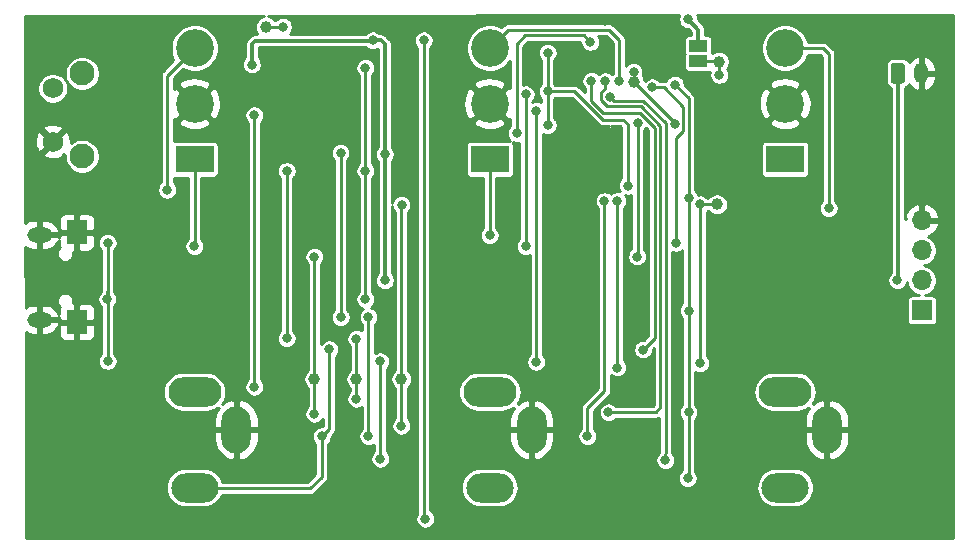
<source format=gbl>
G04 #@! TF.GenerationSoftware,KiCad,Pcbnew,(5.1.9-0-10_14)*
G04 #@! TF.CreationDate,2021-04-21T20:11:12+02:00*
G04 #@! TF.ProjectId,ledTruck,6c656454-7275-4636-9b2e-6b696361645f,1.1*
G04 #@! TF.SameCoordinates,Original*
G04 #@! TF.FileFunction,Copper,L2,Bot*
G04 #@! TF.FilePolarity,Positive*
%FSLAX46Y46*%
G04 Gerber Fmt 4.6, Leading zero omitted, Abs format (unit mm)*
G04 Created by KiCad (PCBNEW (5.1.9-0-10_14)) date 2021-04-21 20:11:12*
%MOMM*%
%LPD*%
G01*
G04 APERTURE LIST*
G04 #@! TA.AperFunction,ComponentPad*
%ADD10O,1.700000X1.700000*%
G04 #@! TD*
G04 #@! TA.AperFunction,ComponentPad*
%ADD11R,1.700000X1.700000*%
G04 #@! TD*
G04 #@! TA.AperFunction,ComponentPad*
%ADD12O,4.500000X2.500000*%
G04 #@! TD*
G04 #@! TA.AperFunction,ComponentPad*
%ADD13O,2.500000X4.000000*%
G04 #@! TD*
G04 #@! TA.AperFunction,ComponentPad*
%ADD14O,4.000000X2.500000*%
G04 #@! TD*
G04 #@! TA.AperFunction,SMDPad,CuDef*
%ADD15C,1.000000*%
G04 #@! TD*
G04 #@! TA.AperFunction,ComponentPad*
%ADD16C,2.100000*%
G04 #@! TD*
G04 #@! TA.AperFunction,ComponentPad*
%ADD17C,1.750000*%
G04 #@! TD*
G04 #@! TA.AperFunction,SMDPad,CuDef*
%ADD18R,1.500000X1.000000*%
G04 #@! TD*
G04 #@! TA.AperFunction,ComponentPad*
%ADD19O,1.200000X1.750000*%
G04 #@! TD*
G04 #@! TA.AperFunction,ComponentPad*
%ADD20C,0.200000*%
G04 #@! TD*
G04 #@! TA.AperFunction,ComponentPad*
%ADD21R,1.800000X2.000000*%
G04 #@! TD*
G04 #@! TA.AperFunction,ComponentPad*
%ADD22O,2.150000X1.300000*%
G04 #@! TD*
G04 #@! TA.AperFunction,ComponentPad*
%ADD23R,3.200000X2.300000*%
G04 #@! TD*
G04 #@! TA.AperFunction,ComponentPad*
%ADD24C,3.200000*%
G04 #@! TD*
G04 #@! TA.AperFunction,ViaPad*
%ADD25C,0.812800*%
G04 #@! TD*
G04 #@! TA.AperFunction,Conductor*
%ADD26C,0.254000*%
G04 #@! TD*
G04 #@! TA.AperFunction,Conductor*
%ADD27C,0.304800*%
G04 #@! TD*
G04 #@! TA.AperFunction,Conductor*
%ADD28C,0.100000*%
G04 #@! TD*
G04 APERTURE END LIST*
D10*
X76586160Y-18671460D03*
X76586160Y-21211460D03*
X76586160Y-23751460D03*
D11*
X76586160Y-26291460D03*
D12*
X65000000Y-33200000D03*
D13*
X68550000Y-36400000D03*
D14*
X65000000Y-41300000D03*
D12*
X40000000Y-33200000D03*
D13*
X43550000Y-36400000D03*
D14*
X40000000Y-41300000D03*
D12*
X15000000Y-33200000D03*
D13*
X18550000Y-36400000D03*
D14*
X15000000Y-41300000D03*
D15*
X59385200Y-5232400D03*
X21056600Y-2286000D03*
X32512000Y-32131000D03*
X28702000Y-32131000D03*
X25146000Y-32131000D03*
X52197000Y-6985000D03*
X59232800Y-17322800D03*
D16*
X5490000Y-13250000D03*
D17*
X3000000Y-12000000D03*
X3000000Y-7500000D03*
D16*
X5490000Y-6240000D03*
D18*
X57653000Y-3912000D03*
X57653000Y-5212000D03*
D19*
X76544000Y-6228000D03*
G04 #@! TA.AperFunction,ComponentPad*
G36*
G01*
X73944000Y-6853001D02*
X73944000Y-5602999D01*
G75*
G02*
X74193999Y-5353000I249999J0D01*
G01*
X74894001Y-5353000D01*
G75*
G02*
X75144000Y-5602999I0J-249999D01*
G01*
X75144000Y-6853001D01*
G75*
G02*
X74894001Y-7103000I-249999J0D01*
G01*
X74193999Y-7103000D01*
G75*
G02*
X73944000Y-6853001I0J249999D01*
G01*
G37*
G04 #@! TD.AperFunction*
D20*
X50156000Y-11450000D03*
X50156000Y-12450000D03*
X50156000Y-13450000D03*
X49156000Y-11450000D03*
X49156000Y-12450000D03*
X49156000Y-13450000D03*
X48156000Y-11450000D03*
X48156000Y-12450000D03*
X48156000Y-13450000D03*
D21*
X5047300Y-19692380D03*
D22*
X1887300Y-19892380D03*
D21*
X5047300Y-27292380D03*
D22*
X1887300Y-27092380D03*
D23*
X15000000Y-13500000D03*
D24*
X15000000Y-8800000D03*
X15000000Y-4100000D03*
D23*
X40000000Y-13500000D03*
D24*
X40000000Y-8800000D03*
X40000000Y-4100000D03*
D23*
X65000000Y-13500000D03*
D24*
X65000000Y-8800000D03*
X65000000Y-4100000D03*
D25*
X46096000Y-15118000D03*
X61590000Y-15626000D03*
X23998000Y-35692000D03*
X47366000Y-44836000D03*
X75814000Y-33914000D03*
X75560000Y-11308000D03*
X30475000Y-44836000D03*
X8250000Y-38486000D03*
X12060000Y-27564000D03*
X38857000Y-25024000D03*
X65019000Y-25024000D03*
X65019000Y-21468000D03*
X38984000Y-44836000D03*
X63241000Y-44836000D03*
X75814000Y-38486000D03*
X75814000Y-29850000D03*
X75560000Y-16134000D03*
X7615000Y-10038000D03*
X10028000Y-10038000D03*
X59304000Y-37978000D03*
X46858000Y-17658000D03*
X46223000Y-22484000D03*
X46223000Y-25024000D03*
X47366000Y-31120000D03*
X47366000Y-34168000D03*
X47366000Y-38740000D03*
X52446000Y-25024000D03*
X55748000Y-22484000D03*
X55748000Y-25024000D03*
X55753000Y-33909000D03*
X55880000Y-35966400D03*
X55880000Y-37978000D03*
X9398000Y-17150000D03*
X71115000Y-21468000D03*
X58859500Y-21468000D03*
X58796000Y-25024000D03*
X71115000Y-25024000D03*
X58796000Y-28707000D03*
X65019000Y-28707000D03*
X71115000Y-28707000D03*
X54097000Y-3688000D03*
X46355000Y-9906000D03*
X43429000Y-6101000D03*
X48382000Y-5085000D03*
X53716000Y-5847000D03*
X49779000Y-1783000D03*
X62941200Y-1676400D03*
X76957000Y-1783000D03*
X78608000Y-1783000D03*
X78608000Y-3434000D03*
X71115000Y-1783000D03*
X2281000Y-23373000D03*
X1519000Y-44836000D03*
X1519000Y-43566000D03*
X2916000Y-44836000D03*
X18918000Y-2037000D03*
X25395000Y-2037000D03*
X32126000Y-2037000D03*
X38857000Y-27945000D03*
X71115000Y-11308000D03*
X71115000Y-16134000D03*
X55240000Y-44836000D03*
X20950000Y-44836000D03*
X12060000Y-44836000D03*
X36068000Y-19939000D03*
X36068000Y-22479000D03*
X41275000Y-22606000D03*
X21209000Y-22987000D03*
X23876000Y-22987000D03*
X21209000Y-19812000D03*
X21285200Y-17399000D03*
X23926800Y-17373600D03*
X23876000Y-19812000D03*
X26416000Y-17399000D03*
X26416000Y-19812000D03*
X28448000Y-17399000D03*
X28448000Y-19812000D03*
X36068000Y-17526000D03*
X18846800Y-17399000D03*
X18796000Y-19812000D03*
X12827000Y-23241000D03*
X10541000Y-20447000D03*
X11430000Y-18288000D03*
X16129000Y-17399000D03*
X16129000Y-19812000D03*
X37206000Y-2037000D03*
X23368000Y-4749800D03*
X23368000Y-6350000D03*
X23926800Y-8737600D03*
X23596600Y-11684000D03*
X27279600Y-9956800D03*
X36271200Y-13563600D03*
X36296600Y-8839200D03*
X36347400Y-4165600D03*
X50109200Y-4450000D03*
X56134000Y-4876800D03*
X60375800Y-2870200D03*
X60807600Y-5562600D03*
X59893200Y-7975600D03*
X59918600Y-9677400D03*
X59558000Y-15626000D03*
X67208400Y-15849600D03*
X63957200Y-17018000D03*
X66014600Y-17602200D03*
X70205600Y-18161000D03*
X78587600Y-25019000D03*
X22479000Y-39979600D03*
X22504400Y-42418000D03*
X1270000Y-2032000D03*
X1270000Y-3302000D03*
X2540000Y-2032000D03*
X78486000Y-44958000D03*
X78486000Y-43434000D03*
X76708000Y-44958000D03*
X29464000Y-14478000D03*
X7645000Y-20574000D03*
X7645400Y-30581600D03*
X7619998Y-25349200D03*
X29464002Y-25349195D03*
X29464000Y-5765802D03*
X56827500Y-34930000D03*
X56763996Y-40518000D03*
X29718000Y-36957000D03*
X44908372Y-10609433D03*
X51669717Y-15741883D03*
X27366000Y-12941336D03*
X44907198Y-7751986D03*
X44907200Y-4470400D03*
X56845200Y-26314396D03*
X27381200Y-26873200D03*
X29722748Y-26873200D03*
X56845200Y-16764000D03*
X55676800Y-7188200D03*
X31110000Y-13081000D03*
X30094000Y-3434000D03*
X19862800Y-5486400D03*
X56784993Y-1650993D03*
X74493208Y-23753996D03*
X31115000Y-23761700D03*
X30729000Y-30612000D03*
X30734000Y-38862000D03*
X43942000Y-9398000D03*
X43916598Y-30657800D03*
X50800002Y-17043400D03*
X50812700Y-31140400D03*
X48254990Y-36962000D03*
X49707800Y-17043400D03*
X26416000Y-29591000D03*
X25781002Y-36957000D03*
X48593847Y-6858046D03*
X52984398Y-29616400D03*
X50043000Y-34930000D03*
X49784000Y-6896098D03*
X54859006Y-38994000D03*
X50186077Y-8192365D03*
X34412000Y-3434000D03*
X34544000Y-43942000D03*
X12681001Y-16084601D03*
X43048000Y-8006000D03*
X43027600Y-20878800D03*
X14981000Y-20878800D03*
X50952400Y-6908800D03*
X55748000Y-20579000D03*
X40000000Y-19944002D03*
X53757644Y-7419039D03*
X68702000Y-17657992D03*
X57810400Y-30784800D03*
X57810400Y-17322800D03*
X59431000Y-6355000D03*
X42286000Y-11308000D03*
X48509000Y-3561000D03*
X52527200Y-10439400D03*
X25146000Y-35051994D03*
X25146000Y-21742400D03*
X52476365Y-21742400D03*
X32512000Y-36068000D03*
X32532320Y-17348200D03*
X20066000Y-9779000D03*
X20066000Y-32766000D03*
X28702000Y-33782000D03*
X22809200Y-14503400D03*
X22809200Y-28676600D03*
X28701980Y-28702000D03*
X22479000Y-2286000D03*
X55644232Y-10534262D03*
X52171600Y-6095996D03*
D26*
X48156000Y-11450000D02*
X48156000Y-13450000D01*
X50156000Y-13450000D02*
X48156000Y-13450000D01*
X49156000Y-12450000D02*
X49156000Y-13450000D01*
X50156000Y-13450000D02*
X50156000Y-12450000D01*
X50156000Y-12450000D02*
X48156000Y-12450000D01*
X48156000Y-11450000D02*
X50156000Y-11450000D01*
X50156000Y-11450000D02*
X50156000Y-12450000D01*
X49156000Y-12450000D02*
X49156000Y-11450000D01*
X64968000Y-8768000D02*
X65000000Y-8800000D01*
X76576000Y-6101000D02*
X76576000Y-8891340D01*
X76576000Y-18674000D02*
X76576000Y-8847240D01*
X48056001Y-11350001D02*
X48156000Y-11450000D01*
X61590000Y-12210000D02*
X65000000Y-8800000D01*
X61590000Y-15626000D02*
X61590000Y-12197000D01*
X7645000Y-20574000D02*
X7645000Y-30581200D01*
X7645000Y-30581200D02*
X7645400Y-30581600D01*
X7619998Y-24774464D02*
X7619998Y-25349200D01*
X7619998Y-24620222D02*
X7619998Y-24774464D01*
X7625080Y-24615140D02*
X7619998Y-24620222D01*
X29464000Y-14478000D02*
X29464000Y-25349193D01*
X29464000Y-25349193D02*
X29464002Y-25349195D01*
X29464000Y-14478000D02*
X29464000Y-5765802D01*
X56827500Y-34930000D02*
X56827500Y-40454496D01*
X56827500Y-40454496D02*
X56763996Y-40518000D01*
X44908372Y-10609433D02*
X44908372Y-7753160D01*
X44908372Y-7753160D02*
X44907198Y-7751986D01*
X44907198Y-7751986D02*
X44907198Y-4470402D01*
X44907198Y-4470402D02*
X44907200Y-4470400D01*
X56827500Y-34930000D02*
X56827500Y-26332096D01*
X56827500Y-26332096D02*
X56845200Y-26314396D01*
X27366000Y-26858000D02*
X27381200Y-26873200D01*
X27366000Y-12941336D02*
X27366000Y-26858000D01*
X29718000Y-36957000D02*
X29718000Y-26877948D01*
X29718000Y-26877948D02*
X29722748Y-26873200D01*
X56845200Y-26314396D02*
X56845200Y-16764000D01*
X47149941Y-7751986D02*
X44907198Y-7751986D01*
X49557955Y-10160000D02*
X47149941Y-7751986D01*
X51282600Y-10160000D02*
X49557955Y-10160000D01*
X51669717Y-10547117D02*
X51282600Y-10160000D01*
X51669717Y-15741883D02*
X51669717Y-10547117D01*
X56845200Y-8356600D02*
X55676800Y-7188200D01*
X56845200Y-16764000D02*
X56845200Y-8356600D01*
D27*
X57653000Y-3912000D02*
X57653000Y-2519000D01*
X57653000Y-2519000D02*
X56784993Y-1650993D01*
X74544000Y-5500000D02*
X74544000Y-23703204D01*
X74544000Y-23703204D02*
X74493208Y-23753996D01*
X31115000Y-3733800D02*
X31115000Y-23761700D01*
X30815200Y-3434000D02*
X31115000Y-3733800D01*
X30094000Y-3434000D02*
X30815200Y-3434000D01*
X19862800Y-3746500D02*
X19862800Y-5486400D01*
X20154900Y-3454400D02*
X19862800Y-3746500D01*
X30073600Y-3454400D02*
X20154900Y-3454400D01*
X30094000Y-3434000D02*
X30073600Y-3454400D01*
D26*
X30729000Y-38857000D02*
X30734000Y-38862000D01*
X30729000Y-30612000D02*
X30729000Y-38857000D01*
X43942000Y-9398000D02*
X43942000Y-30632398D01*
X43942000Y-30632398D02*
X43916598Y-30657800D01*
X50800002Y-17043400D02*
X50800002Y-31127702D01*
X50800002Y-31127702D02*
X50812700Y-31140400D01*
X49707800Y-33134300D02*
X49707800Y-17043400D01*
X48254990Y-34587110D02*
X49707800Y-33134300D01*
X48254990Y-36962000D02*
X48254990Y-34587110D01*
X26416000Y-36322002D02*
X25781002Y-36957000D01*
X26416000Y-29591000D02*
X26416000Y-36322002D01*
X15326600Y-41376600D02*
X15000000Y-41050000D01*
X24790400Y-41376600D02*
X15326600Y-41376600D01*
X25781002Y-40385998D02*
X24790400Y-41376600D01*
X25781002Y-36957000D02*
X25781002Y-40385998D01*
X52727800Y-9577179D02*
X49621726Y-9577179D01*
X53975000Y-28625798D02*
X53975000Y-10824379D01*
X53975000Y-10824379D02*
X52727800Y-9577179D01*
X52984398Y-29616400D02*
X53975000Y-28625798D01*
X49621726Y-9577179D02*
X48593847Y-8549300D01*
X48593847Y-8549300D02*
X48593847Y-6858046D01*
X49377601Y-7873999D02*
X49784000Y-7467600D01*
X49784000Y-7467600D02*
X49784000Y-6896098D01*
X49886897Y-9025264D02*
X49377601Y-8515968D01*
X52822477Y-9025264D02*
X49886897Y-9025264D01*
X49377601Y-8515968D02*
X49377601Y-7873999D01*
X54450411Y-10653198D02*
X52822477Y-9025264D01*
X54450411Y-34513089D02*
X54450411Y-10653198D01*
X54033500Y-34930000D02*
X54450411Y-34513089D01*
X50043000Y-34930000D02*
X54033500Y-34930000D01*
X54859006Y-38994000D02*
X54859006Y-38419264D01*
X53007606Y-8563800D02*
X50557512Y-8563800D01*
X54907622Y-38370648D02*
X54907622Y-10463816D01*
X54907622Y-10463816D02*
X53007606Y-8563800D01*
X50557512Y-8563800D02*
X50186077Y-8192365D01*
X54859006Y-38419264D02*
X54907622Y-38370648D01*
X34412000Y-43810000D02*
X34544000Y-43942000D01*
X34412000Y-3434000D02*
X34412000Y-43810000D01*
X15000000Y-4100000D02*
X12681001Y-6418999D01*
X12681001Y-6418999D02*
X12681001Y-16084601D01*
X43048000Y-8006000D02*
X43048000Y-20858400D01*
X43048000Y-20858400D02*
X43027600Y-20878800D01*
X15000000Y-20859800D02*
X14981000Y-20878800D01*
X15000000Y-13500000D02*
X15000000Y-20859800D01*
X41580399Y-2519601D02*
X50068401Y-2519601D01*
X40000000Y-4100000D02*
X41580399Y-2519601D01*
X50068401Y-2519601D02*
X50952400Y-3403600D01*
X50952400Y-3403600D02*
X50952400Y-6908800D01*
X40000000Y-13500000D02*
X40000000Y-19944002D01*
X54739239Y-7419039D02*
X53757644Y-7419039D01*
X56380834Y-9060634D02*
X54739239Y-7419039D01*
X56380834Y-11094266D02*
X56380834Y-9060634D01*
X55748000Y-11727100D02*
X56380834Y-11094266D01*
X55748000Y-20579000D02*
X55748000Y-11727100D01*
X68702000Y-4577000D02*
X68702000Y-17657992D01*
X68225000Y-4100000D02*
X68702000Y-4577000D01*
X65000000Y-4100000D02*
X68225000Y-4100000D01*
X59232800Y-17322800D02*
X57810400Y-17322800D01*
X57810400Y-17322800D02*
X57810400Y-30784800D01*
X57653000Y-5212000D02*
X59177000Y-5212000D01*
X59431000Y-5466000D02*
X59431000Y-6355000D01*
X59177000Y-5212000D02*
X59431000Y-5466000D01*
X57648000Y-5207000D02*
X57653000Y-5212000D01*
X47970600Y-3022600D02*
X48509000Y-3561000D01*
X43002200Y-3022600D02*
X47970600Y-3022600D01*
X42286000Y-3738800D02*
X43002200Y-3022600D01*
X42286000Y-11308000D02*
X42286000Y-3738800D01*
X25146000Y-35051994D02*
X25146000Y-21742400D01*
X52527200Y-10439400D02*
X52527200Y-21691565D01*
X52527200Y-21691565D02*
X52476365Y-21742400D01*
X32512000Y-17368520D02*
X32532320Y-17348200D01*
X32512000Y-36068000D02*
X32512000Y-17368520D01*
X20066000Y-9779000D02*
X20066000Y-32766000D01*
X22809200Y-14503400D02*
X22809200Y-28676600D01*
X28702000Y-33782000D02*
X28702000Y-28702020D01*
X28702000Y-28702020D02*
X28701980Y-28702000D01*
X21336000Y-2286000D02*
X22479000Y-2286000D01*
X21209000Y-2159000D02*
X21336000Y-2286000D01*
X52197000Y-6985000D02*
X55644232Y-10432232D01*
X55644232Y-10432232D02*
X55644232Y-10534262D01*
X52197000Y-6121396D02*
X52171600Y-6095996D01*
X52197000Y-6985000D02*
X52197000Y-6121396D01*
X79242815Y-45598000D02*
X756637Y-45598000D01*
X744358Y-41300000D01*
X12560063Y-41300000D01*
X12592535Y-41629690D01*
X12688702Y-41946711D01*
X12844869Y-42238879D01*
X13055034Y-42494966D01*
X13311121Y-42705131D01*
X13603289Y-42861298D01*
X13920310Y-42957465D01*
X14167385Y-42981800D01*
X15832615Y-42981800D01*
X16079690Y-42957465D01*
X16396711Y-42861298D01*
X16688879Y-42705131D01*
X16944966Y-42494966D01*
X17155131Y-42238879D01*
X17311298Y-41946711D01*
X17314729Y-41935400D01*
X24762958Y-41935400D01*
X24790400Y-41938103D01*
X24817842Y-41935400D01*
X24817844Y-41935400D01*
X24899944Y-41927314D01*
X25005278Y-41895361D01*
X25102354Y-41843473D01*
X25187443Y-41773643D01*
X25204943Y-41752319D01*
X26156727Y-40800536D01*
X26178045Y-40783041D01*
X26219213Y-40732877D01*
X26247875Y-40697953D01*
X26299763Y-40600876D01*
X26331716Y-40495543D01*
X26342505Y-40385998D01*
X26339802Y-40358554D01*
X26339802Y-37583595D01*
X26432075Y-37491322D01*
X26523805Y-37354037D01*
X26586991Y-37201494D01*
X26619202Y-37039556D01*
X26619202Y-36909063D01*
X26791724Y-36736541D01*
X26813043Y-36719045D01*
X26873772Y-36645046D01*
X26882873Y-36633957D01*
X26934761Y-36536880D01*
X26966714Y-36431547D01*
X26977503Y-36322002D01*
X26974800Y-36294558D01*
X26974800Y-32039226D01*
X27770200Y-32039226D01*
X27770200Y-32222774D01*
X27806008Y-32402796D01*
X27876249Y-32572373D01*
X27978223Y-32724988D01*
X28108012Y-32854777D01*
X28143200Y-32878289D01*
X28143200Y-33155405D01*
X28050927Y-33247678D01*
X27959197Y-33384963D01*
X27896011Y-33537506D01*
X27863800Y-33699444D01*
X27863800Y-33864556D01*
X27896011Y-34026494D01*
X27959197Y-34179037D01*
X28050927Y-34316322D01*
X28167678Y-34433073D01*
X28304963Y-34524803D01*
X28457506Y-34587989D01*
X28619444Y-34620200D01*
X28784556Y-34620200D01*
X28946494Y-34587989D01*
X29099037Y-34524803D01*
X29159200Y-34484604D01*
X29159200Y-36330405D01*
X29066927Y-36422678D01*
X28975197Y-36559963D01*
X28912011Y-36712506D01*
X28879800Y-36874444D01*
X28879800Y-37039556D01*
X28912011Y-37201494D01*
X28975197Y-37354037D01*
X29066927Y-37491322D01*
X29183678Y-37608073D01*
X29320963Y-37699803D01*
X29473506Y-37762989D01*
X29635444Y-37795200D01*
X29800556Y-37795200D01*
X29962494Y-37762989D01*
X30115037Y-37699803D01*
X30170201Y-37662944D01*
X30170201Y-38240404D01*
X30082927Y-38327678D01*
X29991197Y-38464963D01*
X29928011Y-38617506D01*
X29895800Y-38779444D01*
X29895800Y-38944556D01*
X29928011Y-39106494D01*
X29991197Y-39259037D01*
X30082927Y-39396322D01*
X30199678Y-39513073D01*
X30336963Y-39604803D01*
X30489506Y-39667989D01*
X30651444Y-39700200D01*
X30816556Y-39700200D01*
X30978494Y-39667989D01*
X31131037Y-39604803D01*
X31268322Y-39513073D01*
X31385073Y-39396322D01*
X31476803Y-39259037D01*
X31539989Y-39106494D01*
X31572200Y-38944556D01*
X31572200Y-38779444D01*
X31539989Y-38617506D01*
X31476803Y-38464963D01*
X31385073Y-38327678D01*
X31287800Y-38230405D01*
X31287800Y-31238595D01*
X31380073Y-31146322D01*
X31471803Y-31009037D01*
X31534989Y-30856494D01*
X31567200Y-30694556D01*
X31567200Y-30529444D01*
X31534989Y-30367506D01*
X31471803Y-30214963D01*
X31380073Y-30077678D01*
X31263322Y-29960927D01*
X31126037Y-29869197D01*
X30973494Y-29806011D01*
X30811556Y-29773800D01*
X30646444Y-29773800D01*
X30484506Y-29806011D01*
X30331963Y-29869197D01*
X30276800Y-29906055D01*
X30276800Y-27504543D01*
X30373821Y-27407522D01*
X30465551Y-27270237D01*
X30528737Y-27117694D01*
X30560948Y-26955756D01*
X30560948Y-26790644D01*
X30528737Y-26628706D01*
X30465551Y-26476163D01*
X30373821Y-26338878D01*
X30257070Y-26222127D01*
X30119785Y-26130397D01*
X29967242Y-26067211D01*
X29913989Y-26056618D01*
X29998324Y-26000268D01*
X30115075Y-25883517D01*
X30206805Y-25746232D01*
X30269991Y-25593689D01*
X30302202Y-25431751D01*
X30302202Y-25266639D01*
X30269991Y-25104701D01*
X30206805Y-24952158D01*
X30115075Y-24814873D01*
X30022800Y-24722598D01*
X30022800Y-15104595D01*
X30115073Y-15012322D01*
X30206803Y-14875037D01*
X30269989Y-14722494D01*
X30302200Y-14560556D01*
X30302200Y-14395444D01*
X30269989Y-14233506D01*
X30206803Y-14080963D01*
X30115073Y-13943678D01*
X30022800Y-13851405D01*
X30022800Y-6392397D01*
X30115073Y-6300124D01*
X30206803Y-6162839D01*
X30269989Y-6010296D01*
X30302200Y-5848358D01*
X30302200Y-5683246D01*
X30269989Y-5521308D01*
X30206803Y-5368765D01*
X30115073Y-5231480D01*
X29998322Y-5114729D01*
X29861037Y-5022999D01*
X29708494Y-4959813D01*
X29546556Y-4927602D01*
X29381444Y-4927602D01*
X29219506Y-4959813D01*
X29066963Y-5022999D01*
X28929678Y-5114729D01*
X28812927Y-5231480D01*
X28721197Y-5368765D01*
X28658011Y-5521308D01*
X28625800Y-5683246D01*
X28625800Y-5848358D01*
X28658011Y-6010296D01*
X28721197Y-6162839D01*
X28812927Y-6300124D01*
X28905201Y-6392398D01*
X28905200Y-13851405D01*
X28812927Y-13943678D01*
X28721197Y-14080963D01*
X28658011Y-14233506D01*
X28625800Y-14395444D01*
X28625800Y-14560556D01*
X28658011Y-14722494D01*
X28721197Y-14875037D01*
X28812927Y-15012322D01*
X28905200Y-15104595D01*
X28905201Y-24722601D01*
X28812929Y-24814873D01*
X28721199Y-24952158D01*
X28658013Y-25104701D01*
X28625802Y-25266639D01*
X28625802Y-25431751D01*
X28658013Y-25593689D01*
X28721199Y-25746232D01*
X28812929Y-25883517D01*
X28929680Y-26000268D01*
X29066965Y-26091998D01*
X29219508Y-26155184D01*
X29272761Y-26165777D01*
X29188426Y-26222127D01*
X29071675Y-26338878D01*
X28979945Y-26476163D01*
X28916759Y-26628706D01*
X28884548Y-26790644D01*
X28884548Y-26955756D01*
X28916759Y-27117694D01*
X28979945Y-27270237D01*
X29071675Y-27407522D01*
X29159201Y-27495048D01*
X29159201Y-27999410D01*
X29099017Y-27959197D01*
X28946474Y-27896011D01*
X28784536Y-27863800D01*
X28619424Y-27863800D01*
X28457486Y-27896011D01*
X28304943Y-27959197D01*
X28167658Y-28050927D01*
X28050907Y-28167678D01*
X27959177Y-28304963D01*
X27895991Y-28457506D01*
X27863780Y-28619444D01*
X27863780Y-28784556D01*
X27895991Y-28946494D01*
X27959177Y-29099037D01*
X28050907Y-29236322D01*
X28143201Y-29328616D01*
X28143200Y-31383711D01*
X28108012Y-31407223D01*
X27978223Y-31537012D01*
X27876249Y-31689627D01*
X27806008Y-31859204D01*
X27770200Y-32039226D01*
X26974800Y-32039226D01*
X26974800Y-30217595D01*
X27067073Y-30125322D01*
X27158803Y-29988037D01*
X27221989Y-29835494D01*
X27254200Y-29673556D01*
X27254200Y-29508444D01*
X27221989Y-29346506D01*
X27158803Y-29193963D01*
X27067073Y-29056678D01*
X26950322Y-28939927D01*
X26813037Y-28848197D01*
X26660494Y-28785011D01*
X26498556Y-28752800D01*
X26333444Y-28752800D01*
X26171506Y-28785011D01*
X26018963Y-28848197D01*
X25881678Y-28939927D01*
X25764927Y-29056678D01*
X25704800Y-29146665D01*
X25704800Y-22368995D01*
X25797073Y-22276722D01*
X25888803Y-22139437D01*
X25951989Y-21986894D01*
X25984200Y-21824956D01*
X25984200Y-21659844D01*
X25951989Y-21497906D01*
X25888803Y-21345363D01*
X25797073Y-21208078D01*
X25680322Y-21091327D01*
X25543037Y-20999597D01*
X25390494Y-20936411D01*
X25228556Y-20904200D01*
X25063444Y-20904200D01*
X24901506Y-20936411D01*
X24748963Y-20999597D01*
X24611678Y-21091327D01*
X24494927Y-21208078D01*
X24403197Y-21345363D01*
X24340011Y-21497906D01*
X24307800Y-21659844D01*
X24307800Y-21824956D01*
X24340011Y-21986894D01*
X24403197Y-22139437D01*
X24494927Y-22276722D01*
X24587201Y-22368996D01*
X24587200Y-31383711D01*
X24552012Y-31407223D01*
X24422223Y-31537012D01*
X24320249Y-31689627D01*
X24250008Y-31859204D01*
X24214200Y-32039226D01*
X24214200Y-32222774D01*
X24250008Y-32402796D01*
X24320249Y-32572373D01*
X24422223Y-32724988D01*
X24552012Y-32854777D01*
X24587200Y-32878289D01*
X24587200Y-34425399D01*
X24494927Y-34517672D01*
X24403197Y-34654957D01*
X24340011Y-34807500D01*
X24307800Y-34969438D01*
X24307800Y-35134550D01*
X24340011Y-35296488D01*
X24403197Y-35449031D01*
X24494927Y-35586316D01*
X24611678Y-35703067D01*
X24748963Y-35794797D01*
X24901506Y-35857983D01*
X25063444Y-35890194D01*
X25228556Y-35890194D01*
X25390494Y-35857983D01*
X25543037Y-35794797D01*
X25680322Y-35703067D01*
X25797073Y-35586316D01*
X25857201Y-35496327D01*
X25857201Y-36090538D01*
X25828939Y-36118800D01*
X25698446Y-36118800D01*
X25536508Y-36151011D01*
X25383965Y-36214197D01*
X25246680Y-36305927D01*
X25129929Y-36422678D01*
X25038199Y-36559963D01*
X24975013Y-36712506D01*
X24942802Y-36874444D01*
X24942802Y-37039556D01*
X24975013Y-37201494D01*
X25038199Y-37354037D01*
X25129929Y-37491322D01*
X25222202Y-37583595D01*
X25222203Y-40154534D01*
X24558938Y-40817800D01*
X17361202Y-40817800D01*
X17311298Y-40653289D01*
X17155131Y-40361121D01*
X16944966Y-40105034D01*
X16688879Y-39894869D01*
X16396711Y-39738702D01*
X16079690Y-39642535D01*
X15832615Y-39618200D01*
X14167385Y-39618200D01*
X13920310Y-39642535D01*
X13603289Y-39738702D01*
X13311121Y-39894869D01*
X13055034Y-40105034D01*
X12844869Y-40361121D01*
X12688702Y-40653289D01*
X12592535Y-40970310D01*
X12560063Y-41300000D01*
X744358Y-41300000D01*
X730721Y-36527000D01*
X16665000Y-36527000D01*
X16665000Y-37277000D01*
X16725996Y-37642305D01*
X16857088Y-37988691D01*
X17053237Y-38302847D01*
X17306906Y-38572699D01*
X17608347Y-38787878D01*
X17945975Y-38940114D01*
X18130355Y-38987695D01*
X18423000Y-38871572D01*
X18423000Y-36527000D01*
X18677000Y-36527000D01*
X18677000Y-38871572D01*
X18969645Y-38987695D01*
X19154025Y-38940114D01*
X19491653Y-38787878D01*
X19793094Y-38572699D01*
X20046763Y-38302847D01*
X20242912Y-37988691D01*
X20374004Y-37642305D01*
X20435000Y-37277000D01*
X20435000Y-36527000D01*
X18677000Y-36527000D01*
X18423000Y-36527000D01*
X16665000Y-36527000D01*
X730721Y-36527000D01*
X721215Y-33200000D01*
X12310063Y-33200000D01*
X12342535Y-33529690D01*
X12438702Y-33846711D01*
X12594869Y-34138879D01*
X12805034Y-34394966D01*
X13061121Y-34605131D01*
X13353289Y-34761298D01*
X13670310Y-34857465D01*
X13917385Y-34881800D01*
X16082615Y-34881800D01*
X16329690Y-34857465D01*
X16646711Y-34761298D01*
X16938879Y-34605131D01*
X17035147Y-34526126D01*
X16857088Y-34811309D01*
X16725996Y-35157695D01*
X16665000Y-35523000D01*
X16665000Y-36273000D01*
X18423000Y-36273000D01*
X18423000Y-33928428D01*
X18677000Y-33928428D01*
X18677000Y-36273000D01*
X20435000Y-36273000D01*
X20435000Y-35523000D01*
X20374004Y-35157695D01*
X20242912Y-34811309D01*
X20046763Y-34497153D01*
X19793094Y-34227301D01*
X19491653Y-34012122D01*
X19154025Y-33859886D01*
X18969645Y-33812305D01*
X18677000Y-33928428D01*
X18423000Y-33928428D01*
X18130355Y-33812305D01*
X17945975Y-33859886D01*
X17608347Y-34012122D01*
X17368859Y-34183077D01*
X17405131Y-34138879D01*
X17561298Y-33846711D01*
X17657465Y-33529690D01*
X17689937Y-33200000D01*
X17657465Y-32870310D01*
X17561298Y-32553289D01*
X17405131Y-32261121D01*
X17194966Y-32005034D01*
X16938879Y-31794869D01*
X16646711Y-31638702D01*
X16329690Y-31542535D01*
X16082615Y-31518200D01*
X13917385Y-31518200D01*
X13670310Y-31542535D01*
X13353289Y-31638702D01*
X13061121Y-31794869D01*
X12805034Y-32005034D01*
X12594869Y-32261121D01*
X12438702Y-32553289D01*
X12342535Y-32870310D01*
X12310063Y-33200000D01*
X721215Y-33200000D01*
X706737Y-28133018D01*
X853219Y-28230965D01*
X1087049Y-28327913D01*
X1335300Y-28377380D01*
X1760300Y-28377380D01*
X1760300Y-27219380D01*
X2014300Y-27219380D01*
X2014300Y-28377380D01*
X2439300Y-28377380D01*
X2687551Y-28327913D01*
X2773253Y-28292380D01*
X3509228Y-28292380D01*
X3521488Y-28416862D01*
X3557798Y-28536560D01*
X3616763Y-28646874D01*
X3696115Y-28743565D01*
X3792806Y-28822917D01*
X3903120Y-28881882D01*
X4022818Y-28918192D01*
X4147300Y-28930452D01*
X4761550Y-28927380D01*
X4920300Y-28768630D01*
X4920300Y-27419380D01*
X5174300Y-27419380D01*
X5174300Y-28768630D01*
X5333050Y-28927380D01*
X5947300Y-28930452D01*
X6071782Y-28918192D01*
X6191480Y-28881882D01*
X6301794Y-28822917D01*
X6398485Y-28743565D01*
X6477837Y-28646874D01*
X6536802Y-28536560D01*
X6573112Y-28416862D01*
X6585372Y-28292380D01*
X6582300Y-27578130D01*
X6423550Y-27419380D01*
X5174300Y-27419380D01*
X4920300Y-27419380D01*
X3671050Y-27419380D01*
X3512300Y-27578130D01*
X3509228Y-28292380D01*
X2773253Y-28292380D01*
X2921381Y-28230965D01*
X3131805Y-28090262D01*
X3310736Y-27911210D01*
X3451297Y-27700691D01*
X3548087Y-27466795D01*
X3555399Y-27417851D01*
X3431367Y-27219380D01*
X2014300Y-27219380D01*
X1760300Y-27219380D01*
X1740300Y-27219380D01*
X1740300Y-26965380D01*
X1760300Y-26965380D01*
X1760300Y-25807380D01*
X2014300Y-25807380D01*
X2014300Y-26965380D01*
X3431367Y-26965380D01*
X3511571Y-26837041D01*
X3512300Y-27006630D01*
X3671050Y-27165380D01*
X4920300Y-27165380D01*
X4920300Y-25816130D01*
X5174300Y-25816130D01*
X5174300Y-27165380D01*
X6423550Y-27165380D01*
X6582300Y-27006630D01*
X6585372Y-26292380D01*
X6573112Y-26167898D01*
X6536802Y-26048200D01*
X6477837Y-25937886D01*
X6398485Y-25841195D01*
X6301794Y-25761843D01*
X6191480Y-25702878D01*
X6071782Y-25666568D01*
X5947300Y-25654308D01*
X5333050Y-25657380D01*
X5174300Y-25816130D01*
X4920300Y-25816130D01*
X4761550Y-25657380D01*
X4725163Y-25657198D01*
X4744100Y-25561994D01*
X4744100Y-25422766D01*
X4716938Y-25286214D01*
X4708832Y-25266644D01*
X6781798Y-25266644D01*
X6781798Y-25431756D01*
X6814009Y-25593694D01*
X6877195Y-25746237D01*
X6968925Y-25883522D01*
X7085676Y-26000273D01*
X7086201Y-26000623D01*
X7086201Y-29955404D01*
X6994327Y-30047278D01*
X6902597Y-30184563D01*
X6839411Y-30337106D01*
X6807200Y-30499044D01*
X6807200Y-30664156D01*
X6839411Y-30826094D01*
X6902597Y-30978637D01*
X6994327Y-31115922D01*
X7111078Y-31232673D01*
X7248363Y-31324403D01*
X7400906Y-31387589D01*
X7562844Y-31419800D01*
X7727956Y-31419800D01*
X7889894Y-31387589D01*
X8042437Y-31324403D01*
X8179722Y-31232673D01*
X8296473Y-31115922D01*
X8388203Y-30978637D01*
X8451389Y-30826094D01*
X8483600Y-30664156D01*
X8483600Y-30499044D01*
X8451389Y-30337106D01*
X8388203Y-30184563D01*
X8296473Y-30047278D01*
X8203800Y-29954605D01*
X8203800Y-25950793D01*
X8271071Y-25883522D01*
X8362801Y-25746237D01*
X8425987Y-25593694D01*
X8458198Y-25431756D01*
X8458198Y-25266644D01*
X8425987Y-25104706D01*
X8362801Y-24952163D01*
X8271071Y-24814878D01*
X8203800Y-24747607D01*
X8203800Y-21200595D01*
X8296073Y-21108322D01*
X8387803Y-20971037D01*
X8450989Y-20818494D01*
X8483200Y-20656556D01*
X8483200Y-20491444D01*
X8450989Y-20329506D01*
X8387803Y-20176963D01*
X8296073Y-20039678D01*
X8179322Y-19922927D01*
X8042037Y-19831197D01*
X7889494Y-19768011D01*
X7727556Y-19735800D01*
X7562444Y-19735800D01*
X7400506Y-19768011D01*
X7247963Y-19831197D01*
X7110678Y-19922927D01*
X6993927Y-20039678D01*
X6902197Y-20176963D01*
X6839011Y-20329506D01*
X6806800Y-20491444D01*
X6806800Y-20656556D01*
X6839011Y-20818494D01*
X6902197Y-20971037D01*
X6993927Y-21108322D01*
X7086200Y-21200595D01*
X7086200Y-24454914D01*
X7069284Y-24510679D01*
X7061198Y-24592778D01*
X7058495Y-24620222D01*
X7061198Y-24647664D01*
X7061198Y-24722605D01*
X6968925Y-24814878D01*
X6877195Y-24952163D01*
X6814009Y-25104706D01*
X6781798Y-25266644D01*
X4708832Y-25266644D01*
X4663658Y-25157585D01*
X4586307Y-25041821D01*
X4487859Y-24943373D01*
X4372095Y-24866022D01*
X4243466Y-24812742D01*
X4106914Y-24785580D01*
X3967686Y-24785580D01*
X3831134Y-24812742D01*
X3702505Y-24866022D01*
X3586741Y-24943373D01*
X3488293Y-25041821D01*
X3410942Y-25157585D01*
X3357662Y-25286214D01*
X3330500Y-25422766D01*
X3330500Y-25561994D01*
X3357662Y-25698546D01*
X3410942Y-25827175D01*
X3488293Y-25942939D01*
X3570253Y-26024899D01*
X3557798Y-26048200D01*
X3521488Y-26167898D01*
X3509228Y-26292380D01*
X3510670Y-26627545D01*
X3451297Y-26484069D01*
X3310736Y-26273550D01*
X3131805Y-26094498D01*
X2921381Y-25953795D01*
X2687551Y-25856847D01*
X2439300Y-25807380D01*
X2014300Y-25807380D01*
X1760300Y-25807380D01*
X1335300Y-25807380D01*
X1087049Y-25856847D01*
X853219Y-25953795D01*
X700802Y-26055711D01*
X686126Y-20919236D01*
X853219Y-21030965D01*
X1087049Y-21127913D01*
X1335300Y-21177380D01*
X1760300Y-21177380D01*
X1760300Y-20019380D01*
X2014300Y-20019380D01*
X2014300Y-21177380D01*
X2439300Y-21177380D01*
X2687551Y-21127913D01*
X2921381Y-21030965D01*
X3131805Y-20890262D01*
X3310736Y-20711210D01*
X3451297Y-20500691D01*
X3510670Y-20357215D01*
X3509228Y-20692380D01*
X3521488Y-20816862D01*
X3557798Y-20936560D01*
X3570253Y-20959861D01*
X3488293Y-21041821D01*
X3410942Y-21157585D01*
X3357662Y-21286214D01*
X3330500Y-21422766D01*
X3330500Y-21561994D01*
X3357662Y-21698546D01*
X3410942Y-21827175D01*
X3488293Y-21942939D01*
X3586741Y-22041387D01*
X3702505Y-22118738D01*
X3831134Y-22172018D01*
X3967686Y-22199180D01*
X4106914Y-22199180D01*
X4243466Y-22172018D01*
X4372095Y-22118738D01*
X4487859Y-22041387D01*
X4586307Y-21942939D01*
X4663658Y-21827175D01*
X4716938Y-21698546D01*
X4744100Y-21561994D01*
X4744100Y-21422766D01*
X4725163Y-21327562D01*
X4761550Y-21327380D01*
X4920300Y-21168630D01*
X4920300Y-19819380D01*
X5174300Y-19819380D01*
X5174300Y-21168630D01*
X5333050Y-21327380D01*
X5947300Y-21330452D01*
X6071782Y-21318192D01*
X6191480Y-21281882D01*
X6301794Y-21222917D01*
X6398485Y-21143565D01*
X6477837Y-21046874D01*
X6536802Y-20936560D01*
X6573112Y-20816862D01*
X6585372Y-20692380D01*
X6582300Y-19978130D01*
X6423550Y-19819380D01*
X5174300Y-19819380D01*
X4920300Y-19819380D01*
X3671050Y-19819380D01*
X3512300Y-19978130D01*
X3511571Y-20147719D01*
X3431367Y-20019380D01*
X2014300Y-20019380D01*
X1760300Y-20019380D01*
X1740300Y-20019380D01*
X1740300Y-19765380D01*
X1760300Y-19765380D01*
X1760300Y-18607380D01*
X2014300Y-18607380D01*
X2014300Y-19765380D01*
X3431367Y-19765380D01*
X3555399Y-19566909D01*
X3548087Y-19517965D01*
X3451297Y-19284069D01*
X3310736Y-19073550D01*
X3131805Y-18894498D01*
X2921381Y-18753795D01*
X2773254Y-18692380D01*
X3509228Y-18692380D01*
X3512300Y-19406630D01*
X3671050Y-19565380D01*
X4920300Y-19565380D01*
X4920300Y-18216130D01*
X5174300Y-18216130D01*
X5174300Y-19565380D01*
X6423550Y-19565380D01*
X6582300Y-19406630D01*
X6585372Y-18692380D01*
X6573112Y-18567898D01*
X6536802Y-18448200D01*
X6477837Y-18337886D01*
X6398485Y-18241195D01*
X6301794Y-18161843D01*
X6191480Y-18102878D01*
X6071782Y-18066568D01*
X5947300Y-18054308D01*
X5333050Y-18057380D01*
X5174300Y-18216130D01*
X4920300Y-18216130D01*
X4761550Y-18057380D01*
X4147300Y-18054308D01*
X4022818Y-18066568D01*
X3903120Y-18102878D01*
X3792806Y-18161843D01*
X3696115Y-18241195D01*
X3616763Y-18337886D01*
X3557798Y-18448200D01*
X3521488Y-18567898D01*
X3509228Y-18692380D01*
X2773254Y-18692380D01*
X2687551Y-18656847D01*
X2439300Y-18607380D01*
X2014300Y-18607380D01*
X1760300Y-18607380D01*
X1335300Y-18607380D01*
X1087049Y-18656847D01*
X853219Y-18753795D01*
X680270Y-18869440D01*
X672078Y-16002045D01*
X11842801Y-16002045D01*
X11842801Y-16167157D01*
X11875012Y-16329095D01*
X11938198Y-16481638D01*
X12029928Y-16618923D01*
X12146679Y-16735674D01*
X12283964Y-16827404D01*
X12436507Y-16890590D01*
X12598445Y-16922801D01*
X12763557Y-16922801D01*
X12925495Y-16890590D01*
X13078038Y-16827404D01*
X13215323Y-16735674D01*
X13332074Y-16618923D01*
X13423804Y-16481638D01*
X13486990Y-16329095D01*
X13519201Y-16167157D01*
X13519201Y-16002045D01*
X13486990Y-15840107D01*
X13423804Y-15687564D01*
X13332074Y-15550279D01*
X13239801Y-15458006D01*
X13239801Y-15052633D01*
X13315352Y-15075552D01*
X13400000Y-15083889D01*
X14441200Y-15083889D01*
X14441201Y-20233204D01*
X14329927Y-20344478D01*
X14238197Y-20481763D01*
X14175011Y-20634306D01*
X14142800Y-20796244D01*
X14142800Y-20961356D01*
X14175011Y-21123294D01*
X14238197Y-21275837D01*
X14329927Y-21413122D01*
X14446678Y-21529873D01*
X14583963Y-21621603D01*
X14736506Y-21684789D01*
X14898444Y-21717000D01*
X15063556Y-21717000D01*
X15225494Y-21684789D01*
X15378037Y-21621603D01*
X15515322Y-21529873D01*
X15632073Y-21413122D01*
X15723803Y-21275837D01*
X15786989Y-21123294D01*
X15819200Y-20961356D01*
X15819200Y-20796244D01*
X15786989Y-20634306D01*
X15723803Y-20481763D01*
X15632073Y-20344478D01*
X15558800Y-20271205D01*
X15558800Y-15083889D01*
X16600000Y-15083889D01*
X16684648Y-15075552D01*
X16766042Y-15050861D01*
X16841056Y-15010766D01*
X16906806Y-14956806D01*
X16960766Y-14891056D01*
X17000861Y-14816042D01*
X17025552Y-14734648D01*
X17033889Y-14650000D01*
X17033889Y-12350000D01*
X17025552Y-12265352D01*
X17000861Y-12183958D01*
X16960766Y-12108944D01*
X16906806Y-12043194D01*
X16841056Y-11989234D01*
X16766042Y-11949139D01*
X16684648Y-11924448D01*
X16600000Y-11916111D01*
X13400000Y-11916111D01*
X13315352Y-11924448D01*
X13239801Y-11947367D01*
X13239801Y-10362845D01*
X13616761Y-10362845D01*
X13784802Y-10688643D01*
X14176607Y-10889426D01*
X14600055Y-11009914D01*
X15038873Y-11045476D01*
X15476197Y-10994746D01*
X15895221Y-10859674D01*
X16215198Y-10688643D01*
X16383239Y-10362845D01*
X15000000Y-8979605D01*
X13616761Y-10362845D01*
X13239801Y-10362845D01*
X13239801Y-10081447D01*
X13437155Y-10183239D01*
X14820395Y-8800000D01*
X15179605Y-8800000D01*
X16562845Y-10183239D01*
X16888643Y-10015198D01*
X17051990Y-9696444D01*
X19227800Y-9696444D01*
X19227800Y-9861556D01*
X19260011Y-10023494D01*
X19323197Y-10176037D01*
X19414927Y-10313322D01*
X19507200Y-10405595D01*
X19507201Y-32139404D01*
X19414927Y-32231678D01*
X19323197Y-32368963D01*
X19260011Y-32521506D01*
X19227800Y-32683444D01*
X19227800Y-32848556D01*
X19260011Y-33010494D01*
X19323197Y-33163037D01*
X19414927Y-33300322D01*
X19531678Y-33417073D01*
X19668963Y-33508803D01*
X19821506Y-33571989D01*
X19983444Y-33604200D01*
X20148556Y-33604200D01*
X20310494Y-33571989D01*
X20463037Y-33508803D01*
X20600322Y-33417073D01*
X20717073Y-33300322D01*
X20808803Y-33163037D01*
X20871989Y-33010494D01*
X20904200Y-32848556D01*
X20904200Y-32683444D01*
X20871989Y-32521506D01*
X20808803Y-32368963D01*
X20717073Y-32231678D01*
X20624800Y-32139405D01*
X20624800Y-14420844D01*
X21971000Y-14420844D01*
X21971000Y-14585956D01*
X22003211Y-14747894D01*
X22066397Y-14900437D01*
X22158127Y-15037722D01*
X22250400Y-15129995D01*
X22250401Y-28050004D01*
X22158127Y-28142278D01*
X22066397Y-28279563D01*
X22003211Y-28432106D01*
X21971000Y-28594044D01*
X21971000Y-28759156D01*
X22003211Y-28921094D01*
X22066397Y-29073637D01*
X22158127Y-29210922D01*
X22274878Y-29327673D01*
X22412163Y-29419403D01*
X22564706Y-29482589D01*
X22726644Y-29514800D01*
X22891756Y-29514800D01*
X23053694Y-29482589D01*
X23206237Y-29419403D01*
X23343522Y-29327673D01*
X23460273Y-29210922D01*
X23552003Y-29073637D01*
X23615189Y-28921094D01*
X23647400Y-28759156D01*
X23647400Y-28594044D01*
X23615189Y-28432106D01*
X23552003Y-28279563D01*
X23460273Y-28142278D01*
X23368000Y-28050005D01*
X23368000Y-15129995D01*
X23460273Y-15037722D01*
X23552003Y-14900437D01*
X23615189Y-14747894D01*
X23647400Y-14585956D01*
X23647400Y-14420844D01*
X23615189Y-14258906D01*
X23552003Y-14106363D01*
X23460273Y-13969078D01*
X23343522Y-13852327D01*
X23206237Y-13760597D01*
X23053694Y-13697411D01*
X22891756Y-13665200D01*
X22726644Y-13665200D01*
X22564706Y-13697411D01*
X22412163Y-13760597D01*
X22274878Y-13852327D01*
X22158127Y-13969078D01*
X22066397Y-14106363D01*
X22003211Y-14258906D01*
X21971000Y-14420844D01*
X20624800Y-14420844D01*
X20624800Y-12858780D01*
X26527800Y-12858780D01*
X26527800Y-13023892D01*
X26560011Y-13185830D01*
X26623197Y-13338373D01*
X26714927Y-13475658D01*
X26807200Y-13567931D01*
X26807201Y-26261804D01*
X26730127Y-26338878D01*
X26638397Y-26476163D01*
X26575211Y-26628706D01*
X26543000Y-26790644D01*
X26543000Y-26955756D01*
X26575211Y-27117694D01*
X26638397Y-27270237D01*
X26730127Y-27407522D01*
X26846878Y-27524273D01*
X26984163Y-27616003D01*
X27136706Y-27679189D01*
X27298644Y-27711400D01*
X27463756Y-27711400D01*
X27625694Y-27679189D01*
X27778237Y-27616003D01*
X27915522Y-27524273D01*
X28032273Y-27407522D01*
X28124003Y-27270237D01*
X28187189Y-27117694D01*
X28219400Y-26955756D01*
X28219400Y-26790644D01*
X28187189Y-26628706D01*
X28124003Y-26476163D01*
X28032273Y-26338878D01*
X27924800Y-26231405D01*
X27924800Y-13567931D01*
X28017073Y-13475658D01*
X28108803Y-13338373D01*
X28171989Y-13185830D01*
X28204200Y-13023892D01*
X28204200Y-12858780D01*
X28171989Y-12696842D01*
X28108803Y-12544299D01*
X28017073Y-12407014D01*
X27900322Y-12290263D01*
X27763037Y-12198533D01*
X27610494Y-12135347D01*
X27448556Y-12103136D01*
X27283444Y-12103136D01*
X27121506Y-12135347D01*
X26968963Y-12198533D01*
X26831678Y-12290263D01*
X26714927Y-12407014D01*
X26623197Y-12544299D01*
X26560011Y-12696842D01*
X26527800Y-12858780D01*
X20624800Y-12858780D01*
X20624800Y-10405595D01*
X20717073Y-10313322D01*
X20808803Y-10176037D01*
X20871989Y-10023494D01*
X20904200Y-9861556D01*
X20904200Y-9696444D01*
X20871989Y-9534506D01*
X20808803Y-9381963D01*
X20717073Y-9244678D01*
X20600322Y-9127927D01*
X20463037Y-9036197D01*
X20310494Y-8973011D01*
X20148556Y-8940800D01*
X19983444Y-8940800D01*
X19821506Y-8973011D01*
X19668963Y-9036197D01*
X19531678Y-9127927D01*
X19414927Y-9244678D01*
X19323197Y-9381963D01*
X19260011Y-9534506D01*
X19227800Y-9696444D01*
X17051990Y-9696444D01*
X17089426Y-9623393D01*
X17209914Y-9199945D01*
X17245476Y-8761127D01*
X17194746Y-8323803D01*
X17059674Y-7904779D01*
X16888643Y-7584802D01*
X16562845Y-7416761D01*
X15179605Y-8800000D01*
X14820395Y-8800000D01*
X13437155Y-7416761D01*
X13239801Y-7518553D01*
X13239801Y-7237155D01*
X13616761Y-7237155D01*
X15000000Y-8620395D01*
X16383239Y-7237155D01*
X16215198Y-6911357D01*
X15823393Y-6710574D01*
X15399945Y-6590086D01*
X14961127Y-6554524D01*
X14523803Y-6605254D01*
X14104779Y-6740326D01*
X13784802Y-6911357D01*
X13616761Y-7237155D01*
X13239801Y-7237155D01*
X13239801Y-6650461D01*
X14008881Y-5881381D01*
X14037582Y-5900558D01*
X14407346Y-6053719D01*
X14799885Y-6131800D01*
X15200115Y-6131800D01*
X15592654Y-6053719D01*
X15962418Y-5900558D01*
X16295197Y-5678202D01*
X16578202Y-5395197D01*
X16800558Y-5062418D01*
X16953719Y-4692654D01*
X17031800Y-4300115D01*
X17031800Y-3899885D01*
X16953719Y-3507346D01*
X16800558Y-3137582D01*
X16578202Y-2804803D01*
X16295197Y-2521798D01*
X15962418Y-2299442D01*
X15592654Y-2146281D01*
X15200115Y-2068200D01*
X14799885Y-2068200D01*
X14407346Y-2146281D01*
X14037582Y-2299442D01*
X13704803Y-2521798D01*
X13421798Y-2804803D01*
X13199442Y-3137582D01*
X13046281Y-3507346D01*
X12968200Y-3899885D01*
X12968200Y-4300115D01*
X13046281Y-4692654D01*
X13199442Y-5062418D01*
X13218619Y-5091119D01*
X12305282Y-6004456D01*
X12283958Y-6021956D01*
X12214128Y-6107045D01*
X12162240Y-6204122D01*
X12130287Y-6309456D01*
X12122754Y-6385945D01*
X12119498Y-6418999D01*
X12122201Y-6446441D01*
X12122202Y-15458005D01*
X12029928Y-15550279D01*
X11938198Y-15687564D01*
X11875012Y-15840107D01*
X11842801Y-16002045D01*
X672078Y-16002045D01*
X663633Y-13046240D01*
X2133365Y-13046240D01*
X2214025Y-13297868D01*
X2482329Y-13426267D01*
X2770526Y-13499855D01*
X3067543Y-13515804D01*
X3361963Y-13473501D01*
X3642474Y-13374572D01*
X3785975Y-13297868D01*
X3866634Y-13046242D01*
X3982659Y-13162267D01*
X4008200Y-13136726D01*
X4008200Y-13395945D01*
X4065145Y-13682225D01*
X4176846Y-13951896D01*
X4339011Y-14194593D01*
X4545407Y-14400989D01*
X4788104Y-14563154D01*
X5057775Y-14674855D01*
X5344055Y-14731800D01*
X5635945Y-14731800D01*
X5922225Y-14674855D01*
X6191896Y-14563154D01*
X6434593Y-14400989D01*
X6640989Y-14194593D01*
X6803154Y-13951896D01*
X6914855Y-13682225D01*
X6971800Y-13395945D01*
X6971800Y-13104055D01*
X6914855Y-12817775D01*
X6803154Y-12548104D01*
X6640989Y-12305407D01*
X6434593Y-12099011D01*
X6191896Y-11936846D01*
X5922225Y-11825145D01*
X5635945Y-11768200D01*
X5344055Y-11768200D01*
X5057775Y-11825145D01*
X4788104Y-11936846D01*
X4545407Y-12099011D01*
X4504673Y-12139745D01*
X4515804Y-11932457D01*
X4473501Y-11638037D01*
X4374572Y-11357526D01*
X4297868Y-11214025D01*
X4046240Y-11133365D01*
X3179605Y-12000000D01*
X3193748Y-12014143D01*
X3014143Y-12193748D01*
X3000000Y-12179605D01*
X2133365Y-13046240D01*
X663633Y-13046240D01*
X660836Y-12067543D01*
X1484196Y-12067543D01*
X1526499Y-12361963D01*
X1625428Y-12642474D01*
X1702132Y-12785975D01*
X1953760Y-12866635D01*
X2820395Y-12000000D01*
X1953760Y-11133365D01*
X1702132Y-11214025D01*
X1573733Y-11482329D01*
X1500145Y-11770526D01*
X1484196Y-12067543D01*
X660836Y-12067543D01*
X657654Y-10953760D01*
X2133365Y-10953760D01*
X3000000Y-11820395D01*
X3866635Y-10953760D01*
X3785975Y-10702132D01*
X3517671Y-10573733D01*
X3229474Y-10500145D01*
X2932457Y-10484196D01*
X2638037Y-10526499D01*
X2357526Y-10625428D01*
X2214025Y-10702132D01*
X2133365Y-10953760D01*
X657654Y-10953760D01*
X647418Y-7371291D01*
X1693200Y-7371291D01*
X1693200Y-7628709D01*
X1743420Y-7881179D01*
X1841929Y-8119002D01*
X1984942Y-8333036D01*
X2166964Y-8515058D01*
X2380998Y-8658071D01*
X2618821Y-8756580D01*
X2871291Y-8806800D01*
X3128709Y-8806800D01*
X3381179Y-8756580D01*
X3619002Y-8658071D01*
X3833036Y-8515058D01*
X4015058Y-8333036D01*
X4158071Y-8119002D01*
X4256580Y-7881179D01*
X4306800Y-7628709D01*
X4306800Y-7371291D01*
X4256580Y-7118821D01*
X4193815Y-6967292D01*
X4339011Y-7184593D01*
X4545407Y-7390989D01*
X4788104Y-7553154D01*
X5057775Y-7664855D01*
X5344055Y-7721800D01*
X5635945Y-7721800D01*
X5922225Y-7664855D01*
X6191896Y-7553154D01*
X6434593Y-7390989D01*
X6640989Y-7184593D01*
X6803154Y-6941896D01*
X6914855Y-6672225D01*
X6971800Y-6385945D01*
X6971800Y-6094055D01*
X6914855Y-5807775D01*
X6803154Y-5538104D01*
X6640989Y-5295407D01*
X6434593Y-5089011D01*
X6191896Y-4926846D01*
X5922225Y-4815145D01*
X5635945Y-4758200D01*
X5344055Y-4758200D01*
X5057775Y-4815145D01*
X4788104Y-4926846D01*
X4545407Y-5089011D01*
X4339011Y-5295407D01*
X4176846Y-5538104D01*
X4065145Y-5807775D01*
X4008200Y-6094055D01*
X4008200Y-6385945D01*
X4065145Y-6672225D01*
X4141102Y-6855602D01*
X4015058Y-6666964D01*
X3833036Y-6484942D01*
X3619002Y-6341929D01*
X3381179Y-6243420D01*
X3128709Y-6193200D01*
X2871291Y-6193200D01*
X2618821Y-6243420D01*
X2380998Y-6341929D01*
X2166964Y-6484942D01*
X1984942Y-6666964D01*
X1841929Y-6880998D01*
X1743420Y-7118821D01*
X1693200Y-7371291D01*
X647418Y-7371291D01*
X630362Y-1401795D01*
X20889694Y-1369145D01*
X20784804Y-1390008D01*
X20615227Y-1460249D01*
X20462612Y-1562223D01*
X20332823Y-1692012D01*
X20230849Y-1844627D01*
X20160608Y-2014204D01*
X20124800Y-2194226D01*
X20124800Y-2377774D01*
X20160608Y-2557796D01*
X20230849Y-2727373D01*
X20326283Y-2870200D01*
X20183592Y-2870200D01*
X20154900Y-2867374D01*
X20126208Y-2870200D01*
X20040377Y-2878654D01*
X19930255Y-2912059D01*
X19828766Y-2966306D01*
X19739810Y-3039310D01*
X19721520Y-3061597D01*
X19469999Y-3313118D01*
X19447710Y-3331410D01*
X19374706Y-3420367D01*
X19337768Y-3489473D01*
X19320459Y-3521856D01*
X19287880Y-3629256D01*
X19287054Y-3631978D01*
X19278600Y-3717809D01*
X19278600Y-3717816D01*
X19275775Y-3746500D01*
X19278600Y-3775184D01*
X19278601Y-4885204D01*
X19211727Y-4952078D01*
X19119997Y-5089363D01*
X19056811Y-5241906D01*
X19024600Y-5403844D01*
X19024600Y-5568956D01*
X19056811Y-5730894D01*
X19119997Y-5883437D01*
X19211727Y-6020722D01*
X19328478Y-6137473D01*
X19465763Y-6229203D01*
X19618306Y-6292389D01*
X19780244Y-6324600D01*
X19945356Y-6324600D01*
X20107294Y-6292389D01*
X20259837Y-6229203D01*
X20397122Y-6137473D01*
X20513873Y-6020722D01*
X20605603Y-5883437D01*
X20668789Y-5730894D01*
X20701000Y-5568956D01*
X20701000Y-5403844D01*
X20668789Y-5241906D01*
X20605603Y-5089363D01*
X20513873Y-4952078D01*
X20447000Y-4885205D01*
X20447000Y-4038600D01*
X29513205Y-4038600D01*
X29559678Y-4085073D01*
X29696963Y-4176803D01*
X29849506Y-4239989D01*
X30011444Y-4272200D01*
X30176556Y-4272200D01*
X30338494Y-4239989D01*
X30491037Y-4176803D01*
X30530800Y-4150234D01*
X30530800Y-12474805D01*
X30458927Y-12546678D01*
X30367197Y-12683963D01*
X30304011Y-12836506D01*
X30271800Y-12998444D01*
X30271800Y-13163556D01*
X30304011Y-13325494D01*
X30367197Y-13478037D01*
X30458927Y-13615322D01*
X30530800Y-13687195D01*
X30530801Y-23160504D01*
X30463927Y-23227378D01*
X30372197Y-23364663D01*
X30309011Y-23517206D01*
X30276800Y-23679144D01*
X30276800Y-23844256D01*
X30309011Y-24006194D01*
X30372197Y-24158737D01*
X30463927Y-24296022D01*
X30580678Y-24412773D01*
X30717963Y-24504503D01*
X30870506Y-24567689D01*
X31032444Y-24599900D01*
X31197556Y-24599900D01*
X31359494Y-24567689D01*
X31512037Y-24504503D01*
X31649322Y-24412773D01*
X31766073Y-24296022D01*
X31857803Y-24158737D01*
X31920989Y-24006194D01*
X31953200Y-23844256D01*
X31953200Y-23679144D01*
X31920989Y-23517206D01*
X31857803Y-23364663D01*
X31766073Y-23227378D01*
X31699200Y-23160505D01*
X31699200Y-17456295D01*
X31726331Y-17592694D01*
X31789517Y-17745237D01*
X31881247Y-17882522D01*
X31953201Y-17954476D01*
X31953200Y-31383711D01*
X31918012Y-31407223D01*
X31788223Y-31537012D01*
X31686249Y-31689627D01*
X31616008Y-31859204D01*
X31580200Y-32039226D01*
X31580200Y-32222774D01*
X31616008Y-32402796D01*
X31686249Y-32572373D01*
X31788223Y-32724988D01*
X31918012Y-32854777D01*
X31953200Y-32878289D01*
X31953200Y-35441405D01*
X31860927Y-35533678D01*
X31769197Y-35670963D01*
X31706011Y-35823506D01*
X31673800Y-35985444D01*
X31673800Y-36150556D01*
X31706011Y-36312494D01*
X31769197Y-36465037D01*
X31860927Y-36602322D01*
X31977678Y-36719073D01*
X32114963Y-36810803D01*
X32267506Y-36873989D01*
X32429444Y-36906200D01*
X32594556Y-36906200D01*
X32756494Y-36873989D01*
X32909037Y-36810803D01*
X33046322Y-36719073D01*
X33163073Y-36602322D01*
X33254803Y-36465037D01*
X33317989Y-36312494D01*
X33350200Y-36150556D01*
X33350200Y-35985444D01*
X33317989Y-35823506D01*
X33254803Y-35670963D01*
X33163073Y-35533678D01*
X33070800Y-35441405D01*
X33070800Y-32878289D01*
X33105988Y-32854777D01*
X33235777Y-32724988D01*
X33337751Y-32572373D01*
X33407992Y-32402796D01*
X33443800Y-32222774D01*
X33443800Y-32039226D01*
X33407992Y-31859204D01*
X33337751Y-31689627D01*
X33235777Y-31537012D01*
X33105988Y-31407223D01*
X33070800Y-31383711D01*
X33070800Y-17995115D01*
X33183393Y-17882522D01*
X33275123Y-17745237D01*
X33338309Y-17592694D01*
X33370520Y-17430756D01*
X33370520Y-17265644D01*
X33338309Y-17103706D01*
X33275123Y-16951163D01*
X33183393Y-16813878D01*
X33066642Y-16697127D01*
X32929357Y-16605397D01*
X32776814Y-16542211D01*
X32614876Y-16510000D01*
X32449764Y-16510000D01*
X32287826Y-16542211D01*
X32135283Y-16605397D01*
X31997998Y-16697127D01*
X31881247Y-16813878D01*
X31789517Y-16951163D01*
X31726331Y-17103706D01*
X31699200Y-17240105D01*
X31699200Y-13677195D01*
X31761073Y-13615322D01*
X31852803Y-13478037D01*
X31915989Y-13325494D01*
X31948200Y-13163556D01*
X31948200Y-12998444D01*
X31915989Y-12836506D01*
X31852803Y-12683963D01*
X31761073Y-12546678D01*
X31699200Y-12484805D01*
X31699200Y-3762481D01*
X31702025Y-3733799D01*
X31699200Y-3705117D01*
X31699200Y-3705108D01*
X31690746Y-3619277D01*
X31657341Y-3509155D01*
X31603094Y-3407666D01*
X31556954Y-3351444D01*
X33573800Y-3351444D01*
X33573800Y-3516556D01*
X33606011Y-3678494D01*
X33669197Y-3831037D01*
X33760927Y-3968322D01*
X33853200Y-4060595D01*
X33853201Y-43467133D01*
X33801197Y-43544963D01*
X33738011Y-43697506D01*
X33705800Y-43859444D01*
X33705800Y-44024556D01*
X33738011Y-44186494D01*
X33801197Y-44339037D01*
X33892927Y-44476322D01*
X34009678Y-44593073D01*
X34146963Y-44684803D01*
X34299506Y-44747989D01*
X34461444Y-44780200D01*
X34626556Y-44780200D01*
X34788494Y-44747989D01*
X34941037Y-44684803D01*
X35078322Y-44593073D01*
X35195073Y-44476322D01*
X35286803Y-44339037D01*
X35349989Y-44186494D01*
X35382200Y-44024556D01*
X35382200Y-43859444D01*
X35349989Y-43697506D01*
X35286803Y-43544963D01*
X35195073Y-43407678D01*
X35078322Y-43290927D01*
X34970800Y-43219084D01*
X34970800Y-41300000D01*
X37560063Y-41300000D01*
X37592535Y-41629690D01*
X37688702Y-41946711D01*
X37844869Y-42238879D01*
X38055034Y-42494966D01*
X38311121Y-42705131D01*
X38603289Y-42861298D01*
X38920310Y-42957465D01*
X39167385Y-42981800D01*
X40832615Y-42981800D01*
X41079690Y-42957465D01*
X41396711Y-42861298D01*
X41688879Y-42705131D01*
X41944966Y-42494966D01*
X42155131Y-42238879D01*
X42311298Y-41946711D01*
X42407465Y-41629690D01*
X42439937Y-41300000D01*
X42407465Y-40970310D01*
X42311298Y-40653289D01*
X42155131Y-40361121D01*
X41944966Y-40105034D01*
X41688879Y-39894869D01*
X41396711Y-39738702D01*
X41079690Y-39642535D01*
X40832615Y-39618200D01*
X39167385Y-39618200D01*
X38920310Y-39642535D01*
X38603289Y-39738702D01*
X38311121Y-39894869D01*
X38055034Y-40105034D01*
X37844869Y-40361121D01*
X37688702Y-40653289D01*
X37592535Y-40970310D01*
X37560063Y-41300000D01*
X34970800Y-41300000D01*
X34970800Y-36527000D01*
X41665000Y-36527000D01*
X41665000Y-37277000D01*
X41725996Y-37642305D01*
X41857088Y-37988691D01*
X42053237Y-38302847D01*
X42306906Y-38572699D01*
X42608347Y-38787878D01*
X42945975Y-38940114D01*
X43130355Y-38987695D01*
X43423000Y-38871572D01*
X43423000Y-36527000D01*
X43677000Y-36527000D01*
X43677000Y-38871572D01*
X43969645Y-38987695D01*
X44154025Y-38940114D01*
X44491653Y-38787878D01*
X44793094Y-38572699D01*
X45046763Y-38302847D01*
X45242912Y-37988691D01*
X45374004Y-37642305D01*
X45435000Y-37277000D01*
X45435000Y-36527000D01*
X43677000Y-36527000D01*
X43423000Y-36527000D01*
X41665000Y-36527000D01*
X34970800Y-36527000D01*
X34970800Y-33200000D01*
X37310063Y-33200000D01*
X37342535Y-33529690D01*
X37438702Y-33846711D01*
X37594869Y-34138879D01*
X37805034Y-34394966D01*
X38061121Y-34605131D01*
X38353289Y-34761298D01*
X38670310Y-34857465D01*
X38917385Y-34881800D01*
X41082615Y-34881800D01*
X41329690Y-34857465D01*
X41646711Y-34761298D01*
X41938879Y-34605131D01*
X42035147Y-34526126D01*
X41857088Y-34811309D01*
X41725996Y-35157695D01*
X41665000Y-35523000D01*
X41665000Y-36273000D01*
X43423000Y-36273000D01*
X43423000Y-33928428D01*
X43677000Y-33928428D01*
X43677000Y-36273000D01*
X45435000Y-36273000D01*
X45435000Y-35523000D01*
X45374004Y-35157695D01*
X45242912Y-34811309D01*
X45046763Y-34497153D01*
X44793094Y-34227301D01*
X44491653Y-34012122D01*
X44154025Y-33859886D01*
X43969645Y-33812305D01*
X43677000Y-33928428D01*
X43423000Y-33928428D01*
X43130355Y-33812305D01*
X42945975Y-33859886D01*
X42608347Y-34012122D01*
X42368859Y-34183077D01*
X42405131Y-34138879D01*
X42561298Y-33846711D01*
X42657465Y-33529690D01*
X42689937Y-33200000D01*
X42657465Y-32870310D01*
X42561298Y-32553289D01*
X42405131Y-32261121D01*
X42194966Y-32005034D01*
X41938879Y-31794869D01*
X41646711Y-31638702D01*
X41329690Y-31542535D01*
X41082615Y-31518200D01*
X38917385Y-31518200D01*
X38670310Y-31542535D01*
X38353289Y-31638702D01*
X38061121Y-31794869D01*
X37805034Y-32005034D01*
X37594869Y-32261121D01*
X37438702Y-32553289D01*
X37342535Y-32870310D01*
X37310063Y-33200000D01*
X34970800Y-33200000D01*
X34970800Y-12350000D01*
X37966111Y-12350000D01*
X37966111Y-14650000D01*
X37974448Y-14734648D01*
X37999139Y-14816042D01*
X38039234Y-14891056D01*
X38093194Y-14956806D01*
X38158944Y-15010766D01*
X38233958Y-15050861D01*
X38315352Y-15075552D01*
X38400000Y-15083889D01*
X39441200Y-15083889D01*
X39441201Y-19317406D01*
X39348927Y-19409680D01*
X39257197Y-19546965D01*
X39194011Y-19699508D01*
X39161800Y-19861446D01*
X39161800Y-20026558D01*
X39194011Y-20188496D01*
X39257197Y-20341039D01*
X39348927Y-20478324D01*
X39465678Y-20595075D01*
X39602963Y-20686805D01*
X39755506Y-20749991D01*
X39917444Y-20782202D01*
X40082556Y-20782202D01*
X40244494Y-20749991D01*
X40397037Y-20686805D01*
X40534322Y-20595075D01*
X40651073Y-20478324D01*
X40742803Y-20341039D01*
X40805989Y-20188496D01*
X40838200Y-20026558D01*
X40838200Y-19861446D01*
X40805989Y-19699508D01*
X40742803Y-19546965D01*
X40651073Y-19409680D01*
X40558800Y-19317407D01*
X40558800Y-15083889D01*
X41600000Y-15083889D01*
X41684648Y-15075552D01*
X41766042Y-15050861D01*
X41841056Y-15010766D01*
X41906806Y-14956806D01*
X41960766Y-14891056D01*
X42000861Y-14816042D01*
X42025552Y-14734648D01*
X42033889Y-14650000D01*
X42033889Y-12350000D01*
X42025552Y-12265352D01*
X42000861Y-12183958D01*
X41960766Y-12108944D01*
X41925456Y-12065919D01*
X42041506Y-12113989D01*
X42203444Y-12146200D01*
X42368556Y-12146200D01*
X42489200Y-12122203D01*
X42489201Y-20231804D01*
X42376527Y-20344478D01*
X42284797Y-20481763D01*
X42221611Y-20634306D01*
X42189400Y-20796244D01*
X42189400Y-20961356D01*
X42221611Y-21123294D01*
X42284797Y-21275837D01*
X42376527Y-21413122D01*
X42493278Y-21529873D01*
X42630563Y-21621603D01*
X42783106Y-21684789D01*
X42945044Y-21717000D01*
X43110156Y-21717000D01*
X43272094Y-21684789D01*
X43383201Y-21638767D01*
X43383201Y-30006109D01*
X43382276Y-30006727D01*
X43265525Y-30123478D01*
X43173795Y-30260763D01*
X43110609Y-30413306D01*
X43078398Y-30575244D01*
X43078398Y-30740356D01*
X43110609Y-30902294D01*
X43173795Y-31054837D01*
X43265525Y-31192122D01*
X43382276Y-31308873D01*
X43519561Y-31400603D01*
X43672104Y-31463789D01*
X43834042Y-31496000D01*
X43999154Y-31496000D01*
X44161092Y-31463789D01*
X44313635Y-31400603D01*
X44450920Y-31308873D01*
X44567671Y-31192122D01*
X44659401Y-31054837D01*
X44722587Y-30902294D01*
X44754798Y-30740356D01*
X44754798Y-30575244D01*
X44722587Y-30413306D01*
X44659401Y-30260763D01*
X44567671Y-30123478D01*
X44500800Y-30056607D01*
X44500800Y-11345197D01*
X44511335Y-11352236D01*
X44663878Y-11415422D01*
X44825816Y-11447633D01*
X44990928Y-11447633D01*
X45152866Y-11415422D01*
X45305409Y-11352236D01*
X45442694Y-11260506D01*
X45559445Y-11143755D01*
X45651175Y-11006470D01*
X45714361Y-10853927D01*
X45746572Y-10691989D01*
X45746572Y-10526877D01*
X45714361Y-10364939D01*
X45651175Y-10212396D01*
X45559445Y-10075111D01*
X45467172Y-9982838D01*
X45467172Y-8377407D01*
X45533793Y-8310786D01*
X46918479Y-8310786D01*
X49143417Y-10535725D01*
X49160912Y-10557043D01*
X49246001Y-10626873D01*
X49343077Y-10678761D01*
X49448411Y-10710714D01*
X49530511Y-10718800D01*
X49530512Y-10718800D01*
X49557954Y-10721503D01*
X49585396Y-10718800D01*
X50069899Y-10718800D01*
X50040464Y-10720536D01*
X49900373Y-10757093D01*
X49770106Y-10820277D01*
X49721888Y-10852495D01*
X49743083Y-11017229D01*
X49656000Y-11028433D01*
X49568917Y-11017229D01*
X49590112Y-10852495D01*
X49465204Y-10779285D01*
X49328412Y-10731850D01*
X49184996Y-10712012D01*
X49040464Y-10720536D01*
X48900373Y-10757093D01*
X48770106Y-10820277D01*
X48721888Y-10852495D01*
X48743083Y-11017229D01*
X48656000Y-11028433D01*
X48568917Y-11017229D01*
X48590112Y-10852495D01*
X48465204Y-10779285D01*
X48328412Y-10731850D01*
X48184996Y-10712012D01*
X48040464Y-10720536D01*
X47900373Y-10757093D01*
X47770106Y-10820277D01*
X47721888Y-10852495D01*
X47746015Y-11040015D01*
X47558495Y-11015888D01*
X47485285Y-11140796D01*
X47437850Y-11277588D01*
X47418012Y-11421004D01*
X47426536Y-11565536D01*
X47463093Y-11705627D01*
X47526277Y-11835894D01*
X47558495Y-11884112D01*
X47723229Y-11862917D01*
X47734433Y-11950000D01*
X47723229Y-12037083D01*
X47558495Y-12015888D01*
X47485285Y-12140796D01*
X47437850Y-12277588D01*
X47418012Y-12421004D01*
X47426536Y-12565536D01*
X47463093Y-12705627D01*
X47526277Y-12835894D01*
X47558495Y-12884112D01*
X47723229Y-12862917D01*
X47734433Y-12950000D01*
X47723229Y-13037083D01*
X47558495Y-13015888D01*
X47485285Y-13140796D01*
X47437850Y-13277588D01*
X47418012Y-13421004D01*
X47426536Y-13565536D01*
X47463093Y-13705627D01*
X47526277Y-13835894D01*
X47558495Y-13884112D01*
X47746015Y-13859985D01*
X47721888Y-14047505D01*
X47846796Y-14120715D01*
X47983588Y-14168150D01*
X48127004Y-14187988D01*
X48271536Y-14179464D01*
X48411627Y-14142907D01*
X48541894Y-14079723D01*
X48590112Y-14047505D01*
X48568917Y-13882771D01*
X48656000Y-13871567D01*
X48743083Y-13882771D01*
X48721888Y-14047505D01*
X48846796Y-14120715D01*
X48983588Y-14168150D01*
X49127004Y-14187988D01*
X49271536Y-14179464D01*
X49411627Y-14142907D01*
X49541894Y-14079723D01*
X49590112Y-14047505D01*
X49568917Y-13882771D01*
X49656000Y-13871567D01*
X49743083Y-13882771D01*
X49721888Y-14047505D01*
X49846796Y-14120715D01*
X49983588Y-14168150D01*
X50127004Y-14187988D01*
X50271536Y-14179464D01*
X50411627Y-14142907D01*
X50541894Y-14079723D01*
X50590112Y-14047505D01*
X50565985Y-13859985D01*
X50753505Y-13884112D01*
X50826715Y-13759204D01*
X50874150Y-13622412D01*
X50893988Y-13478996D01*
X50885464Y-13334464D01*
X50848907Y-13194373D01*
X50785723Y-13064106D01*
X50753505Y-13015888D01*
X50588771Y-13037083D01*
X50577567Y-12950000D01*
X50588771Y-12862917D01*
X50753505Y-12884112D01*
X50826715Y-12759204D01*
X50874150Y-12622412D01*
X50893988Y-12478996D01*
X50885464Y-12334464D01*
X50848907Y-12194373D01*
X50785723Y-12064106D01*
X50753505Y-12015888D01*
X50588771Y-12037083D01*
X50577567Y-11950000D01*
X50588771Y-11862917D01*
X50753505Y-11884112D01*
X50826715Y-11759204D01*
X50874150Y-11622412D01*
X50893988Y-11478996D01*
X50885464Y-11334464D01*
X50848907Y-11194373D01*
X50785723Y-11064106D01*
X50753505Y-11015888D01*
X50565985Y-11040015D01*
X50590112Y-10852495D01*
X50465204Y-10779285D01*
X50328412Y-10731850D01*
X50234069Y-10718800D01*
X51051138Y-10718800D01*
X51110918Y-10778581D01*
X51110917Y-15115288D01*
X51018644Y-15207561D01*
X50926914Y-15344846D01*
X50863728Y-15497389D01*
X50831517Y-15659327D01*
X50831517Y-15824439D01*
X50863728Y-15986377D01*
X50926914Y-16138920D01*
X50984787Y-16225534D01*
X50882558Y-16205200D01*
X50717446Y-16205200D01*
X50555508Y-16237411D01*
X50402965Y-16300597D01*
X50265680Y-16392327D01*
X50253901Y-16404106D01*
X50242122Y-16392327D01*
X50104837Y-16300597D01*
X49952294Y-16237411D01*
X49790356Y-16205200D01*
X49625244Y-16205200D01*
X49463306Y-16237411D01*
X49310763Y-16300597D01*
X49173478Y-16392327D01*
X49056727Y-16509078D01*
X48964997Y-16646363D01*
X48901811Y-16798906D01*
X48869600Y-16960844D01*
X48869600Y-17125956D01*
X48901811Y-17287894D01*
X48964997Y-17440437D01*
X49056727Y-17577722D01*
X49149001Y-17669996D01*
X49149000Y-32902837D01*
X47879266Y-34172572D01*
X47857948Y-34190067D01*
X47840453Y-34211385D01*
X47788118Y-34275156D01*
X47736229Y-34372233D01*
X47704277Y-34477566D01*
X47693487Y-34587110D01*
X47696191Y-34614562D01*
X47696190Y-36335405D01*
X47603917Y-36427678D01*
X47512187Y-36564963D01*
X47449001Y-36717506D01*
X47416790Y-36879444D01*
X47416790Y-37044556D01*
X47449001Y-37206494D01*
X47512187Y-37359037D01*
X47603917Y-37496322D01*
X47720668Y-37613073D01*
X47857953Y-37704803D01*
X48010496Y-37767989D01*
X48172434Y-37800200D01*
X48337546Y-37800200D01*
X48499484Y-37767989D01*
X48652027Y-37704803D01*
X48789312Y-37613073D01*
X48906063Y-37496322D01*
X48997793Y-37359037D01*
X49060979Y-37206494D01*
X49093190Y-37044556D01*
X49093190Y-36879444D01*
X49060979Y-36717506D01*
X48997793Y-36564963D01*
X48906063Y-36427678D01*
X48813790Y-36335405D01*
X48813790Y-34818572D01*
X50083525Y-33548838D01*
X50104843Y-33531343D01*
X50133598Y-33496305D01*
X50174673Y-33446255D01*
X50226561Y-33349178D01*
X50258514Y-33243844D01*
X50269303Y-33134300D01*
X50266600Y-33106856D01*
X50266600Y-31779695D01*
X50278378Y-31791473D01*
X50415663Y-31883203D01*
X50568206Y-31946389D01*
X50730144Y-31978600D01*
X50895256Y-31978600D01*
X51057194Y-31946389D01*
X51209737Y-31883203D01*
X51347022Y-31791473D01*
X51463773Y-31674722D01*
X51555503Y-31537437D01*
X51618689Y-31384894D01*
X51650900Y-31222956D01*
X51650900Y-31057844D01*
X51618689Y-30895906D01*
X51555503Y-30743363D01*
X51463773Y-30606078D01*
X51358802Y-30501107D01*
X51358802Y-17669995D01*
X51451075Y-17577722D01*
X51542805Y-17440437D01*
X51605991Y-17287894D01*
X51638202Y-17125956D01*
X51638202Y-16960844D01*
X51605991Y-16798906D01*
X51542805Y-16646363D01*
X51484932Y-16559749D01*
X51587161Y-16580083D01*
X51752273Y-16580083D01*
X51914211Y-16547872D01*
X51968401Y-16525426D01*
X51968401Y-21073715D01*
X51942043Y-21091327D01*
X51825292Y-21208078D01*
X51733562Y-21345363D01*
X51670376Y-21497906D01*
X51638165Y-21659844D01*
X51638165Y-21824956D01*
X51670376Y-21986894D01*
X51733562Y-22139437D01*
X51825292Y-22276722D01*
X51942043Y-22393473D01*
X52079328Y-22485203D01*
X52231871Y-22548389D01*
X52393809Y-22580600D01*
X52558921Y-22580600D01*
X52720859Y-22548389D01*
X52873402Y-22485203D01*
X53010687Y-22393473D01*
X53127438Y-22276722D01*
X53219168Y-22139437D01*
X53282354Y-21986894D01*
X53314565Y-21824956D01*
X53314565Y-21659844D01*
X53282354Y-21497906D01*
X53219168Y-21345363D01*
X53127438Y-21208078D01*
X53086000Y-21166640D01*
X53086000Y-11065995D01*
X53178273Y-10973722D01*
X53240681Y-10880322D01*
X53416201Y-11055842D01*
X53416200Y-28394335D01*
X53032336Y-28778200D01*
X52901842Y-28778200D01*
X52739904Y-28810411D01*
X52587361Y-28873597D01*
X52450076Y-28965327D01*
X52333325Y-29082078D01*
X52241595Y-29219363D01*
X52178409Y-29371906D01*
X52146198Y-29533844D01*
X52146198Y-29698956D01*
X52178409Y-29860894D01*
X52241595Y-30013437D01*
X52333325Y-30150722D01*
X52450076Y-30267473D01*
X52587361Y-30359203D01*
X52739904Y-30422389D01*
X52901842Y-30454600D01*
X53066954Y-30454600D01*
X53228892Y-30422389D01*
X53381435Y-30359203D01*
X53518720Y-30267473D01*
X53635471Y-30150722D01*
X53727201Y-30013437D01*
X53790387Y-29860894D01*
X53822598Y-29698956D01*
X53822598Y-29568462D01*
X53891611Y-29499449D01*
X53891611Y-34281627D01*
X53802038Y-34371200D01*
X50669595Y-34371200D01*
X50577322Y-34278927D01*
X50440037Y-34187197D01*
X50287494Y-34124011D01*
X50125556Y-34091800D01*
X49960444Y-34091800D01*
X49798506Y-34124011D01*
X49645963Y-34187197D01*
X49508678Y-34278927D01*
X49391927Y-34395678D01*
X49300197Y-34532963D01*
X49237011Y-34685506D01*
X49204800Y-34847444D01*
X49204800Y-35012556D01*
X49237011Y-35174494D01*
X49300197Y-35327037D01*
X49391927Y-35464322D01*
X49508678Y-35581073D01*
X49645963Y-35672803D01*
X49798506Y-35735989D01*
X49960444Y-35768200D01*
X50125556Y-35768200D01*
X50287494Y-35735989D01*
X50440037Y-35672803D01*
X50577322Y-35581073D01*
X50669595Y-35488800D01*
X54006058Y-35488800D01*
X54033500Y-35491503D01*
X54060942Y-35488800D01*
X54060944Y-35488800D01*
X54143044Y-35480714D01*
X54248378Y-35448761D01*
X54345454Y-35396873D01*
X54348822Y-35394109D01*
X54348822Y-38188341D01*
X54340245Y-38204387D01*
X54327126Y-38247637D01*
X54308292Y-38309720D01*
X54302873Y-38364738D01*
X54207933Y-38459678D01*
X54116203Y-38596963D01*
X54053017Y-38749506D01*
X54020806Y-38911444D01*
X54020806Y-39076556D01*
X54053017Y-39238494D01*
X54116203Y-39391037D01*
X54207933Y-39528322D01*
X54324684Y-39645073D01*
X54461969Y-39736803D01*
X54614512Y-39799989D01*
X54776450Y-39832200D01*
X54941562Y-39832200D01*
X55103500Y-39799989D01*
X55256043Y-39736803D01*
X55393328Y-39645073D01*
X55510079Y-39528322D01*
X55601809Y-39391037D01*
X55664995Y-39238494D01*
X55697206Y-39076556D01*
X55697206Y-38911444D01*
X55664995Y-38749506D01*
X55601809Y-38596963D01*
X55510079Y-38459678D01*
X55464815Y-38414414D01*
X55466422Y-38398092D01*
X55466422Y-38398091D01*
X55469125Y-38370649D01*
X55466422Y-38343207D01*
X55466422Y-21369628D01*
X55503506Y-21384989D01*
X55665444Y-21417200D01*
X55830556Y-21417200D01*
X55992494Y-21384989D01*
X56145037Y-21321803D01*
X56282322Y-21230073D01*
X56286401Y-21225994D01*
X56286400Y-25687801D01*
X56194127Y-25780074D01*
X56102397Y-25917359D01*
X56039211Y-26069902D01*
X56007000Y-26231840D01*
X56007000Y-26396952D01*
X56039211Y-26558890D01*
X56102397Y-26711433D01*
X56194127Y-26848718D01*
X56268701Y-26923292D01*
X56268700Y-34303405D01*
X56176427Y-34395678D01*
X56084697Y-34532963D01*
X56021511Y-34685506D01*
X55989300Y-34847444D01*
X55989300Y-35012556D01*
X56021511Y-35174494D01*
X56084697Y-35327037D01*
X56176427Y-35464322D01*
X56268700Y-35556595D01*
X56268701Y-39840850D01*
X56229674Y-39866927D01*
X56112923Y-39983678D01*
X56021193Y-40120963D01*
X55958007Y-40273506D01*
X55925796Y-40435444D01*
X55925796Y-40600556D01*
X55958007Y-40762494D01*
X56021193Y-40915037D01*
X56112923Y-41052322D01*
X56229674Y-41169073D01*
X56366959Y-41260803D01*
X56519502Y-41323989D01*
X56681440Y-41356200D01*
X56846552Y-41356200D01*
X57008490Y-41323989D01*
X57066404Y-41300000D01*
X62560063Y-41300000D01*
X62592535Y-41629690D01*
X62688702Y-41946711D01*
X62844869Y-42238879D01*
X63055034Y-42494966D01*
X63311121Y-42705131D01*
X63603289Y-42861298D01*
X63920310Y-42957465D01*
X64167385Y-42981800D01*
X65832615Y-42981800D01*
X66079690Y-42957465D01*
X66396711Y-42861298D01*
X66688879Y-42705131D01*
X66944966Y-42494966D01*
X67155131Y-42238879D01*
X67311298Y-41946711D01*
X67407465Y-41629690D01*
X67439937Y-41300000D01*
X67407465Y-40970310D01*
X67311298Y-40653289D01*
X67155131Y-40361121D01*
X66944966Y-40105034D01*
X66688879Y-39894869D01*
X66396711Y-39738702D01*
X66079690Y-39642535D01*
X65832615Y-39618200D01*
X64167385Y-39618200D01*
X63920310Y-39642535D01*
X63603289Y-39738702D01*
X63311121Y-39894869D01*
X63055034Y-40105034D01*
X62844869Y-40361121D01*
X62688702Y-40653289D01*
X62592535Y-40970310D01*
X62560063Y-41300000D01*
X57066404Y-41300000D01*
X57161033Y-41260803D01*
X57298318Y-41169073D01*
X57415069Y-41052322D01*
X57506799Y-40915037D01*
X57569985Y-40762494D01*
X57602196Y-40600556D01*
X57602196Y-40435444D01*
X57569985Y-40273506D01*
X57506799Y-40120963D01*
X57415069Y-39983678D01*
X57386300Y-39954909D01*
X57386300Y-36527000D01*
X66665000Y-36527000D01*
X66665000Y-37277000D01*
X66725996Y-37642305D01*
X66857088Y-37988691D01*
X67053237Y-38302847D01*
X67306906Y-38572699D01*
X67608347Y-38787878D01*
X67945975Y-38940114D01*
X68130355Y-38987695D01*
X68423000Y-38871572D01*
X68423000Y-36527000D01*
X68677000Y-36527000D01*
X68677000Y-38871572D01*
X68969645Y-38987695D01*
X69154025Y-38940114D01*
X69491653Y-38787878D01*
X69793094Y-38572699D01*
X70046763Y-38302847D01*
X70242912Y-37988691D01*
X70374004Y-37642305D01*
X70435000Y-37277000D01*
X70435000Y-36527000D01*
X68677000Y-36527000D01*
X68423000Y-36527000D01*
X66665000Y-36527000D01*
X57386300Y-36527000D01*
X57386300Y-35556595D01*
X57478573Y-35464322D01*
X57570303Y-35327037D01*
X57633489Y-35174494D01*
X57665700Y-35012556D01*
X57665700Y-34847444D01*
X57633489Y-34685506D01*
X57570303Y-34532963D01*
X57478573Y-34395678D01*
X57386300Y-34303405D01*
X57386300Y-33200000D01*
X62310063Y-33200000D01*
X62342535Y-33529690D01*
X62438702Y-33846711D01*
X62594869Y-34138879D01*
X62805034Y-34394966D01*
X63061121Y-34605131D01*
X63353289Y-34761298D01*
X63670310Y-34857465D01*
X63917385Y-34881800D01*
X66082615Y-34881800D01*
X66329690Y-34857465D01*
X66646711Y-34761298D01*
X66938879Y-34605131D01*
X67035147Y-34526126D01*
X66857088Y-34811309D01*
X66725996Y-35157695D01*
X66665000Y-35523000D01*
X66665000Y-36273000D01*
X68423000Y-36273000D01*
X68423000Y-33928428D01*
X68677000Y-33928428D01*
X68677000Y-36273000D01*
X70435000Y-36273000D01*
X70435000Y-35523000D01*
X70374004Y-35157695D01*
X70242912Y-34811309D01*
X70046763Y-34497153D01*
X69793094Y-34227301D01*
X69491653Y-34012122D01*
X69154025Y-33859886D01*
X68969645Y-33812305D01*
X68677000Y-33928428D01*
X68423000Y-33928428D01*
X68130355Y-33812305D01*
X67945975Y-33859886D01*
X67608347Y-34012122D01*
X67368859Y-34183077D01*
X67405131Y-34138879D01*
X67561298Y-33846711D01*
X67657465Y-33529690D01*
X67689937Y-33200000D01*
X67657465Y-32870310D01*
X67561298Y-32553289D01*
X67405131Y-32261121D01*
X67194966Y-32005034D01*
X66938879Y-31794869D01*
X66646711Y-31638702D01*
X66329690Y-31542535D01*
X66082615Y-31518200D01*
X63917385Y-31518200D01*
X63670310Y-31542535D01*
X63353289Y-31638702D01*
X63061121Y-31794869D01*
X62805034Y-32005034D01*
X62594869Y-32261121D01*
X62438702Y-32553289D01*
X62342535Y-32870310D01*
X62310063Y-33200000D01*
X57386300Y-33200000D01*
X57386300Y-31509520D01*
X57413363Y-31527603D01*
X57565906Y-31590789D01*
X57727844Y-31623000D01*
X57892956Y-31623000D01*
X58054894Y-31590789D01*
X58207437Y-31527603D01*
X58344722Y-31435873D01*
X58461473Y-31319122D01*
X58553203Y-31181837D01*
X58616389Y-31029294D01*
X58648600Y-30867356D01*
X58648600Y-30702244D01*
X58616389Y-30540306D01*
X58553203Y-30387763D01*
X58461473Y-30250478D01*
X58369200Y-30158205D01*
X58369200Y-17949395D01*
X58436995Y-17881600D01*
X58485511Y-17881600D01*
X58509023Y-17916788D01*
X58638812Y-18046577D01*
X58791427Y-18148551D01*
X58961004Y-18218792D01*
X59141026Y-18254600D01*
X59324574Y-18254600D01*
X59504596Y-18218792D01*
X59674173Y-18148551D01*
X59826788Y-18046577D01*
X59956577Y-17916788D01*
X60058551Y-17764173D01*
X60128792Y-17594596D01*
X60164600Y-17414574D01*
X60164600Y-17231026D01*
X60128792Y-17051004D01*
X60058551Y-16881427D01*
X59956577Y-16728812D01*
X59826788Y-16599023D01*
X59674173Y-16497049D01*
X59504596Y-16426808D01*
X59324574Y-16391000D01*
X59141026Y-16391000D01*
X58961004Y-16426808D01*
X58791427Y-16497049D01*
X58638812Y-16599023D01*
X58509023Y-16728812D01*
X58485511Y-16764000D01*
X58436995Y-16764000D01*
X58344722Y-16671727D01*
X58207437Y-16579997D01*
X58054894Y-16516811D01*
X57892956Y-16484600D01*
X57727844Y-16484600D01*
X57643666Y-16501344D01*
X57588003Y-16366963D01*
X57496273Y-16229678D01*
X57404000Y-16137405D01*
X57404000Y-12350000D01*
X62966111Y-12350000D01*
X62966111Y-14650000D01*
X62974448Y-14734648D01*
X62999139Y-14816042D01*
X63039234Y-14891056D01*
X63093194Y-14956806D01*
X63158944Y-15010766D01*
X63233958Y-15050861D01*
X63315352Y-15075552D01*
X63400000Y-15083889D01*
X66600000Y-15083889D01*
X66684648Y-15075552D01*
X66766042Y-15050861D01*
X66841056Y-15010766D01*
X66906806Y-14956806D01*
X66960766Y-14891056D01*
X67000861Y-14816042D01*
X67025552Y-14734648D01*
X67033889Y-14650000D01*
X67033889Y-12350000D01*
X67025552Y-12265352D01*
X67000861Y-12183958D01*
X66960766Y-12108944D01*
X66906806Y-12043194D01*
X66841056Y-11989234D01*
X66766042Y-11949139D01*
X66684648Y-11924448D01*
X66600000Y-11916111D01*
X63400000Y-11916111D01*
X63315352Y-11924448D01*
X63233958Y-11949139D01*
X63158944Y-11989234D01*
X63093194Y-12043194D01*
X63039234Y-12108944D01*
X62999139Y-12183958D01*
X62974448Y-12265352D01*
X62966111Y-12350000D01*
X57404000Y-12350000D01*
X57404000Y-10362845D01*
X63616761Y-10362845D01*
X63784802Y-10688643D01*
X64176607Y-10889426D01*
X64600055Y-11009914D01*
X65038873Y-11045476D01*
X65476197Y-10994746D01*
X65895221Y-10859674D01*
X66215198Y-10688643D01*
X66383239Y-10362845D01*
X65000000Y-8979605D01*
X63616761Y-10362845D01*
X57404000Y-10362845D01*
X57404000Y-8838873D01*
X62754524Y-8838873D01*
X62805254Y-9276197D01*
X62940326Y-9695221D01*
X63111357Y-10015198D01*
X63437155Y-10183239D01*
X64820395Y-8800000D01*
X65179605Y-8800000D01*
X66562845Y-10183239D01*
X66888643Y-10015198D01*
X67089426Y-9623393D01*
X67209914Y-9199945D01*
X67245476Y-8761127D01*
X67194746Y-8323803D01*
X67059674Y-7904779D01*
X66888643Y-7584802D01*
X66562845Y-7416761D01*
X65179605Y-8800000D01*
X64820395Y-8800000D01*
X63437155Y-7416761D01*
X63111357Y-7584802D01*
X62910574Y-7976607D01*
X62790086Y-8400055D01*
X62754524Y-8838873D01*
X57404000Y-8838873D01*
X57404000Y-8384041D01*
X57406703Y-8356599D01*
X57403473Y-8323803D01*
X57395914Y-8247056D01*
X57363961Y-8141722D01*
X57312073Y-8044646D01*
X57242243Y-7959557D01*
X57220925Y-7942062D01*
X56516018Y-7237155D01*
X63616761Y-7237155D01*
X65000000Y-8620395D01*
X66383239Y-7237155D01*
X66215198Y-6911357D01*
X65823393Y-6710574D01*
X65399945Y-6590086D01*
X64961127Y-6554524D01*
X64523803Y-6605254D01*
X64104779Y-6740326D01*
X63784802Y-6911357D01*
X63616761Y-7237155D01*
X56516018Y-7237155D01*
X56515000Y-7236138D01*
X56515000Y-7105644D01*
X56482789Y-6943706D01*
X56419603Y-6791163D01*
X56327873Y-6653878D01*
X56211122Y-6537127D01*
X56073837Y-6445397D01*
X55921294Y-6382211D01*
X55759356Y-6350000D01*
X55594244Y-6350000D01*
X55432306Y-6382211D01*
X55279763Y-6445397D01*
X55142478Y-6537127D01*
X55025727Y-6653878D01*
X54933997Y-6791163D01*
X54896091Y-6882676D01*
X54848783Y-6868325D01*
X54766683Y-6860239D01*
X54766681Y-6860239D01*
X54739239Y-6857536D01*
X54711797Y-6860239D01*
X54384239Y-6860239D01*
X54291966Y-6767966D01*
X54154681Y-6676236D01*
X54002138Y-6613050D01*
X53840200Y-6580839D01*
X53675088Y-6580839D01*
X53513150Y-6613050D01*
X53360607Y-6676236D01*
X53223322Y-6767966D01*
X53123700Y-6867588D01*
X53092992Y-6713204D01*
X53022751Y-6543627D01*
X52942929Y-6424165D01*
X52977589Y-6340490D01*
X53009800Y-6178552D01*
X53009800Y-6013440D01*
X52977589Y-5851502D01*
X52914403Y-5698959D01*
X52822673Y-5561674D01*
X52705922Y-5444923D01*
X52568637Y-5353193D01*
X52416094Y-5290007D01*
X52254156Y-5257796D01*
X52089044Y-5257796D01*
X51927106Y-5290007D01*
X51774563Y-5353193D01*
X51637278Y-5444923D01*
X51520527Y-5561674D01*
X51511200Y-5575633D01*
X51511200Y-3431041D01*
X51513903Y-3403599D01*
X51511200Y-3376156D01*
X51503114Y-3294056D01*
X51471161Y-3188722D01*
X51419273Y-3091646D01*
X51349443Y-3006557D01*
X51328119Y-2989057D01*
X50482944Y-2143882D01*
X50465444Y-2122558D01*
X50380355Y-2052728D01*
X50283279Y-2000840D01*
X50177945Y-1968887D01*
X50095845Y-1960801D01*
X50095843Y-1960801D01*
X50068401Y-1958098D01*
X50040959Y-1960801D01*
X41607843Y-1960801D01*
X41580399Y-1958098D01*
X41470854Y-1968887D01*
X41365521Y-2000840D01*
X41268444Y-2052728D01*
X41246030Y-2071123D01*
X41183356Y-2122558D01*
X41165861Y-2143876D01*
X40991118Y-2318619D01*
X40962418Y-2299442D01*
X40592654Y-2146281D01*
X40200115Y-2068200D01*
X39799885Y-2068200D01*
X39407346Y-2146281D01*
X39037582Y-2299442D01*
X38704803Y-2521798D01*
X38421798Y-2804803D01*
X38199442Y-3137582D01*
X38046281Y-3507346D01*
X37968200Y-3899885D01*
X37968200Y-4300115D01*
X38046281Y-4692654D01*
X38199442Y-5062418D01*
X38421798Y-5395197D01*
X38704803Y-5678202D01*
X39037582Y-5900558D01*
X39407346Y-6053719D01*
X39799885Y-6131800D01*
X40200115Y-6131800D01*
X40592654Y-6053719D01*
X40962418Y-5900558D01*
X41295197Y-5678202D01*
X41578202Y-5395197D01*
X41727201Y-5172205D01*
X41727201Y-7501533D01*
X41562845Y-7416761D01*
X40179605Y-8800000D01*
X41562845Y-10183239D01*
X41727200Y-10098467D01*
X41727200Y-10681405D01*
X41634927Y-10773678D01*
X41543197Y-10910963D01*
X41480011Y-11063506D01*
X41447800Y-11225444D01*
X41447800Y-11390556D01*
X41480011Y-11552494D01*
X41543197Y-11705037D01*
X41634927Y-11842322D01*
X41731164Y-11938559D01*
X41684648Y-11924448D01*
X41600000Y-11916111D01*
X38400000Y-11916111D01*
X38315352Y-11924448D01*
X38233958Y-11949139D01*
X38158944Y-11989234D01*
X38093194Y-12043194D01*
X38039234Y-12108944D01*
X37999139Y-12183958D01*
X37974448Y-12265352D01*
X37966111Y-12350000D01*
X34970800Y-12350000D01*
X34970800Y-10362845D01*
X38616761Y-10362845D01*
X38784802Y-10688643D01*
X39176607Y-10889426D01*
X39600055Y-11009914D01*
X40038873Y-11045476D01*
X40476197Y-10994746D01*
X40895221Y-10859674D01*
X41215198Y-10688643D01*
X41383239Y-10362845D01*
X40000000Y-8979605D01*
X38616761Y-10362845D01*
X34970800Y-10362845D01*
X34970800Y-8838873D01*
X37754524Y-8838873D01*
X37805254Y-9276197D01*
X37940326Y-9695221D01*
X38111357Y-10015198D01*
X38437155Y-10183239D01*
X39820395Y-8800000D01*
X38437155Y-7416761D01*
X38111357Y-7584802D01*
X37910574Y-7976607D01*
X37790086Y-8400055D01*
X37754524Y-8838873D01*
X34970800Y-8838873D01*
X34970800Y-7237155D01*
X38616761Y-7237155D01*
X40000000Y-8620395D01*
X41383239Y-7237155D01*
X41215198Y-6911357D01*
X40823393Y-6710574D01*
X40399945Y-6590086D01*
X39961127Y-6554524D01*
X39523803Y-6605254D01*
X39104779Y-6740326D01*
X38784802Y-6911357D01*
X38616761Y-7237155D01*
X34970800Y-7237155D01*
X34970800Y-4060595D01*
X35063073Y-3968322D01*
X35154803Y-3831037D01*
X35217989Y-3678494D01*
X35250200Y-3516556D01*
X35250200Y-3351444D01*
X35217989Y-3189506D01*
X35154803Y-3036963D01*
X35063073Y-2899678D01*
X34946322Y-2782927D01*
X34809037Y-2691197D01*
X34656494Y-2628011D01*
X34494556Y-2595800D01*
X34329444Y-2595800D01*
X34167506Y-2628011D01*
X34014963Y-2691197D01*
X33877678Y-2782927D01*
X33760927Y-2899678D01*
X33669197Y-3036963D01*
X33606011Y-3189506D01*
X33573800Y-3351444D01*
X31556954Y-3351444D01*
X31530090Y-3318710D01*
X31507797Y-3300415D01*
X31248583Y-3041200D01*
X31230290Y-3018910D01*
X31141334Y-2945906D01*
X31039845Y-2891659D01*
X30929723Y-2858254D01*
X30843892Y-2849800D01*
X30843884Y-2849800D01*
X30815200Y-2846975D01*
X30786516Y-2849800D01*
X30695195Y-2849800D01*
X30628322Y-2782927D01*
X30491037Y-2691197D01*
X30338494Y-2628011D01*
X30176556Y-2595800D01*
X30011444Y-2595800D01*
X29849506Y-2628011D01*
X29696963Y-2691197D01*
X29559678Y-2782927D01*
X29472405Y-2870200D01*
X23080195Y-2870200D01*
X23130073Y-2820322D01*
X23221803Y-2683037D01*
X23284989Y-2530494D01*
X23317200Y-2368556D01*
X23317200Y-2203444D01*
X23284989Y-2041506D01*
X23221803Y-1888963D01*
X23130073Y-1751678D01*
X23013322Y-1634927D01*
X22876037Y-1543197D01*
X22723494Y-1480011D01*
X22561556Y-1447800D01*
X22396444Y-1447800D01*
X22234506Y-1480011D01*
X22081963Y-1543197D01*
X21944678Y-1634927D01*
X21852405Y-1727200D01*
X21803889Y-1727200D01*
X21780377Y-1692012D01*
X21650588Y-1562223D01*
X21497973Y-1460249D01*
X21328396Y-1390008D01*
X21220824Y-1368611D01*
X56017927Y-1312531D01*
X55979004Y-1406499D01*
X55946793Y-1568437D01*
X55946793Y-1733549D01*
X55979004Y-1895487D01*
X56042190Y-2048030D01*
X56133920Y-2185315D01*
X56250671Y-2302066D01*
X56387956Y-2393796D01*
X56540499Y-2456982D01*
X56702437Y-2489193D01*
X56797010Y-2489193D01*
X57068801Y-2760984D01*
X57068801Y-2978111D01*
X56903000Y-2978111D01*
X56818352Y-2986448D01*
X56736958Y-3011139D01*
X56661944Y-3051234D01*
X56596194Y-3105194D01*
X56542234Y-3170944D01*
X56502139Y-3245958D01*
X56477448Y-3327352D01*
X56469111Y-3412000D01*
X56469111Y-4412000D01*
X56477448Y-4496648D01*
X56497273Y-4562000D01*
X56477448Y-4627352D01*
X56469111Y-4712000D01*
X56469111Y-5712000D01*
X56477448Y-5796648D01*
X56502139Y-5878042D01*
X56542234Y-5953056D01*
X56596194Y-6018806D01*
X56661944Y-6072766D01*
X56736958Y-6112861D01*
X56818352Y-6137552D01*
X56903000Y-6145889D01*
X58403000Y-6145889D01*
X58487648Y-6137552D01*
X58569042Y-6112861D01*
X58639673Y-6075109D01*
X58625011Y-6110506D01*
X58592800Y-6272444D01*
X58592800Y-6437556D01*
X58625011Y-6599494D01*
X58688197Y-6752037D01*
X58779927Y-6889322D01*
X58896678Y-7006073D01*
X59033963Y-7097803D01*
X59186506Y-7160989D01*
X59348444Y-7193200D01*
X59513556Y-7193200D01*
X59675494Y-7160989D01*
X59828037Y-7097803D01*
X59965322Y-7006073D01*
X60082073Y-6889322D01*
X60173803Y-6752037D01*
X60236989Y-6599494D01*
X60269200Y-6437556D01*
X60269200Y-6272444D01*
X60236989Y-6110506D01*
X60173803Y-5957963D01*
X60095136Y-5840229D01*
X60108977Y-5826388D01*
X60210951Y-5673773D01*
X60281192Y-5504196D01*
X60317000Y-5324174D01*
X60317000Y-5140626D01*
X60281192Y-4960604D01*
X60210951Y-4791027D01*
X60108977Y-4638412D01*
X59979188Y-4508623D01*
X59826573Y-4406649D01*
X59656996Y-4336408D01*
X59476974Y-4300600D01*
X59293426Y-4300600D01*
X59113404Y-4336408D01*
X58943827Y-4406649D01*
X58829920Y-4482759D01*
X58836889Y-4412000D01*
X58836889Y-3899885D01*
X62968200Y-3899885D01*
X62968200Y-4300115D01*
X63046281Y-4692654D01*
X63199442Y-5062418D01*
X63421798Y-5395197D01*
X63704803Y-5678202D01*
X64037582Y-5900558D01*
X64407346Y-6053719D01*
X64799885Y-6131800D01*
X65200115Y-6131800D01*
X65592654Y-6053719D01*
X65962418Y-5900558D01*
X66295197Y-5678202D01*
X66578202Y-5395197D01*
X66800558Y-5062418D01*
X66953719Y-4692654D01*
X66960453Y-4658800D01*
X67993538Y-4658800D01*
X68143200Y-4808463D01*
X68143201Y-17031396D01*
X68050927Y-17123670D01*
X67959197Y-17260955D01*
X67896011Y-17413498D01*
X67863800Y-17575436D01*
X67863800Y-17740548D01*
X67896011Y-17902486D01*
X67959197Y-18055029D01*
X68050927Y-18192314D01*
X68167678Y-18309065D01*
X68304963Y-18400795D01*
X68457506Y-18463981D01*
X68619444Y-18496192D01*
X68784556Y-18496192D01*
X68946494Y-18463981D01*
X69099037Y-18400795D01*
X69236322Y-18309065D01*
X69353073Y-18192314D01*
X69444803Y-18055029D01*
X69507989Y-17902486D01*
X69540200Y-17740548D01*
X69540200Y-17575436D01*
X69507989Y-17413498D01*
X69444803Y-17260955D01*
X69353073Y-17123670D01*
X69260800Y-17031397D01*
X69260800Y-5602999D01*
X73510111Y-5602999D01*
X73510111Y-6853001D01*
X73523252Y-6986421D01*
X73562169Y-7114714D01*
X73625367Y-7232949D01*
X73710417Y-7336583D01*
X73814051Y-7421633D01*
X73932286Y-7484831D01*
X73959800Y-7493177D01*
X73959801Y-23102312D01*
X73958886Y-23102923D01*
X73842135Y-23219674D01*
X73750405Y-23356959D01*
X73687219Y-23509502D01*
X73655008Y-23671440D01*
X73655008Y-23836552D01*
X73687219Y-23998490D01*
X73750405Y-24151033D01*
X73842135Y-24288318D01*
X73958886Y-24405069D01*
X74096171Y-24496799D01*
X74248714Y-24559985D01*
X74410652Y-24592196D01*
X74575764Y-24592196D01*
X74737702Y-24559985D01*
X74890245Y-24496799D01*
X75027530Y-24405069D01*
X75144281Y-24288318D01*
X75236011Y-24151033D01*
X75299197Y-23998490D01*
X75313791Y-23925119D01*
X75353619Y-24125347D01*
X75450244Y-24358620D01*
X75590521Y-24568560D01*
X75769060Y-24747099D01*
X75979000Y-24887376D01*
X76212273Y-24984001D01*
X76330767Y-25007571D01*
X75736160Y-25007571D01*
X75651512Y-25015908D01*
X75570118Y-25040599D01*
X75495104Y-25080694D01*
X75429354Y-25134654D01*
X75375394Y-25200404D01*
X75335299Y-25275418D01*
X75310608Y-25356812D01*
X75302271Y-25441460D01*
X75302271Y-27141460D01*
X75310608Y-27226108D01*
X75335299Y-27307502D01*
X75375394Y-27382516D01*
X75429354Y-27448266D01*
X75495104Y-27502226D01*
X75570118Y-27542321D01*
X75651512Y-27567012D01*
X75736160Y-27575349D01*
X77436160Y-27575349D01*
X77520808Y-27567012D01*
X77602202Y-27542321D01*
X77677216Y-27502226D01*
X77742966Y-27448266D01*
X77796926Y-27382516D01*
X77837021Y-27307502D01*
X77861712Y-27226108D01*
X77870049Y-27141460D01*
X77870049Y-25441460D01*
X77861712Y-25356812D01*
X77837021Y-25275418D01*
X77796926Y-25200404D01*
X77742966Y-25134654D01*
X77677216Y-25080694D01*
X77602202Y-25040599D01*
X77520808Y-25015908D01*
X77436160Y-25007571D01*
X76841553Y-25007571D01*
X76960047Y-24984001D01*
X77193320Y-24887376D01*
X77403260Y-24747099D01*
X77581799Y-24568560D01*
X77722076Y-24358620D01*
X77818701Y-24125347D01*
X77867960Y-23877706D01*
X77867960Y-23625214D01*
X77818701Y-23377573D01*
X77722076Y-23144300D01*
X77581799Y-22934360D01*
X77403260Y-22755821D01*
X77193320Y-22615544D01*
X76960047Y-22518919D01*
X76771728Y-22481460D01*
X76960047Y-22444001D01*
X77193320Y-22347376D01*
X77403260Y-22207099D01*
X77581799Y-22028560D01*
X77722076Y-21818620D01*
X77818701Y-21585347D01*
X77867960Y-21337706D01*
X77867960Y-21085214D01*
X77818701Y-20837573D01*
X77722076Y-20604300D01*
X77581799Y-20394360D01*
X77403260Y-20215821D01*
X77193320Y-20075544D01*
X77126500Y-20047866D01*
X77217412Y-20015617D01*
X77467515Y-19866638D01*
X77683748Y-19671729D01*
X77857801Y-19438380D01*
X77982985Y-19175559D01*
X78027636Y-19028350D01*
X77906315Y-18798460D01*
X76713160Y-18798460D01*
X76713160Y-18818460D01*
X76459160Y-18818460D01*
X76459160Y-18798460D01*
X76439160Y-18798460D01*
X76439160Y-18544460D01*
X76459160Y-18544460D01*
X76459160Y-17350646D01*
X76713160Y-17350646D01*
X76713160Y-18544460D01*
X77906315Y-18544460D01*
X78027636Y-18314570D01*
X77982985Y-18167361D01*
X77857801Y-17904540D01*
X77683748Y-17671191D01*
X77467515Y-17476282D01*
X77217412Y-17327303D01*
X76943051Y-17229979D01*
X76713160Y-17350646D01*
X76459160Y-17350646D01*
X76229269Y-17229979D01*
X75954908Y-17327303D01*
X75704805Y-17476282D01*
X75488572Y-17671191D01*
X75314519Y-17904540D01*
X75189335Y-18167361D01*
X75144684Y-18314570D01*
X75266004Y-18544458D01*
X75128200Y-18544458D01*
X75128200Y-7493177D01*
X75155714Y-7484831D01*
X75273949Y-7421633D01*
X75377583Y-7336583D01*
X75462633Y-7232949D01*
X75499506Y-7163965D01*
X75587693Y-7294725D01*
X75760526Y-7466078D01*
X75963467Y-7600421D01*
X76188718Y-7692591D01*
X76226391Y-7696462D01*
X76417000Y-7571731D01*
X76417000Y-6355000D01*
X76671000Y-6355000D01*
X76671000Y-7571731D01*
X76861609Y-7696462D01*
X76899282Y-7692591D01*
X77124533Y-7600421D01*
X77327474Y-7466078D01*
X77500307Y-7294725D01*
X77636390Y-7092946D01*
X77730493Y-6868496D01*
X77779000Y-6630000D01*
X77779000Y-6355000D01*
X76671000Y-6355000D01*
X76417000Y-6355000D01*
X76397000Y-6355000D01*
X76397000Y-6101000D01*
X76417000Y-6101000D01*
X76417000Y-4884269D01*
X76671000Y-4884269D01*
X76671000Y-6101000D01*
X77779000Y-6101000D01*
X77779000Y-5826000D01*
X77730493Y-5587504D01*
X77636390Y-5363054D01*
X77500307Y-5161275D01*
X77327474Y-4989922D01*
X77124533Y-4855579D01*
X76899282Y-4763409D01*
X76861609Y-4759538D01*
X76671000Y-4884269D01*
X76417000Y-4884269D01*
X76226391Y-4759538D01*
X76188718Y-4763409D01*
X75963467Y-4855579D01*
X75760526Y-4989922D01*
X75587693Y-5161275D01*
X75499506Y-5292035D01*
X75462633Y-5223051D01*
X75377583Y-5119417D01*
X75273949Y-5034367D01*
X75155714Y-4971169D01*
X75027421Y-4932252D01*
X74894001Y-4919111D01*
X74606307Y-4919111D01*
X74544000Y-4912974D01*
X74481693Y-4919111D01*
X74193999Y-4919111D01*
X74060579Y-4932252D01*
X73932286Y-4971169D01*
X73814051Y-5034367D01*
X73710417Y-5119417D01*
X73625367Y-5223051D01*
X73562169Y-5341286D01*
X73523252Y-5469579D01*
X73510111Y-5602999D01*
X69260800Y-5602999D01*
X69260800Y-4604442D01*
X69263503Y-4577000D01*
X69260800Y-4549556D01*
X69252714Y-4467456D01*
X69220761Y-4362122D01*
X69199447Y-4322246D01*
X69168873Y-4265045D01*
X69123324Y-4209544D01*
X69099043Y-4179957D01*
X69077724Y-4162461D01*
X68639542Y-3724280D01*
X68622043Y-3702957D01*
X68536954Y-3633127D01*
X68439878Y-3581239D01*
X68334544Y-3549286D01*
X68252444Y-3541200D01*
X68252442Y-3541200D01*
X68225000Y-3538497D01*
X68197558Y-3541200D01*
X66960453Y-3541200D01*
X66953719Y-3507346D01*
X66800558Y-3137582D01*
X66578202Y-2804803D01*
X66295197Y-2521798D01*
X65962418Y-2299442D01*
X65592654Y-2146281D01*
X65200115Y-2068200D01*
X64799885Y-2068200D01*
X64407346Y-2146281D01*
X64037582Y-2299442D01*
X63704803Y-2521798D01*
X63421798Y-2804803D01*
X63199442Y-3137582D01*
X63046281Y-3507346D01*
X62968200Y-3899885D01*
X58836889Y-3899885D01*
X58836889Y-3412000D01*
X58828552Y-3327352D01*
X58803861Y-3245958D01*
X58763766Y-3170944D01*
X58709806Y-3105194D01*
X58644056Y-3051234D01*
X58569042Y-3011139D01*
X58487648Y-2986448D01*
X58403000Y-2978111D01*
X58237200Y-2978111D01*
X58237200Y-2547681D01*
X58240025Y-2518999D01*
X58237200Y-2490317D01*
X58237200Y-2490308D01*
X58228746Y-2404477D01*
X58195341Y-2294355D01*
X58141094Y-2192866D01*
X58068090Y-2103910D01*
X58045801Y-2085618D01*
X57623193Y-1663010D01*
X57623193Y-1568437D01*
X57590982Y-1406499D01*
X57551035Y-1310060D01*
X79178322Y-1275205D01*
X79242815Y-45598000D01*
G04 #@! TA.AperFunction,Conductor*
D28*
G36*
X79242815Y-45598000D02*
G01*
X756637Y-45598000D01*
X744358Y-41300000D01*
X12560063Y-41300000D01*
X12592535Y-41629690D01*
X12688702Y-41946711D01*
X12844869Y-42238879D01*
X13055034Y-42494966D01*
X13311121Y-42705131D01*
X13603289Y-42861298D01*
X13920310Y-42957465D01*
X14167385Y-42981800D01*
X15832615Y-42981800D01*
X16079690Y-42957465D01*
X16396711Y-42861298D01*
X16688879Y-42705131D01*
X16944966Y-42494966D01*
X17155131Y-42238879D01*
X17311298Y-41946711D01*
X17314729Y-41935400D01*
X24762958Y-41935400D01*
X24790400Y-41938103D01*
X24817842Y-41935400D01*
X24817844Y-41935400D01*
X24899944Y-41927314D01*
X25005278Y-41895361D01*
X25102354Y-41843473D01*
X25187443Y-41773643D01*
X25204943Y-41752319D01*
X26156727Y-40800536D01*
X26178045Y-40783041D01*
X26219213Y-40732877D01*
X26247875Y-40697953D01*
X26299763Y-40600876D01*
X26331716Y-40495543D01*
X26342505Y-40385998D01*
X26339802Y-40358554D01*
X26339802Y-37583595D01*
X26432075Y-37491322D01*
X26523805Y-37354037D01*
X26586991Y-37201494D01*
X26619202Y-37039556D01*
X26619202Y-36909063D01*
X26791724Y-36736541D01*
X26813043Y-36719045D01*
X26873772Y-36645046D01*
X26882873Y-36633957D01*
X26934761Y-36536880D01*
X26966714Y-36431547D01*
X26977503Y-36322002D01*
X26974800Y-36294558D01*
X26974800Y-32039226D01*
X27770200Y-32039226D01*
X27770200Y-32222774D01*
X27806008Y-32402796D01*
X27876249Y-32572373D01*
X27978223Y-32724988D01*
X28108012Y-32854777D01*
X28143200Y-32878289D01*
X28143200Y-33155405D01*
X28050927Y-33247678D01*
X27959197Y-33384963D01*
X27896011Y-33537506D01*
X27863800Y-33699444D01*
X27863800Y-33864556D01*
X27896011Y-34026494D01*
X27959197Y-34179037D01*
X28050927Y-34316322D01*
X28167678Y-34433073D01*
X28304963Y-34524803D01*
X28457506Y-34587989D01*
X28619444Y-34620200D01*
X28784556Y-34620200D01*
X28946494Y-34587989D01*
X29099037Y-34524803D01*
X29159200Y-34484604D01*
X29159200Y-36330405D01*
X29066927Y-36422678D01*
X28975197Y-36559963D01*
X28912011Y-36712506D01*
X28879800Y-36874444D01*
X28879800Y-37039556D01*
X28912011Y-37201494D01*
X28975197Y-37354037D01*
X29066927Y-37491322D01*
X29183678Y-37608073D01*
X29320963Y-37699803D01*
X29473506Y-37762989D01*
X29635444Y-37795200D01*
X29800556Y-37795200D01*
X29962494Y-37762989D01*
X30115037Y-37699803D01*
X30170201Y-37662944D01*
X30170201Y-38240404D01*
X30082927Y-38327678D01*
X29991197Y-38464963D01*
X29928011Y-38617506D01*
X29895800Y-38779444D01*
X29895800Y-38944556D01*
X29928011Y-39106494D01*
X29991197Y-39259037D01*
X30082927Y-39396322D01*
X30199678Y-39513073D01*
X30336963Y-39604803D01*
X30489506Y-39667989D01*
X30651444Y-39700200D01*
X30816556Y-39700200D01*
X30978494Y-39667989D01*
X31131037Y-39604803D01*
X31268322Y-39513073D01*
X31385073Y-39396322D01*
X31476803Y-39259037D01*
X31539989Y-39106494D01*
X31572200Y-38944556D01*
X31572200Y-38779444D01*
X31539989Y-38617506D01*
X31476803Y-38464963D01*
X31385073Y-38327678D01*
X31287800Y-38230405D01*
X31287800Y-31238595D01*
X31380073Y-31146322D01*
X31471803Y-31009037D01*
X31534989Y-30856494D01*
X31567200Y-30694556D01*
X31567200Y-30529444D01*
X31534989Y-30367506D01*
X31471803Y-30214963D01*
X31380073Y-30077678D01*
X31263322Y-29960927D01*
X31126037Y-29869197D01*
X30973494Y-29806011D01*
X30811556Y-29773800D01*
X30646444Y-29773800D01*
X30484506Y-29806011D01*
X30331963Y-29869197D01*
X30276800Y-29906055D01*
X30276800Y-27504543D01*
X30373821Y-27407522D01*
X30465551Y-27270237D01*
X30528737Y-27117694D01*
X30560948Y-26955756D01*
X30560948Y-26790644D01*
X30528737Y-26628706D01*
X30465551Y-26476163D01*
X30373821Y-26338878D01*
X30257070Y-26222127D01*
X30119785Y-26130397D01*
X29967242Y-26067211D01*
X29913989Y-26056618D01*
X29998324Y-26000268D01*
X30115075Y-25883517D01*
X30206805Y-25746232D01*
X30269991Y-25593689D01*
X30302202Y-25431751D01*
X30302202Y-25266639D01*
X30269991Y-25104701D01*
X30206805Y-24952158D01*
X30115075Y-24814873D01*
X30022800Y-24722598D01*
X30022800Y-15104595D01*
X30115073Y-15012322D01*
X30206803Y-14875037D01*
X30269989Y-14722494D01*
X30302200Y-14560556D01*
X30302200Y-14395444D01*
X30269989Y-14233506D01*
X30206803Y-14080963D01*
X30115073Y-13943678D01*
X30022800Y-13851405D01*
X30022800Y-6392397D01*
X30115073Y-6300124D01*
X30206803Y-6162839D01*
X30269989Y-6010296D01*
X30302200Y-5848358D01*
X30302200Y-5683246D01*
X30269989Y-5521308D01*
X30206803Y-5368765D01*
X30115073Y-5231480D01*
X29998322Y-5114729D01*
X29861037Y-5022999D01*
X29708494Y-4959813D01*
X29546556Y-4927602D01*
X29381444Y-4927602D01*
X29219506Y-4959813D01*
X29066963Y-5022999D01*
X28929678Y-5114729D01*
X28812927Y-5231480D01*
X28721197Y-5368765D01*
X28658011Y-5521308D01*
X28625800Y-5683246D01*
X28625800Y-5848358D01*
X28658011Y-6010296D01*
X28721197Y-6162839D01*
X28812927Y-6300124D01*
X28905201Y-6392398D01*
X28905200Y-13851405D01*
X28812927Y-13943678D01*
X28721197Y-14080963D01*
X28658011Y-14233506D01*
X28625800Y-14395444D01*
X28625800Y-14560556D01*
X28658011Y-14722494D01*
X28721197Y-14875037D01*
X28812927Y-15012322D01*
X28905200Y-15104595D01*
X28905201Y-24722601D01*
X28812929Y-24814873D01*
X28721199Y-24952158D01*
X28658013Y-25104701D01*
X28625802Y-25266639D01*
X28625802Y-25431751D01*
X28658013Y-25593689D01*
X28721199Y-25746232D01*
X28812929Y-25883517D01*
X28929680Y-26000268D01*
X29066965Y-26091998D01*
X29219508Y-26155184D01*
X29272761Y-26165777D01*
X29188426Y-26222127D01*
X29071675Y-26338878D01*
X28979945Y-26476163D01*
X28916759Y-26628706D01*
X28884548Y-26790644D01*
X28884548Y-26955756D01*
X28916759Y-27117694D01*
X28979945Y-27270237D01*
X29071675Y-27407522D01*
X29159201Y-27495048D01*
X29159201Y-27999410D01*
X29099017Y-27959197D01*
X28946474Y-27896011D01*
X28784536Y-27863800D01*
X28619424Y-27863800D01*
X28457486Y-27896011D01*
X28304943Y-27959197D01*
X28167658Y-28050927D01*
X28050907Y-28167678D01*
X27959177Y-28304963D01*
X27895991Y-28457506D01*
X27863780Y-28619444D01*
X27863780Y-28784556D01*
X27895991Y-28946494D01*
X27959177Y-29099037D01*
X28050907Y-29236322D01*
X28143201Y-29328616D01*
X28143200Y-31383711D01*
X28108012Y-31407223D01*
X27978223Y-31537012D01*
X27876249Y-31689627D01*
X27806008Y-31859204D01*
X27770200Y-32039226D01*
X26974800Y-32039226D01*
X26974800Y-30217595D01*
X27067073Y-30125322D01*
X27158803Y-29988037D01*
X27221989Y-29835494D01*
X27254200Y-29673556D01*
X27254200Y-29508444D01*
X27221989Y-29346506D01*
X27158803Y-29193963D01*
X27067073Y-29056678D01*
X26950322Y-28939927D01*
X26813037Y-28848197D01*
X26660494Y-28785011D01*
X26498556Y-28752800D01*
X26333444Y-28752800D01*
X26171506Y-28785011D01*
X26018963Y-28848197D01*
X25881678Y-28939927D01*
X25764927Y-29056678D01*
X25704800Y-29146665D01*
X25704800Y-22368995D01*
X25797073Y-22276722D01*
X25888803Y-22139437D01*
X25951989Y-21986894D01*
X25984200Y-21824956D01*
X25984200Y-21659844D01*
X25951989Y-21497906D01*
X25888803Y-21345363D01*
X25797073Y-21208078D01*
X25680322Y-21091327D01*
X25543037Y-20999597D01*
X25390494Y-20936411D01*
X25228556Y-20904200D01*
X25063444Y-20904200D01*
X24901506Y-20936411D01*
X24748963Y-20999597D01*
X24611678Y-21091327D01*
X24494927Y-21208078D01*
X24403197Y-21345363D01*
X24340011Y-21497906D01*
X24307800Y-21659844D01*
X24307800Y-21824956D01*
X24340011Y-21986894D01*
X24403197Y-22139437D01*
X24494927Y-22276722D01*
X24587201Y-22368996D01*
X24587200Y-31383711D01*
X24552012Y-31407223D01*
X24422223Y-31537012D01*
X24320249Y-31689627D01*
X24250008Y-31859204D01*
X24214200Y-32039226D01*
X24214200Y-32222774D01*
X24250008Y-32402796D01*
X24320249Y-32572373D01*
X24422223Y-32724988D01*
X24552012Y-32854777D01*
X24587200Y-32878289D01*
X24587200Y-34425399D01*
X24494927Y-34517672D01*
X24403197Y-34654957D01*
X24340011Y-34807500D01*
X24307800Y-34969438D01*
X24307800Y-35134550D01*
X24340011Y-35296488D01*
X24403197Y-35449031D01*
X24494927Y-35586316D01*
X24611678Y-35703067D01*
X24748963Y-35794797D01*
X24901506Y-35857983D01*
X25063444Y-35890194D01*
X25228556Y-35890194D01*
X25390494Y-35857983D01*
X25543037Y-35794797D01*
X25680322Y-35703067D01*
X25797073Y-35586316D01*
X25857201Y-35496327D01*
X25857201Y-36090538D01*
X25828939Y-36118800D01*
X25698446Y-36118800D01*
X25536508Y-36151011D01*
X25383965Y-36214197D01*
X25246680Y-36305927D01*
X25129929Y-36422678D01*
X25038199Y-36559963D01*
X24975013Y-36712506D01*
X24942802Y-36874444D01*
X24942802Y-37039556D01*
X24975013Y-37201494D01*
X25038199Y-37354037D01*
X25129929Y-37491322D01*
X25222202Y-37583595D01*
X25222203Y-40154534D01*
X24558938Y-40817800D01*
X17361202Y-40817800D01*
X17311298Y-40653289D01*
X17155131Y-40361121D01*
X16944966Y-40105034D01*
X16688879Y-39894869D01*
X16396711Y-39738702D01*
X16079690Y-39642535D01*
X15832615Y-39618200D01*
X14167385Y-39618200D01*
X13920310Y-39642535D01*
X13603289Y-39738702D01*
X13311121Y-39894869D01*
X13055034Y-40105034D01*
X12844869Y-40361121D01*
X12688702Y-40653289D01*
X12592535Y-40970310D01*
X12560063Y-41300000D01*
X744358Y-41300000D01*
X730721Y-36527000D01*
X16665000Y-36527000D01*
X16665000Y-37277000D01*
X16725996Y-37642305D01*
X16857088Y-37988691D01*
X17053237Y-38302847D01*
X17306906Y-38572699D01*
X17608347Y-38787878D01*
X17945975Y-38940114D01*
X18130355Y-38987695D01*
X18423000Y-38871572D01*
X18423000Y-36527000D01*
X18677000Y-36527000D01*
X18677000Y-38871572D01*
X18969645Y-38987695D01*
X19154025Y-38940114D01*
X19491653Y-38787878D01*
X19793094Y-38572699D01*
X20046763Y-38302847D01*
X20242912Y-37988691D01*
X20374004Y-37642305D01*
X20435000Y-37277000D01*
X20435000Y-36527000D01*
X18677000Y-36527000D01*
X18423000Y-36527000D01*
X16665000Y-36527000D01*
X730721Y-36527000D01*
X721215Y-33200000D01*
X12310063Y-33200000D01*
X12342535Y-33529690D01*
X12438702Y-33846711D01*
X12594869Y-34138879D01*
X12805034Y-34394966D01*
X13061121Y-34605131D01*
X13353289Y-34761298D01*
X13670310Y-34857465D01*
X13917385Y-34881800D01*
X16082615Y-34881800D01*
X16329690Y-34857465D01*
X16646711Y-34761298D01*
X16938879Y-34605131D01*
X17035147Y-34526126D01*
X16857088Y-34811309D01*
X16725996Y-35157695D01*
X16665000Y-35523000D01*
X16665000Y-36273000D01*
X18423000Y-36273000D01*
X18423000Y-33928428D01*
X18677000Y-33928428D01*
X18677000Y-36273000D01*
X20435000Y-36273000D01*
X20435000Y-35523000D01*
X20374004Y-35157695D01*
X20242912Y-34811309D01*
X20046763Y-34497153D01*
X19793094Y-34227301D01*
X19491653Y-34012122D01*
X19154025Y-33859886D01*
X18969645Y-33812305D01*
X18677000Y-33928428D01*
X18423000Y-33928428D01*
X18130355Y-33812305D01*
X17945975Y-33859886D01*
X17608347Y-34012122D01*
X17368859Y-34183077D01*
X17405131Y-34138879D01*
X17561298Y-33846711D01*
X17657465Y-33529690D01*
X17689937Y-33200000D01*
X17657465Y-32870310D01*
X17561298Y-32553289D01*
X17405131Y-32261121D01*
X17194966Y-32005034D01*
X16938879Y-31794869D01*
X16646711Y-31638702D01*
X16329690Y-31542535D01*
X16082615Y-31518200D01*
X13917385Y-31518200D01*
X13670310Y-31542535D01*
X13353289Y-31638702D01*
X13061121Y-31794869D01*
X12805034Y-32005034D01*
X12594869Y-32261121D01*
X12438702Y-32553289D01*
X12342535Y-32870310D01*
X12310063Y-33200000D01*
X721215Y-33200000D01*
X706737Y-28133018D01*
X853219Y-28230965D01*
X1087049Y-28327913D01*
X1335300Y-28377380D01*
X1760300Y-28377380D01*
X1760300Y-27219380D01*
X2014300Y-27219380D01*
X2014300Y-28377380D01*
X2439300Y-28377380D01*
X2687551Y-28327913D01*
X2773253Y-28292380D01*
X3509228Y-28292380D01*
X3521488Y-28416862D01*
X3557798Y-28536560D01*
X3616763Y-28646874D01*
X3696115Y-28743565D01*
X3792806Y-28822917D01*
X3903120Y-28881882D01*
X4022818Y-28918192D01*
X4147300Y-28930452D01*
X4761550Y-28927380D01*
X4920300Y-28768630D01*
X4920300Y-27419380D01*
X5174300Y-27419380D01*
X5174300Y-28768630D01*
X5333050Y-28927380D01*
X5947300Y-28930452D01*
X6071782Y-28918192D01*
X6191480Y-28881882D01*
X6301794Y-28822917D01*
X6398485Y-28743565D01*
X6477837Y-28646874D01*
X6536802Y-28536560D01*
X6573112Y-28416862D01*
X6585372Y-28292380D01*
X6582300Y-27578130D01*
X6423550Y-27419380D01*
X5174300Y-27419380D01*
X4920300Y-27419380D01*
X3671050Y-27419380D01*
X3512300Y-27578130D01*
X3509228Y-28292380D01*
X2773253Y-28292380D01*
X2921381Y-28230965D01*
X3131805Y-28090262D01*
X3310736Y-27911210D01*
X3451297Y-27700691D01*
X3548087Y-27466795D01*
X3555399Y-27417851D01*
X3431367Y-27219380D01*
X2014300Y-27219380D01*
X1760300Y-27219380D01*
X1740300Y-27219380D01*
X1740300Y-26965380D01*
X1760300Y-26965380D01*
X1760300Y-25807380D01*
X2014300Y-25807380D01*
X2014300Y-26965380D01*
X3431367Y-26965380D01*
X3511571Y-26837041D01*
X3512300Y-27006630D01*
X3671050Y-27165380D01*
X4920300Y-27165380D01*
X4920300Y-25816130D01*
X5174300Y-25816130D01*
X5174300Y-27165380D01*
X6423550Y-27165380D01*
X6582300Y-27006630D01*
X6585372Y-26292380D01*
X6573112Y-26167898D01*
X6536802Y-26048200D01*
X6477837Y-25937886D01*
X6398485Y-25841195D01*
X6301794Y-25761843D01*
X6191480Y-25702878D01*
X6071782Y-25666568D01*
X5947300Y-25654308D01*
X5333050Y-25657380D01*
X5174300Y-25816130D01*
X4920300Y-25816130D01*
X4761550Y-25657380D01*
X4725163Y-25657198D01*
X4744100Y-25561994D01*
X4744100Y-25422766D01*
X4716938Y-25286214D01*
X4708832Y-25266644D01*
X6781798Y-25266644D01*
X6781798Y-25431756D01*
X6814009Y-25593694D01*
X6877195Y-25746237D01*
X6968925Y-25883522D01*
X7085676Y-26000273D01*
X7086201Y-26000623D01*
X7086201Y-29955404D01*
X6994327Y-30047278D01*
X6902597Y-30184563D01*
X6839411Y-30337106D01*
X6807200Y-30499044D01*
X6807200Y-30664156D01*
X6839411Y-30826094D01*
X6902597Y-30978637D01*
X6994327Y-31115922D01*
X7111078Y-31232673D01*
X7248363Y-31324403D01*
X7400906Y-31387589D01*
X7562844Y-31419800D01*
X7727956Y-31419800D01*
X7889894Y-31387589D01*
X8042437Y-31324403D01*
X8179722Y-31232673D01*
X8296473Y-31115922D01*
X8388203Y-30978637D01*
X8451389Y-30826094D01*
X8483600Y-30664156D01*
X8483600Y-30499044D01*
X8451389Y-30337106D01*
X8388203Y-30184563D01*
X8296473Y-30047278D01*
X8203800Y-29954605D01*
X8203800Y-25950793D01*
X8271071Y-25883522D01*
X8362801Y-25746237D01*
X8425987Y-25593694D01*
X8458198Y-25431756D01*
X8458198Y-25266644D01*
X8425987Y-25104706D01*
X8362801Y-24952163D01*
X8271071Y-24814878D01*
X8203800Y-24747607D01*
X8203800Y-21200595D01*
X8296073Y-21108322D01*
X8387803Y-20971037D01*
X8450989Y-20818494D01*
X8483200Y-20656556D01*
X8483200Y-20491444D01*
X8450989Y-20329506D01*
X8387803Y-20176963D01*
X8296073Y-20039678D01*
X8179322Y-19922927D01*
X8042037Y-19831197D01*
X7889494Y-19768011D01*
X7727556Y-19735800D01*
X7562444Y-19735800D01*
X7400506Y-19768011D01*
X7247963Y-19831197D01*
X7110678Y-19922927D01*
X6993927Y-20039678D01*
X6902197Y-20176963D01*
X6839011Y-20329506D01*
X6806800Y-20491444D01*
X6806800Y-20656556D01*
X6839011Y-20818494D01*
X6902197Y-20971037D01*
X6993927Y-21108322D01*
X7086200Y-21200595D01*
X7086200Y-24454914D01*
X7069284Y-24510679D01*
X7061198Y-24592778D01*
X7058495Y-24620222D01*
X7061198Y-24647664D01*
X7061198Y-24722605D01*
X6968925Y-24814878D01*
X6877195Y-24952163D01*
X6814009Y-25104706D01*
X6781798Y-25266644D01*
X4708832Y-25266644D01*
X4663658Y-25157585D01*
X4586307Y-25041821D01*
X4487859Y-24943373D01*
X4372095Y-24866022D01*
X4243466Y-24812742D01*
X4106914Y-24785580D01*
X3967686Y-24785580D01*
X3831134Y-24812742D01*
X3702505Y-24866022D01*
X3586741Y-24943373D01*
X3488293Y-25041821D01*
X3410942Y-25157585D01*
X3357662Y-25286214D01*
X3330500Y-25422766D01*
X3330500Y-25561994D01*
X3357662Y-25698546D01*
X3410942Y-25827175D01*
X3488293Y-25942939D01*
X3570253Y-26024899D01*
X3557798Y-26048200D01*
X3521488Y-26167898D01*
X3509228Y-26292380D01*
X3510670Y-26627545D01*
X3451297Y-26484069D01*
X3310736Y-26273550D01*
X3131805Y-26094498D01*
X2921381Y-25953795D01*
X2687551Y-25856847D01*
X2439300Y-25807380D01*
X2014300Y-25807380D01*
X1760300Y-25807380D01*
X1335300Y-25807380D01*
X1087049Y-25856847D01*
X853219Y-25953795D01*
X700802Y-26055711D01*
X686126Y-20919236D01*
X853219Y-21030965D01*
X1087049Y-21127913D01*
X1335300Y-21177380D01*
X1760300Y-21177380D01*
X1760300Y-20019380D01*
X2014300Y-20019380D01*
X2014300Y-21177380D01*
X2439300Y-21177380D01*
X2687551Y-21127913D01*
X2921381Y-21030965D01*
X3131805Y-20890262D01*
X3310736Y-20711210D01*
X3451297Y-20500691D01*
X3510670Y-20357215D01*
X3509228Y-20692380D01*
X3521488Y-20816862D01*
X3557798Y-20936560D01*
X3570253Y-20959861D01*
X3488293Y-21041821D01*
X3410942Y-21157585D01*
X3357662Y-21286214D01*
X3330500Y-21422766D01*
X3330500Y-21561994D01*
X3357662Y-21698546D01*
X3410942Y-21827175D01*
X3488293Y-21942939D01*
X3586741Y-22041387D01*
X3702505Y-22118738D01*
X3831134Y-22172018D01*
X3967686Y-22199180D01*
X4106914Y-22199180D01*
X4243466Y-22172018D01*
X4372095Y-22118738D01*
X4487859Y-22041387D01*
X4586307Y-21942939D01*
X4663658Y-21827175D01*
X4716938Y-21698546D01*
X4744100Y-21561994D01*
X4744100Y-21422766D01*
X4725163Y-21327562D01*
X4761550Y-21327380D01*
X4920300Y-21168630D01*
X4920300Y-19819380D01*
X5174300Y-19819380D01*
X5174300Y-21168630D01*
X5333050Y-21327380D01*
X5947300Y-21330452D01*
X6071782Y-21318192D01*
X6191480Y-21281882D01*
X6301794Y-21222917D01*
X6398485Y-21143565D01*
X6477837Y-21046874D01*
X6536802Y-20936560D01*
X6573112Y-20816862D01*
X6585372Y-20692380D01*
X6582300Y-19978130D01*
X6423550Y-19819380D01*
X5174300Y-19819380D01*
X4920300Y-19819380D01*
X3671050Y-19819380D01*
X3512300Y-19978130D01*
X3511571Y-20147719D01*
X3431367Y-20019380D01*
X2014300Y-20019380D01*
X1760300Y-20019380D01*
X1740300Y-20019380D01*
X1740300Y-19765380D01*
X1760300Y-19765380D01*
X1760300Y-18607380D01*
X2014300Y-18607380D01*
X2014300Y-19765380D01*
X3431367Y-19765380D01*
X3555399Y-19566909D01*
X3548087Y-19517965D01*
X3451297Y-19284069D01*
X3310736Y-19073550D01*
X3131805Y-18894498D01*
X2921381Y-18753795D01*
X2773254Y-18692380D01*
X3509228Y-18692380D01*
X3512300Y-19406630D01*
X3671050Y-19565380D01*
X4920300Y-19565380D01*
X4920300Y-18216130D01*
X5174300Y-18216130D01*
X5174300Y-19565380D01*
X6423550Y-19565380D01*
X6582300Y-19406630D01*
X6585372Y-18692380D01*
X6573112Y-18567898D01*
X6536802Y-18448200D01*
X6477837Y-18337886D01*
X6398485Y-18241195D01*
X6301794Y-18161843D01*
X6191480Y-18102878D01*
X6071782Y-18066568D01*
X5947300Y-18054308D01*
X5333050Y-18057380D01*
X5174300Y-18216130D01*
X4920300Y-18216130D01*
X4761550Y-18057380D01*
X4147300Y-18054308D01*
X4022818Y-18066568D01*
X3903120Y-18102878D01*
X3792806Y-18161843D01*
X3696115Y-18241195D01*
X3616763Y-18337886D01*
X3557798Y-18448200D01*
X3521488Y-18567898D01*
X3509228Y-18692380D01*
X2773254Y-18692380D01*
X2687551Y-18656847D01*
X2439300Y-18607380D01*
X2014300Y-18607380D01*
X1760300Y-18607380D01*
X1335300Y-18607380D01*
X1087049Y-18656847D01*
X853219Y-18753795D01*
X680270Y-18869440D01*
X672078Y-16002045D01*
X11842801Y-16002045D01*
X11842801Y-16167157D01*
X11875012Y-16329095D01*
X11938198Y-16481638D01*
X12029928Y-16618923D01*
X12146679Y-16735674D01*
X12283964Y-16827404D01*
X12436507Y-16890590D01*
X12598445Y-16922801D01*
X12763557Y-16922801D01*
X12925495Y-16890590D01*
X13078038Y-16827404D01*
X13215323Y-16735674D01*
X13332074Y-16618923D01*
X13423804Y-16481638D01*
X13486990Y-16329095D01*
X13519201Y-16167157D01*
X13519201Y-16002045D01*
X13486990Y-15840107D01*
X13423804Y-15687564D01*
X13332074Y-15550279D01*
X13239801Y-15458006D01*
X13239801Y-15052633D01*
X13315352Y-15075552D01*
X13400000Y-15083889D01*
X14441200Y-15083889D01*
X14441201Y-20233204D01*
X14329927Y-20344478D01*
X14238197Y-20481763D01*
X14175011Y-20634306D01*
X14142800Y-20796244D01*
X14142800Y-20961356D01*
X14175011Y-21123294D01*
X14238197Y-21275837D01*
X14329927Y-21413122D01*
X14446678Y-21529873D01*
X14583963Y-21621603D01*
X14736506Y-21684789D01*
X14898444Y-21717000D01*
X15063556Y-21717000D01*
X15225494Y-21684789D01*
X15378037Y-21621603D01*
X15515322Y-21529873D01*
X15632073Y-21413122D01*
X15723803Y-21275837D01*
X15786989Y-21123294D01*
X15819200Y-20961356D01*
X15819200Y-20796244D01*
X15786989Y-20634306D01*
X15723803Y-20481763D01*
X15632073Y-20344478D01*
X15558800Y-20271205D01*
X15558800Y-15083889D01*
X16600000Y-15083889D01*
X16684648Y-15075552D01*
X16766042Y-15050861D01*
X16841056Y-15010766D01*
X16906806Y-14956806D01*
X16960766Y-14891056D01*
X17000861Y-14816042D01*
X17025552Y-14734648D01*
X17033889Y-14650000D01*
X17033889Y-12350000D01*
X17025552Y-12265352D01*
X17000861Y-12183958D01*
X16960766Y-12108944D01*
X16906806Y-12043194D01*
X16841056Y-11989234D01*
X16766042Y-11949139D01*
X16684648Y-11924448D01*
X16600000Y-11916111D01*
X13400000Y-11916111D01*
X13315352Y-11924448D01*
X13239801Y-11947367D01*
X13239801Y-10362845D01*
X13616761Y-10362845D01*
X13784802Y-10688643D01*
X14176607Y-10889426D01*
X14600055Y-11009914D01*
X15038873Y-11045476D01*
X15476197Y-10994746D01*
X15895221Y-10859674D01*
X16215198Y-10688643D01*
X16383239Y-10362845D01*
X15000000Y-8979605D01*
X13616761Y-10362845D01*
X13239801Y-10362845D01*
X13239801Y-10081447D01*
X13437155Y-10183239D01*
X14820395Y-8800000D01*
X15179605Y-8800000D01*
X16562845Y-10183239D01*
X16888643Y-10015198D01*
X17051990Y-9696444D01*
X19227800Y-9696444D01*
X19227800Y-9861556D01*
X19260011Y-10023494D01*
X19323197Y-10176037D01*
X19414927Y-10313322D01*
X19507200Y-10405595D01*
X19507201Y-32139404D01*
X19414927Y-32231678D01*
X19323197Y-32368963D01*
X19260011Y-32521506D01*
X19227800Y-32683444D01*
X19227800Y-32848556D01*
X19260011Y-33010494D01*
X19323197Y-33163037D01*
X19414927Y-33300322D01*
X19531678Y-33417073D01*
X19668963Y-33508803D01*
X19821506Y-33571989D01*
X19983444Y-33604200D01*
X20148556Y-33604200D01*
X20310494Y-33571989D01*
X20463037Y-33508803D01*
X20600322Y-33417073D01*
X20717073Y-33300322D01*
X20808803Y-33163037D01*
X20871989Y-33010494D01*
X20904200Y-32848556D01*
X20904200Y-32683444D01*
X20871989Y-32521506D01*
X20808803Y-32368963D01*
X20717073Y-32231678D01*
X20624800Y-32139405D01*
X20624800Y-14420844D01*
X21971000Y-14420844D01*
X21971000Y-14585956D01*
X22003211Y-14747894D01*
X22066397Y-14900437D01*
X22158127Y-15037722D01*
X22250400Y-15129995D01*
X22250401Y-28050004D01*
X22158127Y-28142278D01*
X22066397Y-28279563D01*
X22003211Y-28432106D01*
X21971000Y-28594044D01*
X21971000Y-28759156D01*
X22003211Y-28921094D01*
X22066397Y-29073637D01*
X22158127Y-29210922D01*
X22274878Y-29327673D01*
X22412163Y-29419403D01*
X22564706Y-29482589D01*
X22726644Y-29514800D01*
X22891756Y-29514800D01*
X23053694Y-29482589D01*
X23206237Y-29419403D01*
X23343522Y-29327673D01*
X23460273Y-29210922D01*
X23552003Y-29073637D01*
X23615189Y-28921094D01*
X23647400Y-28759156D01*
X23647400Y-28594044D01*
X23615189Y-28432106D01*
X23552003Y-28279563D01*
X23460273Y-28142278D01*
X23368000Y-28050005D01*
X23368000Y-15129995D01*
X23460273Y-15037722D01*
X23552003Y-14900437D01*
X23615189Y-14747894D01*
X23647400Y-14585956D01*
X23647400Y-14420844D01*
X23615189Y-14258906D01*
X23552003Y-14106363D01*
X23460273Y-13969078D01*
X23343522Y-13852327D01*
X23206237Y-13760597D01*
X23053694Y-13697411D01*
X22891756Y-13665200D01*
X22726644Y-13665200D01*
X22564706Y-13697411D01*
X22412163Y-13760597D01*
X22274878Y-13852327D01*
X22158127Y-13969078D01*
X22066397Y-14106363D01*
X22003211Y-14258906D01*
X21971000Y-14420844D01*
X20624800Y-14420844D01*
X20624800Y-12858780D01*
X26527800Y-12858780D01*
X26527800Y-13023892D01*
X26560011Y-13185830D01*
X26623197Y-13338373D01*
X26714927Y-13475658D01*
X26807200Y-13567931D01*
X26807201Y-26261804D01*
X26730127Y-26338878D01*
X26638397Y-26476163D01*
X26575211Y-26628706D01*
X26543000Y-26790644D01*
X26543000Y-26955756D01*
X26575211Y-27117694D01*
X26638397Y-27270237D01*
X26730127Y-27407522D01*
X26846878Y-27524273D01*
X26984163Y-27616003D01*
X27136706Y-27679189D01*
X27298644Y-27711400D01*
X27463756Y-27711400D01*
X27625694Y-27679189D01*
X27778237Y-27616003D01*
X27915522Y-27524273D01*
X28032273Y-27407522D01*
X28124003Y-27270237D01*
X28187189Y-27117694D01*
X28219400Y-26955756D01*
X28219400Y-26790644D01*
X28187189Y-26628706D01*
X28124003Y-26476163D01*
X28032273Y-26338878D01*
X27924800Y-26231405D01*
X27924800Y-13567931D01*
X28017073Y-13475658D01*
X28108803Y-13338373D01*
X28171989Y-13185830D01*
X28204200Y-13023892D01*
X28204200Y-12858780D01*
X28171989Y-12696842D01*
X28108803Y-12544299D01*
X28017073Y-12407014D01*
X27900322Y-12290263D01*
X27763037Y-12198533D01*
X27610494Y-12135347D01*
X27448556Y-12103136D01*
X27283444Y-12103136D01*
X27121506Y-12135347D01*
X26968963Y-12198533D01*
X26831678Y-12290263D01*
X26714927Y-12407014D01*
X26623197Y-12544299D01*
X26560011Y-12696842D01*
X26527800Y-12858780D01*
X20624800Y-12858780D01*
X20624800Y-10405595D01*
X20717073Y-10313322D01*
X20808803Y-10176037D01*
X20871989Y-10023494D01*
X20904200Y-9861556D01*
X20904200Y-9696444D01*
X20871989Y-9534506D01*
X20808803Y-9381963D01*
X20717073Y-9244678D01*
X20600322Y-9127927D01*
X20463037Y-9036197D01*
X20310494Y-8973011D01*
X20148556Y-8940800D01*
X19983444Y-8940800D01*
X19821506Y-8973011D01*
X19668963Y-9036197D01*
X19531678Y-9127927D01*
X19414927Y-9244678D01*
X19323197Y-9381963D01*
X19260011Y-9534506D01*
X19227800Y-9696444D01*
X17051990Y-9696444D01*
X17089426Y-9623393D01*
X17209914Y-9199945D01*
X17245476Y-8761127D01*
X17194746Y-8323803D01*
X17059674Y-7904779D01*
X16888643Y-7584802D01*
X16562845Y-7416761D01*
X15179605Y-8800000D01*
X14820395Y-8800000D01*
X13437155Y-7416761D01*
X13239801Y-7518553D01*
X13239801Y-7237155D01*
X13616761Y-7237155D01*
X15000000Y-8620395D01*
X16383239Y-7237155D01*
X16215198Y-6911357D01*
X15823393Y-6710574D01*
X15399945Y-6590086D01*
X14961127Y-6554524D01*
X14523803Y-6605254D01*
X14104779Y-6740326D01*
X13784802Y-6911357D01*
X13616761Y-7237155D01*
X13239801Y-7237155D01*
X13239801Y-6650461D01*
X14008881Y-5881381D01*
X14037582Y-5900558D01*
X14407346Y-6053719D01*
X14799885Y-6131800D01*
X15200115Y-6131800D01*
X15592654Y-6053719D01*
X15962418Y-5900558D01*
X16295197Y-5678202D01*
X16578202Y-5395197D01*
X16800558Y-5062418D01*
X16953719Y-4692654D01*
X17031800Y-4300115D01*
X17031800Y-3899885D01*
X16953719Y-3507346D01*
X16800558Y-3137582D01*
X16578202Y-2804803D01*
X16295197Y-2521798D01*
X15962418Y-2299442D01*
X15592654Y-2146281D01*
X15200115Y-2068200D01*
X14799885Y-2068200D01*
X14407346Y-2146281D01*
X14037582Y-2299442D01*
X13704803Y-2521798D01*
X13421798Y-2804803D01*
X13199442Y-3137582D01*
X13046281Y-3507346D01*
X12968200Y-3899885D01*
X12968200Y-4300115D01*
X13046281Y-4692654D01*
X13199442Y-5062418D01*
X13218619Y-5091119D01*
X12305282Y-6004456D01*
X12283958Y-6021956D01*
X12214128Y-6107045D01*
X12162240Y-6204122D01*
X12130287Y-6309456D01*
X12122754Y-6385945D01*
X12119498Y-6418999D01*
X12122201Y-6446441D01*
X12122202Y-15458005D01*
X12029928Y-15550279D01*
X11938198Y-15687564D01*
X11875012Y-15840107D01*
X11842801Y-16002045D01*
X672078Y-16002045D01*
X663633Y-13046240D01*
X2133365Y-13046240D01*
X2214025Y-13297868D01*
X2482329Y-13426267D01*
X2770526Y-13499855D01*
X3067543Y-13515804D01*
X3361963Y-13473501D01*
X3642474Y-13374572D01*
X3785975Y-13297868D01*
X3866634Y-13046242D01*
X3982659Y-13162267D01*
X4008200Y-13136726D01*
X4008200Y-13395945D01*
X4065145Y-13682225D01*
X4176846Y-13951896D01*
X4339011Y-14194593D01*
X4545407Y-14400989D01*
X4788104Y-14563154D01*
X5057775Y-14674855D01*
X5344055Y-14731800D01*
X5635945Y-14731800D01*
X5922225Y-14674855D01*
X6191896Y-14563154D01*
X6434593Y-14400989D01*
X6640989Y-14194593D01*
X6803154Y-13951896D01*
X6914855Y-13682225D01*
X6971800Y-13395945D01*
X6971800Y-13104055D01*
X6914855Y-12817775D01*
X6803154Y-12548104D01*
X6640989Y-12305407D01*
X6434593Y-12099011D01*
X6191896Y-11936846D01*
X5922225Y-11825145D01*
X5635945Y-11768200D01*
X5344055Y-11768200D01*
X5057775Y-11825145D01*
X4788104Y-11936846D01*
X4545407Y-12099011D01*
X4504673Y-12139745D01*
X4515804Y-11932457D01*
X4473501Y-11638037D01*
X4374572Y-11357526D01*
X4297868Y-11214025D01*
X4046240Y-11133365D01*
X3179605Y-12000000D01*
X3193748Y-12014143D01*
X3014143Y-12193748D01*
X3000000Y-12179605D01*
X2133365Y-13046240D01*
X663633Y-13046240D01*
X660836Y-12067543D01*
X1484196Y-12067543D01*
X1526499Y-12361963D01*
X1625428Y-12642474D01*
X1702132Y-12785975D01*
X1953760Y-12866635D01*
X2820395Y-12000000D01*
X1953760Y-11133365D01*
X1702132Y-11214025D01*
X1573733Y-11482329D01*
X1500145Y-11770526D01*
X1484196Y-12067543D01*
X660836Y-12067543D01*
X657654Y-10953760D01*
X2133365Y-10953760D01*
X3000000Y-11820395D01*
X3866635Y-10953760D01*
X3785975Y-10702132D01*
X3517671Y-10573733D01*
X3229474Y-10500145D01*
X2932457Y-10484196D01*
X2638037Y-10526499D01*
X2357526Y-10625428D01*
X2214025Y-10702132D01*
X2133365Y-10953760D01*
X657654Y-10953760D01*
X647418Y-7371291D01*
X1693200Y-7371291D01*
X1693200Y-7628709D01*
X1743420Y-7881179D01*
X1841929Y-8119002D01*
X1984942Y-8333036D01*
X2166964Y-8515058D01*
X2380998Y-8658071D01*
X2618821Y-8756580D01*
X2871291Y-8806800D01*
X3128709Y-8806800D01*
X3381179Y-8756580D01*
X3619002Y-8658071D01*
X3833036Y-8515058D01*
X4015058Y-8333036D01*
X4158071Y-8119002D01*
X4256580Y-7881179D01*
X4306800Y-7628709D01*
X4306800Y-7371291D01*
X4256580Y-7118821D01*
X4193815Y-6967292D01*
X4339011Y-7184593D01*
X4545407Y-7390989D01*
X4788104Y-7553154D01*
X5057775Y-7664855D01*
X5344055Y-7721800D01*
X5635945Y-7721800D01*
X5922225Y-7664855D01*
X6191896Y-7553154D01*
X6434593Y-7390989D01*
X6640989Y-7184593D01*
X6803154Y-6941896D01*
X6914855Y-6672225D01*
X6971800Y-6385945D01*
X6971800Y-6094055D01*
X6914855Y-5807775D01*
X6803154Y-5538104D01*
X6640989Y-5295407D01*
X6434593Y-5089011D01*
X6191896Y-4926846D01*
X5922225Y-4815145D01*
X5635945Y-4758200D01*
X5344055Y-4758200D01*
X5057775Y-4815145D01*
X4788104Y-4926846D01*
X4545407Y-5089011D01*
X4339011Y-5295407D01*
X4176846Y-5538104D01*
X4065145Y-5807775D01*
X4008200Y-6094055D01*
X4008200Y-6385945D01*
X4065145Y-6672225D01*
X4141102Y-6855602D01*
X4015058Y-6666964D01*
X3833036Y-6484942D01*
X3619002Y-6341929D01*
X3381179Y-6243420D01*
X3128709Y-6193200D01*
X2871291Y-6193200D01*
X2618821Y-6243420D01*
X2380998Y-6341929D01*
X2166964Y-6484942D01*
X1984942Y-6666964D01*
X1841929Y-6880998D01*
X1743420Y-7118821D01*
X1693200Y-7371291D01*
X647418Y-7371291D01*
X630362Y-1401795D01*
X20889694Y-1369145D01*
X20784804Y-1390008D01*
X20615227Y-1460249D01*
X20462612Y-1562223D01*
X20332823Y-1692012D01*
X20230849Y-1844627D01*
X20160608Y-2014204D01*
X20124800Y-2194226D01*
X20124800Y-2377774D01*
X20160608Y-2557796D01*
X20230849Y-2727373D01*
X20326283Y-2870200D01*
X20183592Y-2870200D01*
X20154900Y-2867374D01*
X20126208Y-2870200D01*
X20040377Y-2878654D01*
X19930255Y-2912059D01*
X19828766Y-2966306D01*
X19739810Y-3039310D01*
X19721520Y-3061597D01*
X19469999Y-3313118D01*
X19447710Y-3331410D01*
X19374706Y-3420367D01*
X19337768Y-3489473D01*
X19320459Y-3521856D01*
X19287880Y-3629256D01*
X19287054Y-3631978D01*
X19278600Y-3717809D01*
X19278600Y-3717816D01*
X19275775Y-3746500D01*
X19278600Y-3775184D01*
X19278601Y-4885204D01*
X19211727Y-4952078D01*
X19119997Y-5089363D01*
X19056811Y-5241906D01*
X19024600Y-5403844D01*
X19024600Y-5568956D01*
X19056811Y-5730894D01*
X19119997Y-5883437D01*
X19211727Y-6020722D01*
X19328478Y-6137473D01*
X19465763Y-6229203D01*
X19618306Y-6292389D01*
X19780244Y-6324600D01*
X19945356Y-6324600D01*
X20107294Y-6292389D01*
X20259837Y-6229203D01*
X20397122Y-6137473D01*
X20513873Y-6020722D01*
X20605603Y-5883437D01*
X20668789Y-5730894D01*
X20701000Y-5568956D01*
X20701000Y-5403844D01*
X20668789Y-5241906D01*
X20605603Y-5089363D01*
X20513873Y-4952078D01*
X20447000Y-4885205D01*
X20447000Y-4038600D01*
X29513205Y-4038600D01*
X29559678Y-4085073D01*
X29696963Y-4176803D01*
X29849506Y-4239989D01*
X30011444Y-4272200D01*
X30176556Y-4272200D01*
X30338494Y-4239989D01*
X30491037Y-4176803D01*
X30530800Y-4150234D01*
X30530800Y-12474805D01*
X30458927Y-12546678D01*
X30367197Y-12683963D01*
X30304011Y-12836506D01*
X30271800Y-12998444D01*
X30271800Y-13163556D01*
X30304011Y-13325494D01*
X30367197Y-13478037D01*
X30458927Y-13615322D01*
X30530800Y-13687195D01*
X30530801Y-23160504D01*
X30463927Y-23227378D01*
X30372197Y-23364663D01*
X30309011Y-23517206D01*
X30276800Y-23679144D01*
X30276800Y-23844256D01*
X30309011Y-24006194D01*
X30372197Y-24158737D01*
X30463927Y-24296022D01*
X30580678Y-24412773D01*
X30717963Y-24504503D01*
X30870506Y-24567689D01*
X31032444Y-24599900D01*
X31197556Y-24599900D01*
X31359494Y-24567689D01*
X31512037Y-24504503D01*
X31649322Y-24412773D01*
X31766073Y-24296022D01*
X31857803Y-24158737D01*
X31920989Y-24006194D01*
X31953200Y-23844256D01*
X31953200Y-23679144D01*
X31920989Y-23517206D01*
X31857803Y-23364663D01*
X31766073Y-23227378D01*
X31699200Y-23160505D01*
X31699200Y-17456295D01*
X31726331Y-17592694D01*
X31789517Y-17745237D01*
X31881247Y-17882522D01*
X31953201Y-17954476D01*
X31953200Y-31383711D01*
X31918012Y-31407223D01*
X31788223Y-31537012D01*
X31686249Y-31689627D01*
X31616008Y-31859204D01*
X31580200Y-32039226D01*
X31580200Y-32222774D01*
X31616008Y-32402796D01*
X31686249Y-32572373D01*
X31788223Y-32724988D01*
X31918012Y-32854777D01*
X31953200Y-32878289D01*
X31953200Y-35441405D01*
X31860927Y-35533678D01*
X31769197Y-35670963D01*
X31706011Y-35823506D01*
X31673800Y-35985444D01*
X31673800Y-36150556D01*
X31706011Y-36312494D01*
X31769197Y-36465037D01*
X31860927Y-36602322D01*
X31977678Y-36719073D01*
X32114963Y-36810803D01*
X32267506Y-36873989D01*
X32429444Y-36906200D01*
X32594556Y-36906200D01*
X32756494Y-36873989D01*
X32909037Y-36810803D01*
X33046322Y-36719073D01*
X33163073Y-36602322D01*
X33254803Y-36465037D01*
X33317989Y-36312494D01*
X33350200Y-36150556D01*
X33350200Y-35985444D01*
X33317989Y-35823506D01*
X33254803Y-35670963D01*
X33163073Y-35533678D01*
X33070800Y-35441405D01*
X33070800Y-32878289D01*
X33105988Y-32854777D01*
X33235777Y-32724988D01*
X33337751Y-32572373D01*
X33407992Y-32402796D01*
X33443800Y-32222774D01*
X33443800Y-32039226D01*
X33407992Y-31859204D01*
X33337751Y-31689627D01*
X33235777Y-31537012D01*
X33105988Y-31407223D01*
X33070800Y-31383711D01*
X33070800Y-17995115D01*
X33183393Y-17882522D01*
X33275123Y-17745237D01*
X33338309Y-17592694D01*
X33370520Y-17430756D01*
X33370520Y-17265644D01*
X33338309Y-17103706D01*
X33275123Y-16951163D01*
X33183393Y-16813878D01*
X33066642Y-16697127D01*
X32929357Y-16605397D01*
X32776814Y-16542211D01*
X32614876Y-16510000D01*
X32449764Y-16510000D01*
X32287826Y-16542211D01*
X32135283Y-16605397D01*
X31997998Y-16697127D01*
X31881247Y-16813878D01*
X31789517Y-16951163D01*
X31726331Y-17103706D01*
X31699200Y-17240105D01*
X31699200Y-13677195D01*
X31761073Y-13615322D01*
X31852803Y-13478037D01*
X31915989Y-13325494D01*
X31948200Y-13163556D01*
X31948200Y-12998444D01*
X31915989Y-12836506D01*
X31852803Y-12683963D01*
X31761073Y-12546678D01*
X31699200Y-12484805D01*
X31699200Y-3762481D01*
X31702025Y-3733799D01*
X31699200Y-3705117D01*
X31699200Y-3705108D01*
X31690746Y-3619277D01*
X31657341Y-3509155D01*
X31603094Y-3407666D01*
X31556954Y-3351444D01*
X33573800Y-3351444D01*
X33573800Y-3516556D01*
X33606011Y-3678494D01*
X33669197Y-3831037D01*
X33760927Y-3968322D01*
X33853200Y-4060595D01*
X33853201Y-43467133D01*
X33801197Y-43544963D01*
X33738011Y-43697506D01*
X33705800Y-43859444D01*
X33705800Y-44024556D01*
X33738011Y-44186494D01*
X33801197Y-44339037D01*
X33892927Y-44476322D01*
X34009678Y-44593073D01*
X34146963Y-44684803D01*
X34299506Y-44747989D01*
X34461444Y-44780200D01*
X34626556Y-44780200D01*
X34788494Y-44747989D01*
X34941037Y-44684803D01*
X35078322Y-44593073D01*
X35195073Y-44476322D01*
X35286803Y-44339037D01*
X35349989Y-44186494D01*
X35382200Y-44024556D01*
X35382200Y-43859444D01*
X35349989Y-43697506D01*
X35286803Y-43544963D01*
X35195073Y-43407678D01*
X35078322Y-43290927D01*
X34970800Y-43219084D01*
X34970800Y-41300000D01*
X37560063Y-41300000D01*
X37592535Y-41629690D01*
X37688702Y-41946711D01*
X37844869Y-42238879D01*
X38055034Y-42494966D01*
X38311121Y-42705131D01*
X38603289Y-42861298D01*
X38920310Y-42957465D01*
X39167385Y-42981800D01*
X40832615Y-42981800D01*
X41079690Y-42957465D01*
X41396711Y-42861298D01*
X41688879Y-42705131D01*
X41944966Y-42494966D01*
X42155131Y-42238879D01*
X42311298Y-41946711D01*
X42407465Y-41629690D01*
X42439937Y-41300000D01*
X42407465Y-40970310D01*
X42311298Y-40653289D01*
X42155131Y-40361121D01*
X41944966Y-40105034D01*
X41688879Y-39894869D01*
X41396711Y-39738702D01*
X41079690Y-39642535D01*
X40832615Y-39618200D01*
X39167385Y-39618200D01*
X38920310Y-39642535D01*
X38603289Y-39738702D01*
X38311121Y-39894869D01*
X38055034Y-40105034D01*
X37844869Y-40361121D01*
X37688702Y-40653289D01*
X37592535Y-40970310D01*
X37560063Y-41300000D01*
X34970800Y-41300000D01*
X34970800Y-36527000D01*
X41665000Y-36527000D01*
X41665000Y-37277000D01*
X41725996Y-37642305D01*
X41857088Y-37988691D01*
X42053237Y-38302847D01*
X42306906Y-38572699D01*
X42608347Y-38787878D01*
X42945975Y-38940114D01*
X43130355Y-38987695D01*
X43423000Y-38871572D01*
X43423000Y-36527000D01*
X43677000Y-36527000D01*
X43677000Y-38871572D01*
X43969645Y-38987695D01*
X44154025Y-38940114D01*
X44491653Y-38787878D01*
X44793094Y-38572699D01*
X45046763Y-38302847D01*
X45242912Y-37988691D01*
X45374004Y-37642305D01*
X45435000Y-37277000D01*
X45435000Y-36527000D01*
X43677000Y-36527000D01*
X43423000Y-36527000D01*
X41665000Y-36527000D01*
X34970800Y-36527000D01*
X34970800Y-33200000D01*
X37310063Y-33200000D01*
X37342535Y-33529690D01*
X37438702Y-33846711D01*
X37594869Y-34138879D01*
X37805034Y-34394966D01*
X38061121Y-34605131D01*
X38353289Y-34761298D01*
X38670310Y-34857465D01*
X38917385Y-34881800D01*
X41082615Y-34881800D01*
X41329690Y-34857465D01*
X41646711Y-34761298D01*
X41938879Y-34605131D01*
X42035147Y-34526126D01*
X41857088Y-34811309D01*
X41725996Y-35157695D01*
X41665000Y-35523000D01*
X41665000Y-36273000D01*
X43423000Y-36273000D01*
X43423000Y-33928428D01*
X43677000Y-33928428D01*
X43677000Y-36273000D01*
X45435000Y-36273000D01*
X45435000Y-35523000D01*
X45374004Y-35157695D01*
X45242912Y-34811309D01*
X45046763Y-34497153D01*
X44793094Y-34227301D01*
X44491653Y-34012122D01*
X44154025Y-33859886D01*
X43969645Y-33812305D01*
X43677000Y-33928428D01*
X43423000Y-33928428D01*
X43130355Y-33812305D01*
X42945975Y-33859886D01*
X42608347Y-34012122D01*
X42368859Y-34183077D01*
X42405131Y-34138879D01*
X42561298Y-33846711D01*
X42657465Y-33529690D01*
X42689937Y-33200000D01*
X42657465Y-32870310D01*
X42561298Y-32553289D01*
X42405131Y-32261121D01*
X42194966Y-32005034D01*
X41938879Y-31794869D01*
X41646711Y-31638702D01*
X41329690Y-31542535D01*
X41082615Y-31518200D01*
X38917385Y-31518200D01*
X38670310Y-31542535D01*
X38353289Y-31638702D01*
X38061121Y-31794869D01*
X37805034Y-32005034D01*
X37594869Y-32261121D01*
X37438702Y-32553289D01*
X37342535Y-32870310D01*
X37310063Y-33200000D01*
X34970800Y-33200000D01*
X34970800Y-12350000D01*
X37966111Y-12350000D01*
X37966111Y-14650000D01*
X37974448Y-14734648D01*
X37999139Y-14816042D01*
X38039234Y-14891056D01*
X38093194Y-14956806D01*
X38158944Y-15010766D01*
X38233958Y-15050861D01*
X38315352Y-15075552D01*
X38400000Y-15083889D01*
X39441200Y-15083889D01*
X39441201Y-19317406D01*
X39348927Y-19409680D01*
X39257197Y-19546965D01*
X39194011Y-19699508D01*
X39161800Y-19861446D01*
X39161800Y-20026558D01*
X39194011Y-20188496D01*
X39257197Y-20341039D01*
X39348927Y-20478324D01*
X39465678Y-20595075D01*
X39602963Y-20686805D01*
X39755506Y-20749991D01*
X39917444Y-20782202D01*
X40082556Y-20782202D01*
X40244494Y-20749991D01*
X40397037Y-20686805D01*
X40534322Y-20595075D01*
X40651073Y-20478324D01*
X40742803Y-20341039D01*
X40805989Y-20188496D01*
X40838200Y-20026558D01*
X40838200Y-19861446D01*
X40805989Y-19699508D01*
X40742803Y-19546965D01*
X40651073Y-19409680D01*
X40558800Y-19317407D01*
X40558800Y-15083889D01*
X41600000Y-15083889D01*
X41684648Y-15075552D01*
X41766042Y-15050861D01*
X41841056Y-15010766D01*
X41906806Y-14956806D01*
X41960766Y-14891056D01*
X42000861Y-14816042D01*
X42025552Y-14734648D01*
X42033889Y-14650000D01*
X42033889Y-12350000D01*
X42025552Y-12265352D01*
X42000861Y-12183958D01*
X41960766Y-12108944D01*
X41925456Y-12065919D01*
X42041506Y-12113989D01*
X42203444Y-12146200D01*
X42368556Y-12146200D01*
X42489200Y-12122203D01*
X42489201Y-20231804D01*
X42376527Y-20344478D01*
X42284797Y-20481763D01*
X42221611Y-20634306D01*
X42189400Y-20796244D01*
X42189400Y-20961356D01*
X42221611Y-21123294D01*
X42284797Y-21275837D01*
X42376527Y-21413122D01*
X42493278Y-21529873D01*
X42630563Y-21621603D01*
X42783106Y-21684789D01*
X42945044Y-21717000D01*
X43110156Y-21717000D01*
X43272094Y-21684789D01*
X43383201Y-21638767D01*
X43383201Y-30006109D01*
X43382276Y-30006727D01*
X43265525Y-30123478D01*
X43173795Y-30260763D01*
X43110609Y-30413306D01*
X43078398Y-30575244D01*
X43078398Y-30740356D01*
X43110609Y-30902294D01*
X43173795Y-31054837D01*
X43265525Y-31192122D01*
X43382276Y-31308873D01*
X43519561Y-31400603D01*
X43672104Y-31463789D01*
X43834042Y-31496000D01*
X43999154Y-31496000D01*
X44161092Y-31463789D01*
X44313635Y-31400603D01*
X44450920Y-31308873D01*
X44567671Y-31192122D01*
X44659401Y-31054837D01*
X44722587Y-30902294D01*
X44754798Y-30740356D01*
X44754798Y-30575244D01*
X44722587Y-30413306D01*
X44659401Y-30260763D01*
X44567671Y-30123478D01*
X44500800Y-30056607D01*
X44500800Y-11345197D01*
X44511335Y-11352236D01*
X44663878Y-11415422D01*
X44825816Y-11447633D01*
X44990928Y-11447633D01*
X45152866Y-11415422D01*
X45305409Y-11352236D01*
X45442694Y-11260506D01*
X45559445Y-11143755D01*
X45651175Y-11006470D01*
X45714361Y-10853927D01*
X45746572Y-10691989D01*
X45746572Y-10526877D01*
X45714361Y-10364939D01*
X45651175Y-10212396D01*
X45559445Y-10075111D01*
X45467172Y-9982838D01*
X45467172Y-8377407D01*
X45533793Y-8310786D01*
X46918479Y-8310786D01*
X49143417Y-10535725D01*
X49160912Y-10557043D01*
X49246001Y-10626873D01*
X49343077Y-10678761D01*
X49448411Y-10710714D01*
X49530511Y-10718800D01*
X49530512Y-10718800D01*
X49557954Y-10721503D01*
X49585396Y-10718800D01*
X50069899Y-10718800D01*
X50040464Y-10720536D01*
X49900373Y-10757093D01*
X49770106Y-10820277D01*
X49721888Y-10852495D01*
X49743083Y-11017229D01*
X49656000Y-11028433D01*
X49568917Y-11017229D01*
X49590112Y-10852495D01*
X49465204Y-10779285D01*
X49328412Y-10731850D01*
X49184996Y-10712012D01*
X49040464Y-10720536D01*
X48900373Y-10757093D01*
X48770106Y-10820277D01*
X48721888Y-10852495D01*
X48743083Y-11017229D01*
X48656000Y-11028433D01*
X48568917Y-11017229D01*
X48590112Y-10852495D01*
X48465204Y-10779285D01*
X48328412Y-10731850D01*
X48184996Y-10712012D01*
X48040464Y-10720536D01*
X47900373Y-10757093D01*
X47770106Y-10820277D01*
X47721888Y-10852495D01*
X47746015Y-11040015D01*
X47558495Y-11015888D01*
X47485285Y-11140796D01*
X47437850Y-11277588D01*
X47418012Y-11421004D01*
X47426536Y-11565536D01*
X47463093Y-11705627D01*
X47526277Y-11835894D01*
X47558495Y-11884112D01*
X47723229Y-11862917D01*
X47734433Y-11950000D01*
X47723229Y-12037083D01*
X47558495Y-12015888D01*
X47485285Y-12140796D01*
X47437850Y-12277588D01*
X47418012Y-12421004D01*
X47426536Y-12565536D01*
X47463093Y-12705627D01*
X47526277Y-12835894D01*
X47558495Y-12884112D01*
X47723229Y-12862917D01*
X47734433Y-12950000D01*
X47723229Y-13037083D01*
X47558495Y-13015888D01*
X47485285Y-13140796D01*
X47437850Y-13277588D01*
X47418012Y-13421004D01*
X47426536Y-13565536D01*
X47463093Y-13705627D01*
X47526277Y-13835894D01*
X47558495Y-13884112D01*
X47746015Y-13859985D01*
X47721888Y-14047505D01*
X47846796Y-14120715D01*
X47983588Y-14168150D01*
X48127004Y-14187988D01*
X48271536Y-14179464D01*
X48411627Y-14142907D01*
X48541894Y-14079723D01*
X48590112Y-14047505D01*
X48568917Y-13882771D01*
X48656000Y-13871567D01*
X48743083Y-13882771D01*
X48721888Y-14047505D01*
X48846796Y-14120715D01*
X48983588Y-14168150D01*
X49127004Y-14187988D01*
X49271536Y-14179464D01*
X49411627Y-14142907D01*
X49541894Y-14079723D01*
X49590112Y-14047505D01*
X49568917Y-13882771D01*
X49656000Y-13871567D01*
X49743083Y-13882771D01*
X49721888Y-14047505D01*
X49846796Y-14120715D01*
X49983588Y-14168150D01*
X50127004Y-14187988D01*
X50271536Y-14179464D01*
X50411627Y-14142907D01*
X50541894Y-14079723D01*
X50590112Y-14047505D01*
X50565985Y-13859985D01*
X50753505Y-13884112D01*
X50826715Y-13759204D01*
X50874150Y-13622412D01*
X50893988Y-13478996D01*
X50885464Y-13334464D01*
X50848907Y-13194373D01*
X50785723Y-13064106D01*
X50753505Y-13015888D01*
X50588771Y-13037083D01*
X50577567Y-12950000D01*
X50588771Y-12862917D01*
X50753505Y-12884112D01*
X50826715Y-12759204D01*
X50874150Y-12622412D01*
X50893988Y-12478996D01*
X50885464Y-12334464D01*
X50848907Y-12194373D01*
X50785723Y-12064106D01*
X50753505Y-12015888D01*
X50588771Y-12037083D01*
X50577567Y-11950000D01*
X50588771Y-11862917D01*
X50753505Y-11884112D01*
X50826715Y-11759204D01*
X50874150Y-11622412D01*
X50893988Y-11478996D01*
X50885464Y-11334464D01*
X50848907Y-11194373D01*
X50785723Y-11064106D01*
X50753505Y-11015888D01*
X50565985Y-11040015D01*
X50590112Y-10852495D01*
X50465204Y-10779285D01*
X50328412Y-10731850D01*
X50234069Y-10718800D01*
X51051138Y-10718800D01*
X51110918Y-10778581D01*
X51110917Y-15115288D01*
X51018644Y-15207561D01*
X50926914Y-15344846D01*
X50863728Y-15497389D01*
X50831517Y-15659327D01*
X50831517Y-15824439D01*
X50863728Y-15986377D01*
X50926914Y-16138920D01*
X50984787Y-16225534D01*
X50882558Y-16205200D01*
X50717446Y-16205200D01*
X50555508Y-16237411D01*
X50402965Y-16300597D01*
X50265680Y-16392327D01*
X50253901Y-16404106D01*
X50242122Y-16392327D01*
X50104837Y-16300597D01*
X49952294Y-16237411D01*
X49790356Y-16205200D01*
X49625244Y-16205200D01*
X49463306Y-16237411D01*
X49310763Y-16300597D01*
X49173478Y-16392327D01*
X49056727Y-16509078D01*
X48964997Y-16646363D01*
X48901811Y-16798906D01*
X48869600Y-16960844D01*
X48869600Y-17125956D01*
X48901811Y-17287894D01*
X48964997Y-17440437D01*
X49056727Y-17577722D01*
X49149001Y-17669996D01*
X49149000Y-32902837D01*
X47879266Y-34172572D01*
X47857948Y-34190067D01*
X47840453Y-34211385D01*
X47788118Y-34275156D01*
X47736229Y-34372233D01*
X47704277Y-34477566D01*
X47693487Y-34587110D01*
X47696191Y-34614562D01*
X47696190Y-36335405D01*
X47603917Y-36427678D01*
X47512187Y-36564963D01*
X47449001Y-36717506D01*
X47416790Y-36879444D01*
X47416790Y-37044556D01*
X47449001Y-37206494D01*
X47512187Y-37359037D01*
X47603917Y-37496322D01*
X47720668Y-37613073D01*
X47857953Y-37704803D01*
X48010496Y-37767989D01*
X48172434Y-37800200D01*
X48337546Y-37800200D01*
X48499484Y-37767989D01*
X48652027Y-37704803D01*
X48789312Y-37613073D01*
X48906063Y-37496322D01*
X48997793Y-37359037D01*
X49060979Y-37206494D01*
X49093190Y-37044556D01*
X49093190Y-36879444D01*
X49060979Y-36717506D01*
X48997793Y-36564963D01*
X48906063Y-36427678D01*
X48813790Y-36335405D01*
X48813790Y-34818572D01*
X50083525Y-33548838D01*
X50104843Y-33531343D01*
X50133598Y-33496305D01*
X50174673Y-33446255D01*
X50226561Y-33349178D01*
X50258514Y-33243844D01*
X50269303Y-33134300D01*
X50266600Y-33106856D01*
X50266600Y-31779695D01*
X50278378Y-31791473D01*
X50415663Y-31883203D01*
X50568206Y-31946389D01*
X50730144Y-31978600D01*
X50895256Y-31978600D01*
X51057194Y-31946389D01*
X51209737Y-31883203D01*
X51347022Y-31791473D01*
X51463773Y-31674722D01*
X51555503Y-31537437D01*
X51618689Y-31384894D01*
X51650900Y-31222956D01*
X51650900Y-31057844D01*
X51618689Y-30895906D01*
X51555503Y-30743363D01*
X51463773Y-30606078D01*
X51358802Y-30501107D01*
X51358802Y-17669995D01*
X51451075Y-17577722D01*
X51542805Y-17440437D01*
X51605991Y-17287894D01*
X51638202Y-17125956D01*
X51638202Y-16960844D01*
X51605991Y-16798906D01*
X51542805Y-16646363D01*
X51484932Y-16559749D01*
X51587161Y-16580083D01*
X51752273Y-16580083D01*
X51914211Y-16547872D01*
X51968401Y-16525426D01*
X51968401Y-21073715D01*
X51942043Y-21091327D01*
X51825292Y-21208078D01*
X51733562Y-21345363D01*
X51670376Y-21497906D01*
X51638165Y-21659844D01*
X51638165Y-21824956D01*
X51670376Y-21986894D01*
X51733562Y-22139437D01*
X51825292Y-22276722D01*
X51942043Y-22393473D01*
X52079328Y-22485203D01*
X52231871Y-22548389D01*
X52393809Y-22580600D01*
X52558921Y-22580600D01*
X52720859Y-22548389D01*
X52873402Y-22485203D01*
X53010687Y-22393473D01*
X53127438Y-22276722D01*
X53219168Y-22139437D01*
X53282354Y-21986894D01*
X53314565Y-21824956D01*
X53314565Y-21659844D01*
X53282354Y-21497906D01*
X53219168Y-21345363D01*
X53127438Y-21208078D01*
X53086000Y-21166640D01*
X53086000Y-11065995D01*
X53178273Y-10973722D01*
X53240681Y-10880322D01*
X53416201Y-11055842D01*
X53416200Y-28394335D01*
X53032336Y-28778200D01*
X52901842Y-28778200D01*
X52739904Y-28810411D01*
X52587361Y-28873597D01*
X52450076Y-28965327D01*
X52333325Y-29082078D01*
X52241595Y-29219363D01*
X52178409Y-29371906D01*
X52146198Y-29533844D01*
X52146198Y-29698956D01*
X52178409Y-29860894D01*
X52241595Y-30013437D01*
X52333325Y-30150722D01*
X52450076Y-30267473D01*
X52587361Y-30359203D01*
X52739904Y-30422389D01*
X52901842Y-30454600D01*
X53066954Y-30454600D01*
X53228892Y-30422389D01*
X53381435Y-30359203D01*
X53518720Y-30267473D01*
X53635471Y-30150722D01*
X53727201Y-30013437D01*
X53790387Y-29860894D01*
X53822598Y-29698956D01*
X53822598Y-29568462D01*
X53891611Y-29499449D01*
X53891611Y-34281627D01*
X53802038Y-34371200D01*
X50669595Y-34371200D01*
X50577322Y-34278927D01*
X50440037Y-34187197D01*
X50287494Y-34124011D01*
X50125556Y-34091800D01*
X49960444Y-34091800D01*
X49798506Y-34124011D01*
X49645963Y-34187197D01*
X49508678Y-34278927D01*
X49391927Y-34395678D01*
X49300197Y-34532963D01*
X49237011Y-34685506D01*
X49204800Y-34847444D01*
X49204800Y-35012556D01*
X49237011Y-35174494D01*
X49300197Y-35327037D01*
X49391927Y-35464322D01*
X49508678Y-35581073D01*
X49645963Y-35672803D01*
X49798506Y-35735989D01*
X49960444Y-35768200D01*
X50125556Y-35768200D01*
X50287494Y-35735989D01*
X50440037Y-35672803D01*
X50577322Y-35581073D01*
X50669595Y-35488800D01*
X54006058Y-35488800D01*
X54033500Y-35491503D01*
X54060942Y-35488800D01*
X54060944Y-35488800D01*
X54143044Y-35480714D01*
X54248378Y-35448761D01*
X54345454Y-35396873D01*
X54348822Y-35394109D01*
X54348822Y-38188341D01*
X54340245Y-38204387D01*
X54327126Y-38247637D01*
X54308292Y-38309720D01*
X54302873Y-38364738D01*
X54207933Y-38459678D01*
X54116203Y-38596963D01*
X54053017Y-38749506D01*
X54020806Y-38911444D01*
X54020806Y-39076556D01*
X54053017Y-39238494D01*
X54116203Y-39391037D01*
X54207933Y-39528322D01*
X54324684Y-39645073D01*
X54461969Y-39736803D01*
X54614512Y-39799989D01*
X54776450Y-39832200D01*
X54941562Y-39832200D01*
X55103500Y-39799989D01*
X55256043Y-39736803D01*
X55393328Y-39645073D01*
X55510079Y-39528322D01*
X55601809Y-39391037D01*
X55664995Y-39238494D01*
X55697206Y-39076556D01*
X55697206Y-38911444D01*
X55664995Y-38749506D01*
X55601809Y-38596963D01*
X55510079Y-38459678D01*
X55464815Y-38414414D01*
X55466422Y-38398092D01*
X55466422Y-38398091D01*
X55469125Y-38370649D01*
X55466422Y-38343207D01*
X55466422Y-21369628D01*
X55503506Y-21384989D01*
X55665444Y-21417200D01*
X55830556Y-21417200D01*
X55992494Y-21384989D01*
X56145037Y-21321803D01*
X56282322Y-21230073D01*
X56286401Y-21225994D01*
X56286400Y-25687801D01*
X56194127Y-25780074D01*
X56102397Y-25917359D01*
X56039211Y-26069902D01*
X56007000Y-26231840D01*
X56007000Y-26396952D01*
X56039211Y-26558890D01*
X56102397Y-26711433D01*
X56194127Y-26848718D01*
X56268701Y-26923292D01*
X56268700Y-34303405D01*
X56176427Y-34395678D01*
X56084697Y-34532963D01*
X56021511Y-34685506D01*
X55989300Y-34847444D01*
X55989300Y-35012556D01*
X56021511Y-35174494D01*
X56084697Y-35327037D01*
X56176427Y-35464322D01*
X56268700Y-35556595D01*
X56268701Y-39840850D01*
X56229674Y-39866927D01*
X56112923Y-39983678D01*
X56021193Y-40120963D01*
X55958007Y-40273506D01*
X55925796Y-40435444D01*
X55925796Y-40600556D01*
X55958007Y-40762494D01*
X56021193Y-40915037D01*
X56112923Y-41052322D01*
X56229674Y-41169073D01*
X56366959Y-41260803D01*
X56519502Y-41323989D01*
X56681440Y-41356200D01*
X56846552Y-41356200D01*
X57008490Y-41323989D01*
X57066404Y-41300000D01*
X62560063Y-41300000D01*
X62592535Y-41629690D01*
X62688702Y-41946711D01*
X62844869Y-42238879D01*
X63055034Y-42494966D01*
X63311121Y-42705131D01*
X63603289Y-42861298D01*
X63920310Y-42957465D01*
X64167385Y-42981800D01*
X65832615Y-42981800D01*
X66079690Y-42957465D01*
X66396711Y-42861298D01*
X66688879Y-42705131D01*
X66944966Y-42494966D01*
X67155131Y-42238879D01*
X67311298Y-41946711D01*
X67407465Y-41629690D01*
X67439937Y-41300000D01*
X67407465Y-40970310D01*
X67311298Y-40653289D01*
X67155131Y-40361121D01*
X66944966Y-40105034D01*
X66688879Y-39894869D01*
X66396711Y-39738702D01*
X66079690Y-39642535D01*
X65832615Y-39618200D01*
X64167385Y-39618200D01*
X63920310Y-39642535D01*
X63603289Y-39738702D01*
X63311121Y-39894869D01*
X63055034Y-40105034D01*
X62844869Y-40361121D01*
X62688702Y-40653289D01*
X62592535Y-40970310D01*
X62560063Y-41300000D01*
X57066404Y-41300000D01*
X57161033Y-41260803D01*
X57298318Y-41169073D01*
X57415069Y-41052322D01*
X57506799Y-40915037D01*
X57569985Y-40762494D01*
X57602196Y-40600556D01*
X57602196Y-40435444D01*
X57569985Y-40273506D01*
X57506799Y-40120963D01*
X57415069Y-39983678D01*
X57386300Y-39954909D01*
X57386300Y-36527000D01*
X66665000Y-36527000D01*
X66665000Y-37277000D01*
X66725996Y-37642305D01*
X66857088Y-37988691D01*
X67053237Y-38302847D01*
X67306906Y-38572699D01*
X67608347Y-38787878D01*
X67945975Y-38940114D01*
X68130355Y-38987695D01*
X68423000Y-38871572D01*
X68423000Y-36527000D01*
X68677000Y-36527000D01*
X68677000Y-38871572D01*
X68969645Y-38987695D01*
X69154025Y-38940114D01*
X69491653Y-38787878D01*
X69793094Y-38572699D01*
X70046763Y-38302847D01*
X70242912Y-37988691D01*
X70374004Y-37642305D01*
X70435000Y-37277000D01*
X70435000Y-36527000D01*
X68677000Y-36527000D01*
X68423000Y-36527000D01*
X66665000Y-36527000D01*
X57386300Y-36527000D01*
X57386300Y-35556595D01*
X57478573Y-35464322D01*
X57570303Y-35327037D01*
X57633489Y-35174494D01*
X57665700Y-35012556D01*
X57665700Y-34847444D01*
X57633489Y-34685506D01*
X57570303Y-34532963D01*
X57478573Y-34395678D01*
X57386300Y-34303405D01*
X57386300Y-33200000D01*
X62310063Y-33200000D01*
X62342535Y-33529690D01*
X62438702Y-33846711D01*
X62594869Y-34138879D01*
X62805034Y-34394966D01*
X63061121Y-34605131D01*
X63353289Y-34761298D01*
X63670310Y-34857465D01*
X63917385Y-34881800D01*
X66082615Y-34881800D01*
X66329690Y-34857465D01*
X66646711Y-34761298D01*
X66938879Y-34605131D01*
X67035147Y-34526126D01*
X66857088Y-34811309D01*
X66725996Y-35157695D01*
X66665000Y-35523000D01*
X66665000Y-36273000D01*
X68423000Y-36273000D01*
X68423000Y-33928428D01*
X68677000Y-33928428D01*
X68677000Y-36273000D01*
X70435000Y-36273000D01*
X70435000Y-35523000D01*
X70374004Y-35157695D01*
X70242912Y-34811309D01*
X70046763Y-34497153D01*
X69793094Y-34227301D01*
X69491653Y-34012122D01*
X69154025Y-33859886D01*
X68969645Y-33812305D01*
X68677000Y-33928428D01*
X68423000Y-33928428D01*
X68130355Y-33812305D01*
X67945975Y-33859886D01*
X67608347Y-34012122D01*
X67368859Y-34183077D01*
X67405131Y-34138879D01*
X67561298Y-33846711D01*
X67657465Y-33529690D01*
X67689937Y-33200000D01*
X67657465Y-32870310D01*
X67561298Y-32553289D01*
X67405131Y-32261121D01*
X67194966Y-32005034D01*
X66938879Y-31794869D01*
X66646711Y-31638702D01*
X66329690Y-31542535D01*
X66082615Y-31518200D01*
X63917385Y-31518200D01*
X63670310Y-31542535D01*
X63353289Y-31638702D01*
X63061121Y-31794869D01*
X62805034Y-32005034D01*
X62594869Y-32261121D01*
X62438702Y-32553289D01*
X62342535Y-32870310D01*
X62310063Y-33200000D01*
X57386300Y-33200000D01*
X57386300Y-31509520D01*
X57413363Y-31527603D01*
X57565906Y-31590789D01*
X57727844Y-31623000D01*
X57892956Y-31623000D01*
X58054894Y-31590789D01*
X58207437Y-31527603D01*
X58344722Y-31435873D01*
X58461473Y-31319122D01*
X58553203Y-31181837D01*
X58616389Y-31029294D01*
X58648600Y-30867356D01*
X58648600Y-30702244D01*
X58616389Y-30540306D01*
X58553203Y-30387763D01*
X58461473Y-30250478D01*
X58369200Y-30158205D01*
X58369200Y-17949395D01*
X58436995Y-17881600D01*
X58485511Y-17881600D01*
X58509023Y-17916788D01*
X58638812Y-18046577D01*
X58791427Y-18148551D01*
X58961004Y-18218792D01*
X59141026Y-18254600D01*
X59324574Y-18254600D01*
X59504596Y-18218792D01*
X59674173Y-18148551D01*
X59826788Y-18046577D01*
X59956577Y-17916788D01*
X60058551Y-17764173D01*
X60128792Y-17594596D01*
X60164600Y-17414574D01*
X60164600Y-17231026D01*
X60128792Y-17051004D01*
X60058551Y-16881427D01*
X59956577Y-16728812D01*
X59826788Y-16599023D01*
X59674173Y-16497049D01*
X59504596Y-16426808D01*
X59324574Y-16391000D01*
X59141026Y-16391000D01*
X58961004Y-16426808D01*
X58791427Y-16497049D01*
X58638812Y-16599023D01*
X58509023Y-16728812D01*
X58485511Y-16764000D01*
X58436995Y-16764000D01*
X58344722Y-16671727D01*
X58207437Y-16579997D01*
X58054894Y-16516811D01*
X57892956Y-16484600D01*
X57727844Y-16484600D01*
X57643666Y-16501344D01*
X57588003Y-16366963D01*
X57496273Y-16229678D01*
X57404000Y-16137405D01*
X57404000Y-12350000D01*
X62966111Y-12350000D01*
X62966111Y-14650000D01*
X62974448Y-14734648D01*
X62999139Y-14816042D01*
X63039234Y-14891056D01*
X63093194Y-14956806D01*
X63158944Y-15010766D01*
X63233958Y-15050861D01*
X63315352Y-15075552D01*
X63400000Y-15083889D01*
X66600000Y-15083889D01*
X66684648Y-15075552D01*
X66766042Y-15050861D01*
X66841056Y-15010766D01*
X66906806Y-14956806D01*
X66960766Y-14891056D01*
X67000861Y-14816042D01*
X67025552Y-14734648D01*
X67033889Y-14650000D01*
X67033889Y-12350000D01*
X67025552Y-12265352D01*
X67000861Y-12183958D01*
X66960766Y-12108944D01*
X66906806Y-12043194D01*
X66841056Y-11989234D01*
X66766042Y-11949139D01*
X66684648Y-11924448D01*
X66600000Y-11916111D01*
X63400000Y-11916111D01*
X63315352Y-11924448D01*
X63233958Y-11949139D01*
X63158944Y-11989234D01*
X63093194Y-12043194D01*
X63039234Y-12108944D01*
X62999139Y-12183958D01*
X62974448Y-12265352D01*
X62966111Y-12350000D01*
X57404000Y-12350000D01*
X57404000Y-10362845D01*
X63616761Y-10362845D01*
X63784802Y-10688643D01*
X64176607Y-10889426D01*
X64600055Y-11009914D01*
X65038873Y-11045476D01*
X65476197Y-10994746D01*
X65895221Y-10859674D01*
X66215198Y-10688643D01*
X66383239Y-10362845D01*
X65000000Y-8979605D01*
X63616761Y-10362845D01*
X57404000Y-10362845D01*
X57404000Y-8838873D01*
X62754524Y-8838873D01*
X62805254Y-9276197D01*
X62940326Y-9695221D01*
X63111357Y-10015198D01*
X63437155Y-10183239D01*
X64820395Y-8800000D01*
X65179605Y-8800000D01*
X66562845Y-10183239D01*
X66888643Y-10015198D01*
X67089426Y-9623393D01*
X67209914Y-9199945D01*
X67245476Y-8761127D01*
X67194746Y-8323803D01*
X67059674Y-7904779D01*
X66888643Y-7584802D01*
X66562845Y-7416761D01*
X65179605Y-8800000D01*
X64820395Y-8800000D01*
X63437155Y-7416761D01*
X63111357Y-7584802D01*
X62910574Y-7976607D01*
X62790086Y-8400055D01*
X62754524Y-8838873D01*
X57404000Y-8838873D01*
X57404000Y-8384041D01*
X57406703Y-8356599D01*
X57403473Y-8323803D01*
X57395914Y-8247056D01*
X57363961Y-8141722D01*
X57312073Y-8044646D01*
X57242243Y-7959557D01*
X57220925Y-7942062D01*
X56516018Y-7237155D01*
X63616761Y-7237155D01*
X65000000Y-8620395D01*
X66383239Y-7237155D01*
X66215198Y-6911357D01*
X65823393Y-6710574D01*
X65399945Y-6590086D01*
X64961127Y-6554524D01*
X64523803Y-6605254D01*
X64104779Y-6740326D01*
X63784802Y-6911357D01*
X63616761Y-7237155D01*
X56516018Y-7237155D01*
X56515000Y-7236138D01*
X56515000Y-7105644D01*
X56482789Y-6943706D01*
X56419603Y-6791163D01*
X56327873Y-6653878D01*
X56211122Y-6537127D01*
X56073837Y-6445397D01*
X55921294Y-6382211D01*
X55759356Y-6350000D01*
X55594244Y-6350000D01*
X55432306Y-6382211D01*
X55279763Y-6445397D01*
X55142478Y-6537127D01*
X55025727Y-6653878D01*
X54933997Y-6791163D01*
X54896091Y-6882676D01*
X54848783Y-6868325D01*
X54766683Y-6860239D01*
X54766681Y-6860239D01*
X54739239Y-6857536D01*
X54711797Y-6860239D01*
X54384239Y-6860239D01*
X54291966Y-6767966D01*
X54154681Y-6676236D01*
X54002138Y-6613050D01*
X53840200Y-6580839D01*
X53675088Y-6580839D01*
X53513150Y-6613050D01*
X53360607Y-6676236D01*
X53223322Y-6767966D01*
X53123700Y-6867588D01*
X53092992Y-6713204D01*
X53022751Y-6543627D01*
X52942929Y-6424165D01*
X52977589Y-6340490D01*
X53009800Y-6178552D01*
X53009800Y-6013440D01*
X52977589Y-5851502D01*
X52914403Y-5698959D01*
X52822673Y-5561674D01*
X52705922Y-5444923D01*
X52568637Y-5353193D01*
X52416094Y-5290007D01*
X52254156Y-5257796D01*
X52089044Y-5257796D01*
X51927106Y-5290007D01*
X51774563Y-5353193D01*
X51637278Y-5444923D01*
X51520527Y-5561674D01*
X51511200Y-5575633D01*
X51511200Y-3431041D01*
X51513903Y-3403599D01*
X51511200Y-3376156D01*
X51503114Y-3294056D01*
X51471161Y-3188722D01*
X51419273Y-3091646D01*
X51349443Y-3006557D01*
X51328119Y-2989057D01*
X50482944Y-2143882D01*
X50465444Y-2122558D01*
X50380355Y-2052728D01*
X50283279Y-2000840D01*
X50177945Y-1968887D01*
X50095845Y-1960801D01*
X50095843Y-1960801D01*
X50068401Y-1958098D01*
X50040959Y-1960801D01*
X41607843Y-1960801D01*
X41580399Y-1958098D01*
X41470854Y-1968887D01*
X41365521Y-2000840D01*
X41268444Y-2052728D01*
X41246030Y-2071123D01*
X41183356Y-2122558D01*
X41165861Y-2143876D01*
X40991118Y-2318619D01*
X40962418Y-2299442D01*
X40592654Y-2146281D01*
X40200115Y-2068200D01*
X39799885Y-2068200D01*
X39407346Y-2146281D01*
X39037582Y-2299442D01*
X38704803Y-2521798D01*
X38421798Y-2804803D01*
X38199442Y-3137582D01*
X38046281Y-3507346D01*
X37968200Y-3899885D01*
X37968200Y-4300115D01*
X38046281Y-4692654D01*
X38199442Y-5062418D01*
X38421798Y-5395197D01*
X38704803Y-5678202D01*
X39037582Y-5900558D01*
X39407346Y-6053719D01*
X39799885Y-6131800D01*
X40200115Y-6131800D01*
X40592654Y-6053719D01*
X40962418Y-5900558D01*
X41295197Y-5678202D01*
X41578202Y-5395197D01*
X41727201Y-5172205D01*
X41727201Y-7501533D01*
X41562845Y-7416761D01*
X40179605Y-8800000D01*
X41562845Y-10183239D01*
X41727200Y-10098467D01*
X41727200Y-10681405D01*
X41634927Y-10773678D01*
X41543197Y-10910963D01*
X41480011Y-11063506D01*
X41447800Y-11225444D01*
X41447800Y-11390556D01*
X41480011Y-11552494D01*
X41543197Y-11705037D01*
X41634927Y-11842322D01*
X41731164Y-11938559D01*
X41684648Y-11924448D01*
X41600000Y-11916111D01*
X38400000Y-11916111D01*
X38315352Y-11924448D01*
X38233958Y-11949139D01*
X38158944Y-11989234D01*
X38093194Y-12043194D01*
X38039234Y-12108944D01*
X37999139Y-12183958D01*
X37974448Y-12265352D01*
X37966111Y-12350000D01*
X34970800Y-12350000D01*
X34970800Y-10362845D01*
X38616761Y-10362845D01*
X38784802Y-10688643D01*
X39176607Y-10889426D01*
X39600055Y-11009914D01*
X40038873Y-11045476D01*
X40476197Y-10994746D01*
X40895221Y-10859674D01*
X41215198Y-10688643D01*
X41383239Y-10362845D01*
X40000000Y-8979605D01*
X38616761Y-10362845D01*
X34970800Y-10362845D01*
X34970800Y-8838873D01*
X37754524Y-8838873D01*
X37805254Y-9276197D01*
X37940326Y-9695221D01*
X38111357Y-10015198D01*
X38437155Y-10183239D01*
X39820395Y-8800000D01*
X38437155Y-7416761D01*
X38111357Y-7584802D01*
X37910574Y-7976607D01*
X37790086Y-8400055D01*
X37754524Y-8838873D01*
X34970800Y-8838873D01*
X34970800Y-7237155D01*
X38616761Y-7237155D01*
X40000000Y-8620395D01*
X41383239Y-7237155D01*
X41215198Y-6911357D01*
X40823393Y-6710574D01*
X40399945Y-6590086D01*
X39961127Y-6554524D01*
X39523803Y-6605254D01*
X39104779Y-6740326D01*
X38784802Y-6911357D01*
X38616761Y-7237155D01*
X34970800Y-7237155D01*
X34970800Y-4060595D01*
X35063073Y-3968322D01*
X35154803Y-3831037D01*
X35217989Y-3678494D01*
X35250200Y-3516556D01*
X35250200Y-3351444D01*
X35217989Y-3189506D01*
X35154803Y-3036963D01*
X35063073Y-2899678D01*
X34946322Y-2782927D01*
X34809037Y-2691197D01*
X34656494Y-2628011D01*
X34494556Y-2595800D01*
X34329444Y-2595800D01*
X34167506Y-2628011D01*
X34014963Y-2691197D01*
X33877678Y-2782927D01*
X33760927Y-2899678D01*
X33669197Y-3036963D01*
X33606011Y-3189506D01*
X33573800Y-3351444D01*
X31556954Y-3351444D01*
X31530090Y-3318710D01*
X31507797Y-3300415D01*
X31248583Y-3041200D01*
X31230290Y-3018910D01*
X31141334Y-2945906D01*
X31039845Y-2891659D01*
X30929723Y-2858254D01*
X30843892Y-2849800D01*
X30843884Y-2849800D01*
X30815200Y-2846975D01*
X30786516Y-2849800D01*
X30695195Y-2849800D01*
X30628322Y-2782927D01*
X30491037Y-2691197D01*
X30338494Y-2628011D01*
X30176556Y-2595800D01*
X30011444Y-2595800D01*
X29849506Y-2628011D01*
X29696963Y-2691197D01*
X29559678Y-2782927D01*
X29472405Y-2870200D01*
X23080195Y-2870200D01*
X23130073Y-2820322D01*
X23221803Y-2683037D01*
X23284989Y-2530494D01*
X23317200Y-2368556D01*
X23317200Y-2203444D01*
X23284989Y-2041506D01*
X23221803Y-1888963D01*
X23130073Y-1751678D01*
X23013322Y-1634927D01*
X22876037Y-1543197D01*
X22723494Y-1480011D01*
X22561556Y-1447800D01*
X22396444Y-1447800D01*
X22234506Y-1480011D01*
X22081963Y-1543197D01*
X21944678Y-1634927D01*
X21852405Y-1727200D01*
X21803889Y-1727200D01*
X21780377Y-1692012D01*
X21650588Y-1562223D01*
X21497973Y-1460249D01*
X21328396Y-1390008D01*
X21220824Y-1368611D01*
X56017927Y-1312531D01*
X55979004Y-1406499D01*
X55946793Y-1568437D01*
X55946793Y-1733549D01*
X55979004Y-1895487D01*
X56042190Y-2048030D01*
X56133920Y-2185315D01*
X56250671Y-2302066D01*
X56387956Y-2393796D01*
X56540499Y-2456982D01*
X56702437Y-2489193D01*
X56797010Y-2489193D01*
X57068801Y-2760984D01*
X57068801Y-2978111D01*
X56903000Y-2978111D01*
X56818352Y-2986448D01*
X56736958Y-3011139D01*
X56661944Y-3051234D01*
X56596194Y-3105194D01*
X56542234Y-3170944D01*
X56502139Y-3245958D01*
X56477448Y-3327352D01*
X56469111Y-3412000D01*
X56469111Y-4412000D01*
X56477448Y-4496648D01*
X56497273Y-4562000D01*
X56477448Y-4627352D01*
X56469111Y-4712000D01*
X56469111Y-5712000D01*
X56477448Y-5796648D01*
X56502139Y-5878042D01*
X56542234Y-5953056D01*
X56596194Y-6018806D01*
X56661944Y-6072766D01*
X56736958Y-6112861D01*
X56818352Y-6137552D01*
X56903000Y-6145889D01*
X58403000Y-6145889D01*
X58487648Y-6137552D01*
X58569042Y-6112861D01*
X58639673Y-6075109D01*
X58625011Y-6110506D01*
X58592800Y-6272444D01*
X58592800Y-6437556D01*
X58625011Y-6599494D01*
X58688197Y-6752037D01*
X58779927Y-6889322D01*
X58896678Y-7006073D01*
X59033963Y-7097803D01*
X59186506Y-7160989D01*
X59348444Y-7193200D01*
X59513556Y-7193200D01*
X59675494Y-7160989D01*
X59828037Y-7097803D01*
X59965322Y-7006073D01*
X60082073Y-6889322D01*
X60173803Y-6752037D01*
X60236989Y-6599494D01*
X60269200Y-6437556D01*
X60269200Y-6272444D01*
X60236989Y-6110506D01*
X60173803Y-5957963D01*
X60095136Y-5840229D01*
X60108977Y-5826388D01*
X60210951Y-5673773D01*
X60281192Y-5504196D01*
X60317000Y-5324174D01*
X60317000Y-5140626D01*
X60281192Y-4960604D01*
X60210951Y-4791027D01*
X60108977Y-4638412D01*
X59979188Y-4508623D01*
X59826573Y-4406649D01*
X59656996Y-4336408D01*
X59476974Y-4300600D01*
X59293426Y-4300600D01*
X59113404Y-4336408D01*
X58943827Y-4406649D01*
X58829920Y-4482759D01*
X58836889Y-4412000D01*
X58836889Y-3899885D01*
X62968200Y-3899885D01*
X62968200Y-4300115D01*
X63046281Y-4692654D01*
X63199442Y-5062418D01*
X63421798Y-5395197D01*
X63704803Y-5678202D01*
X64037582Y-5900558D01*
X64407346Y-6053719D01*
X64799885Y-6131800D01*
X65200115Y-6131800D01*
X65592654Y-6053719D01*
X65962418Y-5900558D01*
X66295197Y-5678202D01*
X66578202Y-5395197D01*
X66800558Y-5062418D01*
X66953719Y-4692654D01*
X66960453Y-4658800D01*
X67993538Y-4658800D01*
X68143200Y-4808463D01*
X68143201Y-17031396D01*
X68050927Y-17123670D01*
X67959197Y-17260955D01*
X67896011Y-17413498D01*
X67863800Y-17575436D01*
X67863800Y-17740548D01*
X67896011Y-17902486D01*
X67959197Y-18055029D01*
X68050927Y-18192314D01*
X68167678Y-18309065D01*
X68304963Y-18400795D01*
X68457506Y-18463981D01*
X68619444Y-18496192D01*
X68784556Y-18496192D01*
X68946494Y-18463981D01*
X69099037Y-18400795D01*
X69236322Y-18309065D01*
X69353073Y-18192314D01*
X69444803Y-18055029D01*
X69507989Y-17902486D01*
X69540200Y-17740548D01*
X69540200Y-17575436D01*
X69507989Y-17413498D01*
X69444803Y-17260955D01*
X69353073Y-17123670D01*
X69260800Y-17031397D01*
X69260800Y-5602999D01*
X73510111Y-5602999D01*
X73510111Y-6853001D01*
X73523252Y-6986421D01*
X73562169Y-7114714D01*
X73625367Y-7232949D01*
X73710417Y-7336583D01*
X73814051Y-7421633D01*
X73932286Y-7484831D01*
X73959800Y-7493177D01*
X73959801Y-23102312D01*
X73958886Y-23102923D01*
X73842135Y-23219674D01*
X73750405Y-23356959D01*
X73687219Y-23509502D01*
X73655008Y-23671440D01*
X73655008Y-23836552D01*
X73687219Y-23998490D01*
X73750405Y-24151033D01*
X73842135Y-24288318D01*
X73958886Y-24405069D01*
X74096171Y-24496799D01*
X74248714Y-24559985D01*
X74410652Y-24592196D01*
X74575764Y-24592196D01*
X74737702Y-24559985D01*
X74890245Y-24496799D01*
X75027530Y-24405069D01*
X75144281Y-24288318D01*
X75236011Y-24151033D01*
X75299197Y-23998490D01*
X75313791Y-23925119D01*
X75353619Y-24125347D01*
X75450244Y-24358620D01*
X75590521Y-24568560D01*
X75769060Y-24747099D01*
X75979000Y-24887376D01*
X76212273Y-24984001D01*
X76330767Y-25007571D01*
X75736160Y-25007571D01*
X75651512Y-25015908D01*
X75570118Y-25040599D01*
X75495104Y-25080694D01*
X75429354Y-25134654D01*
X75375394Y-25200404D01*
X75335299Y-25275418D01*
X75310608Y-25356812D01*
X75302271Y-25441460D01*
X75302271Y-27141460D01*
X75310608Y-27226108D01*
X75335299Y-27307502D01*
X75375394Y-27382516D01*
X75429354Y-27448266D01*
X75495104Y-27502226D01*
X75570118Y-27542321D01*
X75651512Y-27567012D01*
X75736160Y-27575349D01*
X77436160Y-27575349D01*
X77520808Y-27567012D01*
X77602202Y-27542321D01*
X77677216Y-27502226D01*
X77742966Y-27448266D01*
X77796926Y-27382516D01*
X77837021Y-27307502D01*
X77861712Y-27226108D01*
X77870049Y-27141460D01*
X77870049Y-25441460D01*
X77861712Y-25356812D01*
X77837021Y-25275418D01*
X77796926Y-25200404D01*
X77742966Y-25134654D01*
X77677216Y-25080694D01*
X77602202Y-25040599D01*
X77520808Y-25015908D01*
X77436160Y-25007571D01*
X76841553Y-25007571D01*
X76960047Y-24984001D01*
X77193320Y-24887376D01*
X77403260Y-24747099D01*
X77581799Y-24568560D01*
X77722076Y-24358620D01*
X77818701Y-24125347D01*
X77867960Y-23877706D01*
X77867960Y-23625214D01*
X77818701Y-23377573D01*
X77722076Y-23144300D01*
X77581799Y-22934360D01*
X77403260Y-22755821D01*
X77193320Y-22615544D01*
X76960047Y-22518919D01*
X76771728Y-22481460D01*
X76960047Y-22444001D01*
X77193320Y-22347376D01*
X77403260Y-22207099D01*
X77581799Y-22028560D01*
X77722076Y-21818620D01*
X77818701Y-21585347D01*
X77867960Y-21337706D01*
X77867960Y-21085214D01*
X77818701Y-20837573D01*
X77722076Y-20604300D01*
X77581799Y-20394360D01*
X77403260Y-20215821D01*
X77193320Y-20075544D01*
X77126500Y-20047866D01*
X77217412Y-20015617D01*
X77467515Y-19866638D01*
X77683748Y-19671729D01*
X77857801Y-19438380D01*
X77982985Y-19175559D01*
X78027636Y-19028350D01*
X77906315Y-18798460D01*
X76713160Y-18798460D01*
X76713160Y-18818460D01*
X76459160Y-18818460D01*
X76459160Y-18798460D01*
X76439160Y-18798460D01*
X76439160Y-18544460D01*
X76459160Y-18544460D01*
X76459160Y-17350646D01*
X76713160Y-17350646D01*
X76713160Y-18544460D01*
X77906315Y-18544460D01*
X78027636Y-18314570D01*
X77982985Y-18167361D01*
X77857801Y-17904540D01*
X77683748Y-17671191D01*
X77467515Y-17476282D01*
X77217412Y-17327303D01*
X76943051Y-17229979D01*
X76713160Y-17350646D01*
X76459160Y-17350646D01*
X76229269Y-17229979D01*
X75954908Y-17327303D01*
X75704805Y-17476282D01*
X75488572Y-17671191D01*
X75314519Y-17904540D01*
X75189335Y-18167361D01*
X75144684Y-18314570D01*
X75266004Y-18544458D01*
X75128200Y-18544458D01*
X75128200Y-7493177D01*
X75155714Y-7484831D01*
X75273949Y-7421633D01*
X75377583Y-7336583D01*
X75462633Y-7232949D01*
X75499506Y-7163965D01*
X75587693Y-7294725D01*
X75760526Y-7466078D01*
X75963467Y-7600421D01*
X76188718Y-7692591D01*
X76226391Y-7696462D01*
X76417000Y-7571731D01*
X76417000Y-6355000D01*
X76671000Y-6355000D01*
X76671000Y-7571731D01*
X76861609Y-7696462D01*
X76899282Y-7692591D01*
X77124533Y-7600421D01*
X77327474Y-7466078D01*
X77500307Y-7294725D01*
X77636390Y-7092946D01*
X77730493Y-6868496D01*
X77779000Y-6630000D01*
X77779000Y-6355000D01*
X76671000Y-6355000D01*
X76417000Y-6355000D01*
X76397000Y-6355000D01*
X76397000Y-6101000D01*
X76417000Y-6101000D01*
X76417000Y-4884269D01*
X76671000Y-4884269D01*
X76671000Y-6101000D01*
X77779000Y-6101000D01*
X77779000Y-5826000D01*
X77730493Y-5587504D01*
X77636390Y-5363054D01*
X77500307Y-5161275D01*
X77327474Y-4989922D01*
X77124533Y-4855579D01*
X76899282Y-4763409D01*
X76861609Y-4759538D01*
X76671000Y-4884269D01*
X76417000Y-4884269D01*
X76226391Y-4759538D01*
X76188718Y-4763409D01*
X75963467Y-4855579D01*
X75760526Y-4989922D01*
X75587693Y-5161275D01*
X75499506Y-5292035D01*
X75462633Y-5223051D01*
X75377583Y-5119417D01*
X75273949Y-5034367D01*
X75155714Y-4971169D01*
X75027421Y-4932252D01*
X74894001Y-4919111D01*
X74606307Y-4919111D01*
X74544000Y-4912974D01*
X74481693Y-4919111D01*
X74193999Y-4919111D01*
X74060579Y-4932252D01*
X73932286Y-4971169D01*
X73814051Y-5034367D01*
X73710417Y-5119417D01*
X73625367Y-5223051D01*
X73562169Y-5341286D01*
X73523252Y-5469579D01*
X73510111Y-5602999D01*
X69260800Y-5602999D01*
X69260800Y-4604442D01*
X69263503Y-4577000D01*
X69260800Y-4549556D01*
X69252714Y-4467456D01*
X69220761Y-4362122D01*
X69199447Y-4322246D01*
X69168873Y-4265045D01*
X69123324Y-4209544D01*
X69099043Y-4179957D01*
X69077724Y-4162461D01*
X68639542Y-3724280D01*
X68622043Y-3702957D01*
X68536954Y-3633127D01*
X68439878Y-3581239D01*
X68334544Y-3549286D01*
X68252444Y-3541200D01*
X68252442Y-3541200D01*
X68225000Y-3538497D01*
X68197558Y-3541200D01*
X66960453Y-3541200D01*
X66953719Y-3507346D01*
X66800558Y-3137582D01*
X66578202Y-2804803D01*
X66295197Y-2521798D01*
X65962418Y-2299442D01*
X65592654Y-2146281D01*
X65200115Y-2068200D01*
X64799885Y-2068200D01*
X64407346Y-2146281D01*
X64037582Y-2299442D01*
X63704803Y-2521798D01*
X63421798Y-2804803D01*
X63199442Y-3137582D01*
X63046281Y-3507346D01*
X62968200Y-3899885D01*
X58836889Y-3899885D01*
X58836889Y-3412000D01*
X58828552Y-3327352D01*
X58803861Y-3245958D01*
X58763766Y-3170944D01*
X58709806Y-3105194D01*
X58644056Y-3051234D01*
X58569042Y-3011139D01*
X58487648Y-2986448D01*
X58403000Y-2978111D01*
X58237200Y-2978111D01*
X58237200Y-2547681D01*
X58240025Y-2518999D01*
X58237200Y-2490317D01*
X58237200Y-2490308D01*
X58228746Y-2404477D01*
X58195341Y-2294355D01*
X58141094Y-2192866D01*
X58068090Y-2103910D01*
X58045801Y-2085618D01*
X57623193Y-1663010D01*
X57623193Y-1568437D01*
X57590982Y-1406499D01*
X57551035Y-1310060D01*
X79178322Y-1275205D01*
X79242815Y-45598000D01*
G37*
G04 #@! TD.AperFunction*
D26*
X49725492Y-12880508D02*
X49734433Y-12950000D01*
X49725492Y-13019492D01*
X49656000Y-13028433D01*
X49586508Y-13019492D01*
X49577567Y-12950000D01*
X49586508Y-12880508D01*
X49656000Y-12871567D01*
X49725492Y-12880508D01*
G04 #@! TA.AperFunction,Conductor*
D28*
G36*
X49725492Y-12880508D02*
G01*
X49734433Y-12950000D01*
X49725492Y-13019492D01*
X49656000Y-13028433D01*
X49586508Y-13019492D01*
X49577567Y-12950000D01*
X49586508Y-12880508D01*
X49656000Y-12871567D01*
X49725492Y-12880508D01*
G37*
G04 #@! TD.AperFunction*
D26*
X48725492Y-12880508D02*
X48734433Y-12950000D01*
X48725492Y-13019492D01*
X48656000Y-13028433D01*
X48586508Y-13019492D01*
X48577567Y-12950000D01*
X48586508Y-12880508D01*
X48656000Y-12871567D01*
X48725492Y-12880508D01*
G04 #@! TA.AperFunction,Conductor*
D28*
G36*
X48725492Y-12880508D02*
G01*
X48734433Y-12950000D01*
X48725492Y-13019492D01*
X48656000Y-13028433D01*
X48586508Y-13019492D01*
X48577567Y-12950000D01*
X48586508Y-12880508D01*
X48656000Y-12871567D01*
X48725492Y-12880508D01*
G37*
G04 #@! TD.AperFunction*
D26*
X48725492Y-11880508D02*
X48734433Y-11950000D01*
X48725492Y-12019492D01*
X48656000Y-12028433D01*
X48586508Y-12019492D01*
X48577567Y-11950000D01*
X48586508Y-11880508D01*
X48656000Y-11871567D01*
X48725492Y-11880508D01*
G04 #@! TA.AperFunction,Conductor*
D28*
G36*
X48725492Y-11880508D02*
G01*
X48734433Y-11950000D01*
X48725492Y-12019492D01*
X48656000Y-12028433D01*
X48586508Y-12019492D01*
X48577567Y-11950000D01*
X48586508Y-11880508D01*
X48656000Y-11871567D01*
X48725492Y-11880508D01*
G37*
G04 #@! TD.AperFunction*
D26*
X49725492Y-11880508D02*
X49734433Y-11950000D01*
X49725492Y-12019492D01*
X49656000Y-12028433D01*
X49586508Y-12019492D01*
X49577567Y-11950000D01*
X49586508Y-11880508D01*
X49656000Y-11871567D01*
X49725492Y-11880508D01*
G04 #@! TA.AperFunction,Conductor*
D28*
G36*
X49725492Y-11880508D02*
G01*
X49734433Y-11950000D01*
X49725492Y-12019492D01*
X49656000Y-12028433D01*
X49586508Y-12019492D01*
X49577567Y-11950000D01*
X49586508Y-11880508D01*
X49656000Y-11871567D01*
X49725492Y-11880508D01*
G37*
G04 #@! TD.AperFunction*
D26*
X50393600Y-3635062D02*
X50393601Y-6282204D01*
X50374551Y-6301254D01*
X50318322Y-6245025D01*
X50181037Y-6153295D01*
X50028494Y-6090109D01*
X49866556Y-6057898D01*
X49701444Y-6057898D01*
X49539506Y-6090109D01*
X49386963Y-6153295D01*
X49249678Y-6245025D01*
X49207950Y-6286754D01*
X49128169Y-6206973D01*
X48990884Y-6115243D01*
X48838341Y-6052057D01*
X48676403Y-6019846D01*
X48511291Y-6019846D01*
X48349353Y-6052057D01*
X48196810Y-6115243D01*
X48059525Y-6206973D01*
X47942774Y-6323724D01*
X47851044Y-6461009D01*
X47787858Y-6613552D01*
X47755647Y-6775490D01*
X47755647Y-6940602D01*
X47787858Y-7102540D01*
X47851044Y-7255083D01*
X47942774Y-7392368D01*
X48035048Y-7484642D01*
X48035047Y-7846830D01*
X47564484Y-7376267D01*
X47546984Y-7354943D01*
X47461895Y-7285113D01*
X47364819Y-7233225D01*
X47259485Y-7201272D01*
X47177385Y-7193186D01*
X47177383Y-7193186D01*
X47149941Y-7190483D01*
X47122499Y-7193186D01*
X45533793Y-7193186D01*
X45465998Y-7125391D01*
X45465998Y-5096997D01*
X45558273Y-5004722D01*
X45650003Y-4867437D01*
X45713189Y-4714894D01*
X45745400Y-4552956D01*
X45745400Y-4387844D01*
X45713189Y-4225906D01*
X45650003Y-4073363D01*
X45558273Y-3936078D01*
X45441522Y-3819327D01*
X45304237Y-3727597D01*
X45151694Y-3664411D01*
X44989756Y-3632200D01*
X44824644Y-3632200D01*
X44662706Y-3664411D01*
X44510163Y-3727597D01*
X44372878Y-3819327D01*
X44256127Y-3936078D01*
X44164397Y-4073363D01*
X44101211Y-4225906D01*
X44069000Y-4387844D01*
X44069000Y-4552956D01*
X44101211Y-4714894D01*
X44164397Y-4867437D01*
X44256127Y-5004722D01*
X44348399Y-5096994D01*
X44348398Y-7125391D01*
X44256125Y-7217664D01*
X44164395Y-7354949D01*
X44101209Y-7507492D01*
X44068998Y-7669430D01*
X44068998Y-7834542D01*
X44101209Y-7996480D01*
X44164395Y-8149023D01*
X44256125Y-8286308D01*
X44349573Y-8379756D01*
X44349573Y-8662237D01*
X44339037Y-8655197D01*
X44186494Y-8592011D01*
X44024556Y-8559800D01*
X43859444Y-8559800D01*
X43697506Y-8592011D01*
X43611942Y-8627453D01*
X43699073Y-8540322D01*
X43790803Y-8403037D01*
X43853989Y-8250494D01*
X43886200Y-8088556D01*
X43886200Y-7923444D01*
X43853989Y-7761506D01*
X43790803Y-7608963D01*
X43699073Y-7471678D01*
X43582322Y-7354927D01*
X43445037Y-7263197D01*
X43292494Y-7200011D01*
X43130556Y-7167800D01*
X42965444Y-7167800D01*
X42844800Y-7191797D01*
X42844800Y-3970262D01*
X43233663Y-3581400D01*
X47670800Y-3581400D01*
X47670800Y-3643556D01*
X47703011Y-3805494D01*
X47766197Y-3958037D01*
X47857927Y-4095322D01*
X47974678Y-4212073D01*
X48111963Y-4303803D01*
X48264506Y-4366989D01*
X48426444Y-4399200D01*
X48591556Y-4399200D01*
X48753494Y-4366989D01*
X48906037Y-4303803D01*
X49043322Y-4212073D01*
X49160073Y-4095322D01*
X49251803Y-3958037D01*
X49314989Y-3805494D01*
X49347200Y-3643556D01*
X49347200Y-3478444D01*
X49314989Y-3316506D01*
X49251803Y-3163963D01*
X49194633Y-3078401D01*
X49836939Y-3078401D01*
X50393600Y-3635062D01*
G04 #@! TA.AperFunction,Conductor*
D28*
G36*
X50393600Y-3635062D02*
G01*
X50393601Y-6282204D01*
X50374551Y-6301254D01*
X50318322Y-6245025D01*
X50181037Y-6153295D01*
X50028494Y-6090109D01*
X49866556Y-6057898D01*
X49701444Y-6057898D01*
X49539506Y-6090109D01*
X49386963Y-6153295D01*
X49249678Y-6245025D01*
X49207950Y-6286754D01*
X49128169Y-6206973D01*
X48990884Y-6115243D01*
X48838341Y-6052057D01*
X48676403Y-6019846D01*
X48511291Y-6019846D01*
X48349353Y-6052057D01*
X48196810Y-6115243D01*
X48059525Y-6206973D01*
X47942774Y-6323724D01*
X47851044Y-6461009D01*
X47787858Y-6613552D01*
X47755647Y-6775490D01*
X47755647Y-6940602D01*
X47787858Y-7102540D01*
X47851044Y-7255083D01*
X47942774Y-7392368D01*
X48035048Y-7484642D01*
X48035047Y-7846830D01*
X47564484Y-7376267D01*
X47546984Y-7354943D01*
X47461895Y-7285113D01*
X47364819Y-7233225D01*
X47259485Y-7201272D01*
X47177385Y-7193186D01*
X47177383Y-7193186D01*
X47149941Y-7190483D01*
X47122499Y-7193186D01*
X45533793Y-7193186D01*
X45465998Y-7125391D01*
X45465998Y-5096997D01*
X45558273Y-5004722D01*
X45650003Y-4867437D01*
X45713189Y-4714894D01*
X45745400Y-4552956D01*
X45745400Y-4387844D01*
X45713189Y-4225906D01*
X45650003Y-4073363D01*
X45558273Y-3936078D01*
X45441522Y-3819327D01*
X45304237Y-3727597D01*
X45151694Y-3664411D01*
X44989756Y-3632200D01*
X44824644Y-3632200D01*
X44662706Y-3664411D01*
X44510163Y-3727597D01*
X44372878Y-3819327D01*
X44256127Y-3936078D01*
X44164397Y-4073363D01*
X44101211Y-4225906D01*
X44069000Y-4387844D01*
X44069000Y-4552956D01*
X44101211Y-4714894D01*
X44164397Y-4867437D01*
X44256127Y-5004722D01*
X44348399Y-5096994D01*
X44348398Y-7125391D01*
X44256125Y-7217664D01*
X44164395Y-7354949D01*
X44101209Y-7507492D01*
X44068998Y-7669430D01*
X44068998Y-7834542D01*
X44101209Y-7996480D01*
X44164395Y-8149023D01*
X44256125Y-8286308D01*
X44349573Y-8379756D01*
X44349573Y-8662237D01*
X44339037Y-8655197D01*
X44186494Y-8592011D01*
X44024556Y-8559800D01*
X43859444Y-8559800D01*
X43697506Y-8592011D01*
X43611942Y-8627453D01*
X43699073Y-8540322D01*
X43790803Y-8403037D01*
X43853989Y-8250494D01*
X43886200Y-8088556D01*
X43886200Y-7923444D01*
X43853989Y-7761506D01*
X43790803Y-7608963D01*
X43699073Y-7471678D01*
X43582322Y-7354927D01*
X43445037Y-7263197D01*
X43292494Y-7200011D01*
X43130556Y-7167800D01*
X42965444Y-7167800D01*
X42844800Y-7191797D01*
X42844800Y-3970262D01*
X43233663Y-3581400D01*
X47670800Y-3581400D01*
X47670800Y-3643556D01*
X47703011Y-3805494D01*
X47766197Y-3958037D01*
X47857927Y-4095322D01*
X47974678Y-4212073D01*
X48111963Y-4303803D01*
X48264506Y-4366989D01*
X48426444Y-4399200D01*
X48591556Y-4399200D01*
X48753494Y-4366989D01*
X48906037Y-4303803D01*
X49043322Y-4212073D01*
X49160073Y-4095322D01*
X49251803Y-3958037D01*
X49314989Y-3805494D01*
X49347200Y-3643556D01*
X49347200Y-3478444D01*
X49314989Y-3316506D01*
X49251803Y-3163963D01*
X49194633Y-3078401D01*
X49836939Y-3078401D01*
X50393600Y-3635062D01*
G37*
G04 #@! TD.AperFunction*
D26*
X48992675Y-10672351D02*
X49016533Y-10701422D01*
X49132563Y-10796645D01*
X49264940Y-10867402D01*
X49408577Y-10910974D01*
X49520529Y-10922000D01*
X49520531Y-10922000D01*
X49557954Y-10925686D01*
X49595377Y-10922000D01*
X50907718Y-10922000D01*
X50907717Y-14231326D01*
X47493000Y-14229083D01*
X47493000Y-10672254D01*
X48983791Y-10663467D01*
X48992675Y-10672351D01*
G04 #@! TA.AperFunction,Conductor*
D28*
G36*
X48992675Y-10672351D02*
G01*
X49016533Y-10701422D01*
X49132563Y-10796645D01*
X49264940Y-10867402D01*
X49408577Y-10910974D01*
X49520529Y-10922000D01*
X49520531Y-10922000D01*
X49557954Y-10925686D01*
X49595377Y-10922000D01*
X50907718Y-10922000D01*
X50907717Y-14231326D01*
X47493000Y-14229083D01*
X47493000Y-10672254D01*
X48983791Y-10663467D01*
X48992675Y-10672351D01*
G37*
G04 #@! TD.AperFunction*
M02*

</source>
